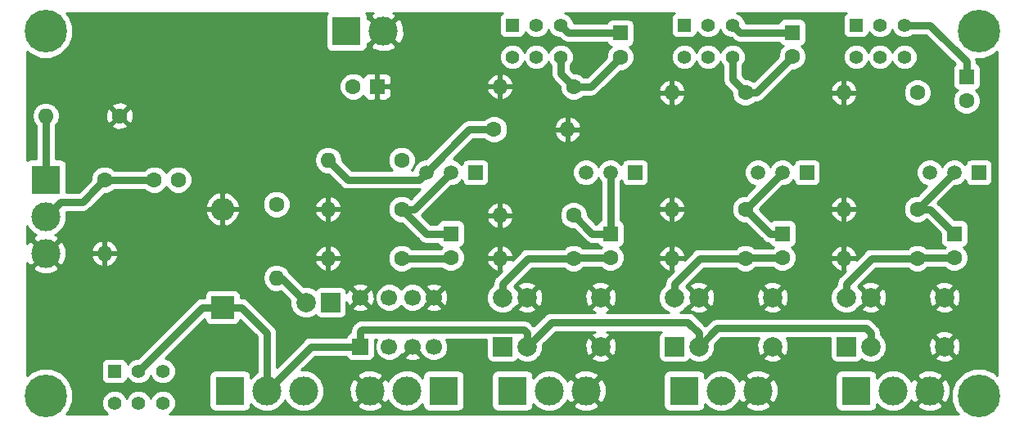
<source format=gbr>
G04 #@! TF.GenerationSoftware,KiCad,Pcbnew,(5.0.1-3-g963ef8bb5)*
G04 #@! TF.CreationDate,2019-03-03T19:22:14-08:00*
G04 #@! TF.ProjectId,Multi-out-Buffer,4D756C74692D6F75742D427566666572,rev?*
G04 #@! TF.SameCoordinates,Original*
G04 #@! TF.FileFunction,Copper,L1,Top,Signal*
G04 #@! TF.FilePolarity,Positive*
%FSLAX46Y46*%
G04 Gerber Fmt 4.6, Leading zero omitted, Abs format (unit mm)*
G04 Created by KiCad (PCBNEW (5.0.1-3-g963ef8bb5)) date Sunday, March 03, 2019 at 07:22:14 PM*
%MOMM*%
%LPD*%
G01*
G04 APERTURE LIST*
G04 #@! TA.AperFunction,ComponentPad*
%ADD10C,2.999740*%
G04 #@! TD*
G04 #@! TA.AperFunction,ComponentPad*
%ADD11R,2.999740X2.999740*%
G04 #@! TD*
G04 #@! TA.AperFunction,ComponentPad*
%ADD12C,4.400000*%
G04 #@! TD*
G04 #@! TA.AperFunction,ComponentPad*
%ADD13R,1.520000X1.520000*%
G04 #@! TD*
G04 #@! TA.AperFunction,ComponentPad*
%ADD14C,1.520000*%
G04 #@! TD*
G04 #@! TA.AperFunction,ComponentPad*
%ADD15R,1.400000X1.400000*%
G04 #@! TD*
G04 #@! TA.AperFunction,ComponentPad*
%ADD16C,1.400000*%
G04 #@! TD*
G04 #@! TA.AperFunction,ComponentPad*
%ADD17O,2.400000X2.400000*%
G04 #@! TD*
G04 #@! TA.AperFunction,ComponentPad*
%ADD18R,2.400000X2.400000*%
G04 #@! TD*
G04 #@! TA.AperFunction,ComponentPad*
%ADD19C,1.600000*%
G04 #@! TD*
G04 #@! TA.AperFunction,ComponentPad*
%ADD20R,1.600000X1.600000*%
G04 #@! TD*
G04 #@! TA.AperFunction,ComponentPad*
%ADD21O,1.600000X1.600000*%
G04 #@! TD*
G04 #@! TA.AperFunction,ComponentPad*
%ADD22C,1.700000*%
G04 #@! TD*
G04 #@! TA.AperFunction,ComponentPad*
%ADD23R,1.700000X1.700000*%
G04 #@! TD*
G04 #@! TA.AperFunction,ComponentPad*
%ADD24C,2.000000*%
G04 #@! TD*
G04 #@! TA.AperFunction,ComponentPad*
%ADD25R,2.000000X2.000000*%
G04 #@! TD*
G04 #@! TA.AperFunction,Conductor*
%ADD26C,0.750000*%
G04 #@! TD*
G04 #@! TA.AperFunction,Conductor*
%ADD27C,0.254000*%
G04 #@! TD*
G04 APERTURE END LIST*
D10*
G04 #@! TO.P,J5,3*
G04 #@! TO.N,GND*
X129540000Y-126492000D03*
G04 #@! TO.P,J5,2*
G04 #@! TO.N,Net-(C1-Pad2)*
X129540000Y-122682000D03*
D11*
G04 #@! TO.P,J5,1*
G04 #@! TO.N,Net-(J5-Pad1)*
X129540000Y-118872000D03*
G04 #@! TD*
D12*
G04 #@! TO.P,J9,1*
G04 #@! TO.N,N/C*
X226060000Y-141224000D03*
G04 #@! TD*
G04 #@! TO.P,J8,1*
G04 #@! TO.N,N/C*
X129540000Y-141224000D03*
G04 #@! TD*
D13*
G04 #@! TO.P,Q1,1*
G04 #@! TO.N,+9V*
X173990000Y-118110000D03*
D14*
G04 #@! TO.P,Q1,3*
G04 #@! TO.N,Net-(C1-Pad1)*
X168910000Y-118110000D03*
G04 #@! TO.P,Q1,2*
G04 #@! TO.N,Net-(C2-Pad1)*
X171450000Y-118110000D03*
G04 #@! TD*
D15*
G04 #@! TO.P,SW2,1*
G04 #@! TO.N,Net-(SW2-Pad1)*
X177800000Y-102870000D03*
D16*
G04 #@! TO.P,SW2,2*
G04 #@! TO.N,Net-(K2-Pad6)*
X180300000Y-102870000D03*
G04 #@! TO.P,SW2,3*
G04 #@! TO.N,Net-(C7-Pad1)*
X182800000Y-102870000D03*
G04 #@! TO.P,SW2,4*
G04 #@! TO.N,Net-(SW2-Pad1)*
X177800000Y-106170000D03*
G04 #@! TO.P,SW2,5*
G04 #@! TO.N,Net-(Q2-Pad3)*
X180300000Y-106170000D03*
G04 #@! TO.P,SW2,6*
G04 #@! TO.N,Net-(C7-Pad2)*
X182800000Y-106170000D03*
G04 #@! TD*
D13*
G04 #@! TO.P,Q3,1*
G04 #@! TO.N,+9V*
X208280000Y-118110000D03*
D14*
G04 #@! TO.P,Q3,3*
G04 #@! TO.N,Net-(Q3-Pad3)*
X203200000Y-118110000D03*
G04 #@! TO.P,Q3,2*
G04 #@! TO.N,Net-(C5-Pad1)*
X205740000Y-118110000D03*
G04 #@! TD*
G04 #@! TO.P,Q4,2*
G04 #@! TO.N,Net-(C4-Pad1)*
X223520000Y-118110000D03*
G04 #@! TO.P,Q4,3*
G04 #@! TO.N,Net-(Q4-Pad3)*
X220980000Y-118110000D03*
D13*
G04 #@! TO.P,Q4,1*
G04 #@! TO.N,+9V*
X226060000Y-118110000D03*
G04 #@! TD*
D14*
G04 #@! TO.P,Q2,2*
G04 #@! TO.N,Net-(C3-Pad1)*
X187960000Y-118110000D03*
G04 #@! TO.P,Q2,3*
G04 #@! TO.N,Net-(Q2-Pad3)*
X185420000Y-118110000D03*
D13*
G04 #@! TO.P,Q2,1*
G04 #@! TO.N,+9V*
X190500000Y-118110000D03*
G04 #@! TD*
D16*
G04 #@! TO.P,SW1,6*
G04 #@! TO.N,N/C*
X141652000Y-141984000D03*
G04 #@! TO.P,SW1,5*
X139152000Y-141984000D03*
G04 #@! TO.P,SW1,4*
X136652000Y-141984000D03*
G04 #@! TO.P,SW1,3*
G04 #@! TO.N,+9V*
X141652000Y-138684000D03*
G04 #@! TO.P,SW1,2*
G04 #@! TO.N,Net-(D2-Pad1)*
X139152000Y-138684000D03*
D15*
G04 #@! TO.P,SW1,1*
G04 #@! TO.N,Net-(SW1-Pad1)*
X136652000Y-138684000D03*
G04 #@! TD*
D17*
G04 #@! TO.P,D2,2*
G04 #@! TO.N,GND*
X147828000Y-121920000D03*
D18*
G04 #@! TO.P,D2,1*
G04 #@! TO.N,Net-(D2-Pad1)*
X147828000Y-132080000D03*
G04 #@! TD*
D19*
G04 #@! TO.P,C2,2*
G04 #@! TO.N,Net-(C2-Pad2)*
X171450000Y-126960000D03*
D20*
G04 #@! TO.P,C2,1*
G04 #@! TO.N,Net-(C2-Pad1)*
X171450000Y-124460000D03*
G04 #@! TD*
G04 #@! TO.P,C3,1*
G04 #@! TO.N,Net-(C3-Pad1)*
X187960000Y-124460000D03*
D19*
G04 #@! TO.P,C3,2*
G04 #@! TO.N,Net-(C3-Pad2)*
X187960000Y-126960000D03*
G04 #@! TD*
G04 #@! TO.P,C4,2*
G04 #@! TO.N,Net-(C4-Pad2)*
X223520000Y-126960000D03*
D20*
G04 #@! TO.P,C4,1*
G04 #@! TO.N,Net-(C4-Pad1)*
X223520000Y-124460000D03*
G04 #@! TD*
D19*
G04 #@! TO.P,C5,2*
G04 #@! TO.N,Net-(C5-Pad2)*
X205740000Y-126960000D03*
D20*
G04 #@! TO.P,C5,1*
G04 #@! TO.N,Net-(C5-Pad1)*
X205740000Y-124460000D03*
G04 #@! TD*
D11*
G04 #@! TO.P,J1,1*
G04 #@! TO.N,Net-(J1-Pad1)*
X170688000Y-140716000D03*
D10*
G04 #@! TO.P,J1,2*
G04 #@! TO.N,Net-(C2-Pad2)*
X166878000Y-140716000D03*
G04 #@! TO.P,J1,3*
G04 #@! TO.N,GND*
X163068000Y-140716000D03*
G04 #@! TD*
D11*
G04 #@! TO.P,J2,1*
G04 #@! TO.N,Net-(J2-Pad1)*
X177800000Y-140716000D03*
D10*
G04 #@! TO.P,J2,2*
G04 #@! TO.N,Net-(C3-Pad2)*
X181610000Y-140716000D03*
G04 #@! TO.P,J2,3*
G04 #@! TO.N,GND*
X185420000Y-140716000D03*
G04 #@! TD*
D11*
G04 #@! TO.P,J3,1*
G04 #@! TO.N,Net-(J3-Pad1)*
X195580000Y-140716000D03*
D10*
G04 #@! TO.P,J3,2*
G04 #@! TO.N,Net-(C5-Pad2)*
X199390000Y-140716000D03*
G04 #@! TO.P,J3,3*
G04 #@! TO.N,GND*
X203200000Y-140716000D03*
G04 #@! TD*
G04 #@! TO.P,J4,3*
G04 #@! TO.N,GND*
X220980000Y-140716000D03*
G04 #@! TO.P,J4,2*
G04 #@! TO.N,Net-(C4-Pad2)*
X217170000Y-140716000D03*
D11*
G04 #@! TO.P,J4,1*
G04 #@! TO.N,Net-(J4-Pad1)*
X213360000Y-140716000D03*
G04 #@! TD*
D10*
G04 #@! TO.P,J6,3*
G04 #@! TO.N,N/C*
X156210000Y-140716000D03*
G04 #@! TO.P,J6,2*
G04 #@! TO.N,Net-(D2-Pad1)*
X152400000Y-140716000D03*
D11*
G04 #@! TO.P,J6,1*
G04 #@! TO.N,+9V*
X148590000Y-140716000D03*
G04 #@! TD*
D21*
G04 #@! TO.P,R1,2*
G04 #@! TO.N,GND*
X135636000Y-126492000D03*
D19*
G04 #@! TO.P,R1,1*
G04 #@! TO.N,Net-(C1-Pad2)*
X135636000Y-118872000D03*
G04 #@! TD*
G04 #@! TO.P,R3,1*
G04 #@! TO.N,Net-(C1-Pad1)*
X175895000Y-113665000D03*
D21*
G04 #@! TO.P,R3,2*
G04 #@! TO.N,GND*
X183515000Y-113665000D03*
G04 #@! TD*
G04 #@! TO.P,R4,2*
G04 #@! TO.N,GND*
X158750000Y-121920000D03*
D19*
G04 #@! TO.P,R4,1*
G04 #@! TO.N,Net-(C2-Pad1)*
X166370000Y-121920000D03*
G04 #@! TD*
G04 #@! TO.P,R5,1*
G04 #@! TO.N,Net-(C2-Pad2)*
X166370000Y-127000000D03*
D21*
G04 #@! TO.P,R5,2*
G04 #@! TO.N,GND*
X158750000Y-127000000D03*
G04 #@! TD*
D19*
G04 #@! TO.P,R6,1*
G04 #@! TO.N,Net-(C3-Pad1)*
X184150000Y-122555000D03*
D21*
G04 #@! TO.P,R6,2*
G04 #@! TO.N,GND*
X176530000Y-122555000D03*
G04 #@! TD*
G04 #@! TO.P,R7,2*
G04 #@! TO.N,GND*
X176530000Y-127000000D03*
D19*
G04 #@! TO.P,R7,1*
G04 #@! TO.N,Net-(C3-Pad2)*
X184150000Y-127000000D03*
G04 #@! TD*
D21*
G04 #@! TO.P,R8,2*
G04 #@! TO.N,GND*
X212090000Y-121920000D03*
D19*
G04 #@! TO.P,R8,1*
G04 #@! TO.N,Net-(C4-Pad1)*
X219710000Y-121920000D03*
G04 #@! TD*
D21*
G04 #@! TO.P,R9,2*
G04 #@! TO.N,GND*
X194310000Y-121920000D03*
D19*
G04 #@! TO.P,R9,1*
G04 #@! TO.N,Net-(C5-Pad1)*
X201930000Y-121920000D03*
G04 #@! TD*
G04 #@! TO.P,R10,1*
G04 #@! TO.N,Net-(C4-Pad2)*
X219710000Y-127000000D03*
D21*
G04 #@! TO.P,R10,2*
G04 #@! TO.N,GND*
X212090000Y-127000000D03*
G04 #@! TD*
D19*
G04 #@! TO.P,R11,1*
G04 #@! TO.N,Net-(C5-Pad2)*
X201930000Y-127000000D03*
D21*
G04 #@! TO.P,R11,2*
G04 #@! TO.N,GND*
X194310000Y-127000000D03*
G04 #@! TD*
D19*
G04 #@! TO.P,R12,1*
G04 #@! TO.N,GND*
X137160000Y-112268000D03*
D21*
G04 #@! TO.P,R12,2*
G04 #@! TO.N,Net-(J5-Pad1)*
X129540000Y-112268000D03*
G04 #@! TD*
G04 #@! TO.P,R13,2*
G04 #@! TO.N,Net-(D1-Pad2)*
X153416000Y-129032000D03*
D19*
G04 #@! TO.P,R13,1*
G04 #@! TO.N,+9V*
X153416000Y-121412000D03*
G04 #@! TD*
G04 #@! TO.P,R2,1*
G04 #@! TO.N,+9V*
X166370000Y-116840000D03*
D21*
G04 #@! TO.P,R2,2*
G04 #@! TO.N,Net-(C1-Pad1)*
X158750000Y-116840000D03*
G04 #@! TD*
D11*
G04 #@! TO.P,J7,1*
G04 #@! TO.N,+9V*
X160655000Y-103505000D03*
D10*
G04 #@! TO.P,J7,2*
G04 #@! TO.N,GND*
X164465000Y-103505000D03*
G04 #@! TD*
D12*
G04 #@! TO.P,J8,1*
G04 #@! TO.N,N/C*
X129540000Y-103505000D03*
G04 #@! TD*
G04 #@! TO.P,J9,1*
G04 #@! TO.N,N/C*
X226060000Y-103505000D03*
G04 #@! TD*
D19*
G04 #@! TO.P,C6,2*
G04 #@! TO.N,+9V*
X161330000Y-109220000D03*
D20*
G04 #@! TO.P,C6,1*
G04 #@! TO.N,GND*
X163830000Y-109220000D03*
G04 #@! TD*
D19*
G04 #@! TO.P,R14,1*
G04 #@! TO.N,Net-(C7-Pad2)*
X184150000Y-109220000D03*
D21*
G04 #@! TO.P,R14,2*
G04 #@! TO.N,GND*
X176530000Y-109220000D03*
G04 #@! TD*
G04 #@! TO.P,R15,2*
G04 #@! TO.N,GND*
X212090000Y-109855000D03*
D19*
G04 #@! TO.P,R15,1*
G04 #@! TO.N,Net-(C8-Pad2)*
X219710000Y-109855000D03*
G04 #@! TD*
G04 #@! TO.P,R16,1*
G04 #@! TO.N,Net-(C9-Pad2)*
X201930000Y-109855000D03*
D21*
G04 #@! TO.P,R16,2*
G04 #@! TO.N,GND*
X194310000Y-109855000D03*
G04 #@! TD*
D15*
G04 #@! TO.P,SW3,1*
G04 #@! TO.N,Net-(SW3-Pad1)*
X195580000Y-102870000D03*
D16*
G04 #@! TO.P,SW3,2*
G04 #@! TO.N,Net-(K2-Pad6)*
X198080000Y-102870000D03*
G04 #@! TO.P,SW3,3*
G04 #@! TO.N,Net-(C9-Pad1)*
X200580000Y-102870000D03*
G04 #@! TO.P,SW3,4*
G04 #@! TO.N,Net-(SW3-Pad1)*
X195580000Y-106170000D03*
G04 #@! TO.P,SW3,5*
G04 #@! TO.N,Net-(Q3-Pad3)*
X198080000Y-106170000D03*
G04 #@! TO.P,SW3,6*
G04 #@! TO.N,Net-(C9-Pad2)*
X200580000Y-106170000D03*
G04 #@! TD*
G04 #@! TO.P,SW4,6*
G04 #@! TO.N,Net-(C8-Pad2)*
X218360000Y-106170000D03*
G04 #@! TO.P,SW4,5*
G04 #@! TO.N,Net-(Q4-Pad3)*
X215860000Y-106170000D03*
G04 #@! TO.P,SW4,4*
G04 #@! TO.N,Net-(SW4-Pad1)*
X213360000Y-106170000D03*
G04 #@! TO.P,SW4,3*
G04 #@! TO.N,Net-(C8-Pad1)*
X218360000Y-102870000D03*
G04 #@! TO.P,SW4,2*
G04 #@! TO.N,Net-(K2-Pad6)*
X215860000Y-102870000D03*
D15*
G04 #@! TO.P,SW4,1*
G04 #@! TO.N,Net-(SW4-Pad1)*
X213360000Y-102870000D03*
G04 #@! TD*
D19*
G04 #@! TO.P,C1,1*
G04 #@! TO.N,Net-(C1-Pad1)*
X143256000Y-118872000D03*
G04 #@! TO.P,C1,2*
G04 #@! TO.N,Net-(C1-Pad2)*
X140756000Y-118872000D03*
G04 #@! TD*
D22*
G04 #@! TO.P,K2,8*
G04 #@! TO.N,GND*
X162072000Y-131064000D03*
G04 #@! TO.P,K2,7*
G04 #@! TO.N,Net-(C1-Pad1)*
X165072000Y-131064000D03*
G04 #@! TO.P,K2,6*
G04 #@! TO.N,Net-(K2-Pad6)*
X167472000Y-131064000D03*
G04 #@! TO.P,K2,5*
G04 #@! TO.N,GND*
X169672000Y-131064000D03*
G04 #@! TO.P,K2,4*
G04 #@! TO.N,Net-(D1-Pad1)*
X169672000Y-136144000D03*
G04 #@! TO.P,K2,3*
G04 #@! TO.N,GND*
X167472000Y-136144000D03*
G04 #@! TO.P,K2,2*
G04 #@! TO.N,Net-(K2-Pad2)*
X165072000Y-136144000D03*
D23*
G04 #@! TO.P,K2,1*
G04 #@! TO.N,Net-(D2-Pad1)*
X162072000Y-136144000D03*
G04 #@! TD*
D20*
G04 #@! TO.P,C7,1*
G04 #@! TO.N,Net-(C7-Pad1)*
X188976000Y-103672000D03*
D19*
G04 #@! TO.P,C7,2*
G04 #@! TO.N,Net-(C7-Pad2)*
X188976000Y-106172000D03*
G04 #@! TD*
D20*
G04 #@! TO.P,C8,1*
G04 #@! TO.N,Net-(C8-Pad1)*
X224790000Y-108204000D03*
D19*
G04 #@! TO.P,C8,2*
G04 #@! TO.N,Net-(C8-Pad2)*
X224790000Y-110704000D03*
G04 #@! TD*
G04 #@! TO.P,C9,2*
G04 #@! TO.N,Net-(C9-Pad2)*
X206756000Y-106132000D03*
D20*
G04 #@! TO.P,C9,1*
G04 #@! TO.N,Net-(C9-Pad1)*
X206756000Y-103632000D03*
G04 #@! TD*
D24*
G04 #@! TO.P,K1,10*
G04 #@! TO.N,Net-(C3-Pad2)*
X176784000Y-131064000D03*
G04 #@! TO.P,K1,9*
G04 #@! TO.N,GND*
X179324000Y-131064000D03*
D25*
G04 #@! TO.P,K1,1*
G04 #@! TO.N,Net-(K1-Pad1)*
X176784000Y-136144000D03*
D24*
G04 #@! TO.P,K1,2*
G04 #@! TO.N,Net-(D2-Pad1)*
X179324000Y-136144000D03*
G04 #@! TO.P,K1,6*
G04 #@! TO.N,GND*
X186944000Y-131064000D03*
G04 #@! TO.P,K1,5*
X186944000Y-136144000D03*
G04 #@! TD*
G04 #@! TO.P,K3,10*
G04 #@! TO.N,Net-(C5-Pad2)*
X194564000Y-131064000D03*
G04 #@! TO.P,K3,9*
G04 #@! TO.N,GND*
X197104000Y-131064000D03*
D25*
G04 #@! TO.P,K3,1*
G04 #@! TO.N,Net-(K3-Pad1)*
X194564000Y-136144000D03*
D24*
G04 #@! TO.P,K3,2*
G04 #@! TO.N,Net-(D2-Pad1)*
X197104000Y-136144000D03*
G04 #@! TO.P,K3,6*
G04 #@! TO.N,GND*
X204724000Y-131064000D03*
G04 #@! TO.P,K3,5*
X204724000Y-136144000D03*
G04 #@! TD*
G04 #@! TO.P,K4,5*
G04 #@! TO.N,GND*
X222504000Y-136144000D03*
G04 #@! TO.P,K4,6*
X222504000Y-131064000D03*
G04 #@! TO.P,K4,2*
G04 #@! TO.N,Net-(D2-Pad1)*
X214884000Y-136144000D03*
D25*
G04 #@! TO.P,K4,1*
G04 #@! TO.N,Net-(K4-Pad1)*
X212344000Y-136144000D03*
D24*
G04 #@! TO.P,K4,9*
G04 #@! TO.N,GND*
X214884000Y-131064000D03*
G04 #@! TO.P,K4,10*
G04 #@! TO.N,Net-(C4-Pad2)*
X212344000Y-131064000D03*
G04 #@! TD*
G04 #@! TO.P,D1,2*
G04 #@! TO.N,Net-(D1-Pad2)*
X156464000Y-131572000D03*
D25*
G04 #@! TO.P,D1,1*
G04 #@! TO.N,Net-(D1-Pad1)*
X159004000Y-131572000D03*
G04 #@! TD*
D26*
G04 #@! TO.N,Net-(C1-Pad2)*
X140756000Y-118872000D02*
X135636000Y-118872000D01*
X133325869Y-121182131D02*
X134836001Y-119671999D01*
X131039869Y-121182131D02*
X133325869Y-121182131D01*
X134836001Y-119671999D02*
X135636000Y-118872000D01*
X129540000Y-122682000D02*
X131039869Y-121182131D01*
G04 #@! TO.N,Net-(C1-Pad1)*
X168150001Y-118869999D02*
X168910000Y-118110000D01*
X160779999Y-118869999D02*
X168150001Y-118869999D01*
X158750000Y-116840000D02*
X160779999Y-118869999D01*
X173355000Y-113665000D02*
X175895000Y-113665000D01*
X168910000Y-118110000D02*
X173355000Y-113665000D01*
G04 #@! TO.N,Net-(C2-Pad2)*
X171410000Y-127000000D02*
X171450000Y-126960000D01*
X166370000Y-127000000D02*
X171410000Y-127000000D01*
X166370000Y-140208000D02*
X166878000Y-140716000D01*
G04 #@! TO.N,Net-(C2-Pad1)*
X167640000Y-121920000D02*
X166370000Y-121920000D01*
X171450000Y-118110000D02*
X167640000Y-121920000D01*
X168910000Y-124460000D02*
X166370000Y-121920000D01*
X171450000Y-124460000D02*
X168910000Y-124460000D01*
G04 #@! TO.N,Net-(C3-Pad1)*
X187960000Y-118110000D02*
X187960000Y-124460000D01*
X186055000Y-124460000D02*
X184150000Y-122555000D01*
X187960000Y-124460000D02*
X186055000Y-124460000D01*
G04 #@! TO.N,Net-(C3-Pad2)*
X184190000Y-126960000D02*
X184150000Y-127000000D01*
X187960000Y-126960000D02*
X184190000Y-126960000D01*
X179433787Y-127000000D02*
X176784000Y-129649787D01*
X176784000Y-129649787D02*
X176784000Y-131064000D01*
X184150000Y-127000000D02*
X179433787Y-127000000D01*
G04 #@! TO.N,Net-(C4-Pad1)*
X223520000Y-118110000D02*
X219710000Y-121920000D01*
X220980000Y-121920000D02*
X223520000Y-124460000D01*
X219710000Y-121920000D02*
X220980000Y-121920000D01*
G04 #@! TO.N,Net-(C4-Pad2)*
X219750000Y-126960000D02*
X219710000Y-127000000D01*
X223520000Y-126960000D02*
X219750000Y-126960000D01*
X212344000Y-129649787D02*
X212344000Y-131064000D01*
X214993787Y-127000000D02*
X212344000Y-129649787D01*
X219710000Y-127000000D02*
X214993787Y-127000000D01*
G04 #@! TO.N,Net-(C5-Pad2)*
X201970000Y-126960000D02*
X201930000Y-127000000D01*
X205740000Y-126960000D02*
X201970000Y-126960000D01*
X194564000Y-129649787D02*
X194564000Y-131064000D01*
X197213787Y-127000000D02*
X194564000Y-129649787D01*
X201930000Y-127000000D02*
X197213787Y-127000000D01*
G04 #@! TO.N,Net-(C5-Pad1)*
X204470000Y-124460000D02*
X201930000Y-121920000D01*
X205740000Y-124460000D02*
X204470000Y-124460000D01*
X201930000Y-121920000D02*
X205740000Y-118110000D01*
G04 #@! TO.N,Net-(D1-Pad2)*
X153924000Y-129032000D02*
X156464000Y-131572000D01*
X153416000Y-129032000D02*
X153924000Y-129032000D01*
G04 #@! TO.N,Net-(D2-Pad1)*
X179324000Y-134729787D02*
X179324000Y-136144000D01*
X179013212Y-134418999D02*
X179324000Y-134729787D01*
X162197001Y-134418999D02*
X179013212Y-134418999D01*
X162072000Y-134544000D02*
X162197001Y-134418999D01*
X162072000Y-136144000D02*
X162072000Y-134544000D01*
X197104000Y-134729787D02*
X197104000Y-136144000D01*
X195978213Y-133604000D02*
X197104000Y-134729787D01*
X181864000Y-133604000D02*
X195978213Y-133604000D01*
X179324000Y-136144000D02*
X181864000Y-133604000D01*
X214884000Y-134729787D02*
X214884000Y-136144000D01*
X214423212Y-134268999D02*
X214884000Y-134729787D01*
X198979001Y-134268999D02*
X214423212Y-134268999D01*
X197104000Y-136144000D02*
X198979001Y-134268999D01*
X145756000Y-132080000D02*
X147828000Y-132080000D01*
X139152000Y-138684000D02*
X145756000Y-132080000D01*
X152400000Y-138594864D02*
X152400000Y-140716000D01*
X152400000Y-134702000D02*
X152400000Y-138594864D01*
X149778000Y-132080000D02*
X152400000Y-134702000D01*
X147828000Y-132080000D02*
X149778000Y-132080000D01*
X156972000Y-136144000D02*
X162072000Y-136144000D01*
X152400000Y-140716000D02*
X156972000Y-136144000D01*
G04 #@! TO.N,Net-(J5-Pad1)*
X129540000Y-118872000D02*
X129540000Y-112268000D01*
G04 #@! TO.N,Net-(C7-Pad2)*
X182800000Y-107870000D02*
X184150000Y-109220000D01*
X182800000Y-106170000D02*
X182800000Y-107870000D01*
X185928000Y-109220000D02*
X188976000Y-106172000D01*
X184150000Y-109220000D02*
X185928000Y-109220000D01*
G04 #@! TO.N,Net-(C7-Pad1)*
X183602000Y-103672000D02*
X184404000Y-103672000D01*
X182800000Y-102870000D02*
X183602000Y-103672000D01*
X184404000Y-103672000D02*
X188976000Y-103672000D01*
G04 #@! TO.N,Net-(C8-Pad1)*
X224576000Y-107990000D02*
X224790000Y-108204000D01*
X224790000Y-106654000D02*
X224790000Y-108204000D01*
X221006000Y-102870000D02*
X224790000Y-106654000D01*
X218360000Y-102870000D02*
X221006000Y-102870000D01*
G04 #@! TO.N,Net-(C9-Pad1)*
X200580000Y-102870000D02*
X201342000Y-103632000D01*
X201342000Y-103632000D02*
X206756000Y-103632000D01*
G04 #@! TO.N,Net-(C9-Pad2)*
X200580000Y-108505000D02*
X201930000Y-109855000D01*
X200580000Y-106170000D02*
X200580000Y-108505000D01*
X203033000Y-109855000D02*
X206756000Y-106132000D01*
X201930000Y-109855000D02*
X203033000Y-109855000D01*
G04 #@! TD*
D27*
G04 #@! TO.N,GND*
G36*
X158556973Y-101757365D02*
X158507690Y-102005130D01*
X158507690Y-105004870D01*
X158556973Y-105252635D01*
X158697321Y-105462679D01*
X158907365Y-105603027D01*
X159155130Y-105652310D01*
X162154870Y-105652310D01*
X162402635Y-105603027D01*
X162612679Y-105462679D01*
X162753027Y-105252635D01*
X162799523Y-105018877D01*
X163130728Y-105018877D01*
X163290495Y-105337632D01*
X164081217Y-105647595D01*
X164930366Y-105631367D01*
X165639505Y-105337632D01*
X165799272Y-105018877D01*
X164465000Y-103684605D01*
X163130728Y-105018877D01*
X162799523Y-105018877D01*
X162802310Y-105004870D01*
X162802310Y-104764684D01*
X162951123Y-104839272D01*
X164285395Y-103505000D01*
X164644605Y-103505000D01*
X165978877Y-104839272D01*
X166297632Y-104679505D01*
X166607595Y-103888783D01*
X166591367Y-103039634D01*
X166297632Y-102330495D01*
X165978877Y-102170728D01*
X164644605Y-103505000D01*
X164285395Y-103505000D01*
X162951123Y-102170728D01*
X162802310Y-102245316D01*
X162802310Y-102005130D01*
X162753027Y-101757365D01*
X162648212Y-101600500D01*
X163464000Y-101600500D01*
X163290495Y-101672368D01*
X163130728Y-101991123D01*
X164465000Y-103325395D01*
X165799272Y-101991123D01*
X165639505Y-101672368D01*
X165456168Y-101600500D01*
X176809347Y-101600500D01*
X176642191Y-101712191D01*
X176501843Y-101922235D01*
X176452560Y-102170000D01*
X176452560Y-103570000D01*
X176501843Y-103817765D01*
X176642191Y-104027809D01*
X176852235Y-104168157D01*
X177100000Y-104217440D01*
X178500000Y-104217440D01*
X178747765Y-104168157D01*
X178957809Y-104027809D01*
X179098157Y-103817765D01*
X179146634Y-103574051D01*
X179168242Y-103626217D01*
X179543783Y-104001758D01*
X180034452Y-104205000D01*
X180565548Y-104205000D01*
X181056217Y-104001758D01*
X181431758Y-103626217D01*
X181550000Y-103340756D01*
X181668242Y-103626217D01*
X182043783Y-104001758D01*
X182534452Y-104205000D01*
X182706645Y-104205000D01*
X182817482Y-104315837D01*
X182873831Y-104400169D01*
X183207918Y-104623399D01*
X183502524Y-104682000D01*
X183502528Y-104682000D01*
X183601999Y-104701786D01*
X183701470Y-104682000D01*
X187570331Y-104682000D01*
X187577843Y-104719765D01*
X187718191Y-104929809D01*
X187928235Y-105070157D01*
X188028503Y-105090101D01*
X187759466Y-105359138D01*
X187541000Y-105886561D01*
X187541000Y-106178644D01*
X185509645Y-108210000D01*
X185169396Y-108210000D01*
X184962862Y-108003466D01*
X184435439Y-107785000D01*
X184143355Y-107785000D01*
X183810000Y-107451645D01*
X183810000Y-107047975D01*
X183931758Y-106926217D01*
X184135000Y-106435548D01*
X184135000Y-105904452D01*
X183931758Y-105413783D01*
X183556217Y-105038242D01*
X183065548Y-104835000D01*
X182534452Y-104835000D01*
X182043783Y-105038242D01*
X181668242Y-105413783D01*
X181550000Y-105699244D01*
X181431758Y-105413783D01*
X181056217Y-105038242D01*
X180565548Y-104835000D01*
X180034452Y-104835000D01*
X179543783Y-105038242D01*
X179168242Y-105413783D01*
X179050000Y-105699244D01*
X178931758Y-105413783D01*
X178556217Y-105038242D01*
X178065548Y-104835000D01*
X177534452Y-104835000D01*
X177043783Y-105038242D01*
X176668242Y-105413783D01*
X176465000Y-105904452D01*
X176465000Y-106435548D01*
X176668242Y-106926217D01*
X177043783Y-107301758D01*
X177534452Y-107505000D01*
X178065548Y-107505000D01*
X178556217Y-107301758D01*
X178931758Y-106926217D01*
X179050000Y-106640756D01*
X179168242Y-106926217D01*
X179543783Y-107301758D01*
X180034452Y-107505000D01*
X180565548Y-107505000D01*
X181056217Y-107301758D01*
X181431758Y-106926217D01*
X181550000Y-106640756D01*
X181668242Y-106926217D01*
X181790001Y-107047976D01*
X181790001Y-107770525D01*
X181770214Y-107870000D01*
X181790001Y-107969476D01*
X181796762Y-108003466D01*
X181848602Y-108264082D01*
X182015482Y-108513837D01*
X182015485Y-108513840D01*
X182071832Y-108598169D01*
X182156161Y-108654516D01*
X182715000Y-109213355D01*
X182715000Y-109505439D01*
X182933466Y-110032862D01*
X183337138Y-110436534D01*
X183864561Y-110655000D01*
X184435439Y-110655000D01*
X184962862Y-110436534D01*
X185169396Y-110230000D01*
X185828529Y-110230000D01*
X185928000Y-110249786D01*
X186027471Y-110230000D01*
X186027476Y-110230000D01*
X186157990Y-110204039D01*
X192918096Y-110204039D01*
X193078959Y-110592423D01*
X193454866Y-111007389D01*
X193960959Y-111246914D01*
X194183000Y-111125629D01*
X194183000Y-109982000D01*
X194437000Y-109982000D01*
X194437000Y-111125629D01*
X194659041Y-111246914D01*
X195165134Y-111007389D01*
X195541041Y-110592423D01*
X195701904Y-110204039D01*
X195579915Y-109982000D01*
X194437000Y-109982000D01*
X194183000Y-109982000D01*
X193040085Y-109982000D01*
X192918096Y-110204039D01*
X186157990Y-110204039D01*
X186322082Y-110171399D01*
X186656169Y-109948169D01*
X186712518Y-109863837D01*
X187070394Y-109505961D01*
X192918096Y-109505961D01*
X193040085Y-109728000D01*
X194183000Y-109728000D01*
X194183000Y-108584371D01*
X194437000Y-108584371D01*
X194437000Y-109728000D01*
X195579915Y-109728000D01*
X195701904Y-109505961D01*
X195541041Y-109117577D01*
X195165134Y-108702611D01*
X194659041Y-108463086D01*
X194437000Y-108584371D01*
X194183000Y-108584371D01*
X193960959Y-108463086D01*
X193454866Y-108702611D01*
X193078959Y-109117577D01*
X192918096Y-109505961D01*
X187070394Y-109505961D01*
X188969356Y-107607000D01*
X189261439Y-107607000D01*
X189788862Y-107388534D01*
X190192534Y-106984862D01*
X190411000Y-106457439D01*
X190411000Y-105886561D01*
X190192534Y-105359138D01*
X189923497Y-105090101D01*
X190023765Y-105070157D01*
X190233809Y-104929809D01*
X190374157Y-104719765D01*
X190423440Y-104472000D01*
X190423440Y-102872000D01*
X190374157Y-102624235D01*
X190233809Y-102414191D01*
X190023765Y-102273843D01*
X189776000Y-102224560D01*
X188176000Y-102224560D01*
X187928235Y-102273843D01*
X187718191Y-102414191D01*
X187577843Y-102624235D01*
X187570331Y-102662000D01*
X184135000Y-102662000D01*
X184135000Y-102604452D01*
X183931758Y-102113783D01*
X183556217Y-101738242D01*
X183223679Y-101600500D01*
X194589347Y-101600500D01*
X194422191Y-101712191D01*
X194281843Y-101922235D01*
X194232560Y-102170000D01*
X194232560Y-103570000D01*
X194281843Y-103817765D01*
X194422191Y-104027809D01*
X194632235Y-104168157D01*
X194880000Y-104217440D01*
X196280000Y-104217440D01*
X196527765Y-104168157D01*
X196737809Y-104027809D01*
X196878157Y-103817765D01*
X196926634Y-103574051D01*
X196948242Y-103626217D01*
X197323783Y-104001758D01*
X197814452Y-104205000D01*
X198345548Y-104205000D01*
X198836217Y-104001758D01*
X199211758Y-103626217D01*
X199330000Y-103340756D01*
X199448242Y-103626217D01*
X199823783Y-104001758D01*
X200314452Y-104205000D01*
X200486644Y-104205000D01*
X200557484Y-104275840D01*
X200613831Y-104360169D01*
X200698160Y-104416516D01*
X200698162Y-104416518D01*
X200873105Y-104533411D01*
X200947918Y-104583399D01*
X201242524Y-104642000D01*
X201242529Y-104642000D01*
X201342000Y-104661786D01*
X201441471Y-104642000D01*
X205350331Y-104642000D01*
X205357843Y-104679765D01*
X205498191Y-104889809D01*
X205708235Y-105030157D01*
X205808503Y-105050101D01*
X205539466Y-105319138D01*
X205321000Y-105846561D01*
X205321000Y-106138645D01*
X202782021Y-108677625D01*
X202742862Y-108638466D01*
X202215439Y-108420000D01*
X201923355Y-108420000D01*
X201590000Y-108086645D01*
X201590000Y-107047975D01*
X201711758Y-106926217D01*
X201915000Y-106435548D01*
X201915000Y-105904452D01*
X201711758Y-105413783D01*
X201336217Y-105038242D01*
X200845548Y-104835000D01*
X200314452Y-104835000D01*
X199823783Y-105038242D01*
X199448242Y-105413783D01*
X199330000Y-105699244D01*
X199211758Y-105413783D01*
X198836217Y-105038242D01*
X198345548Y-104835000D01*
X197814452Y-104835000D01*
X197323783Y-105038242D01*
X196948242Y-105413783D01*
X196830000Y-105699244D01*
X196711758Y-105413783D01*
X196336217Y-105038242D01*
X195845548Y-104835000D01*
X195314452Y-104835000D01*
X194823783Y-105038242D01*
X194448242Y-105413783D01*
X194245000Y-105904452D01*
X194245000Y-106435548D01*
X194448242Y-106926217D01*
X194823783Y-107301758D01*
X195314452Y-107505000D01*
X195845548Y-107505000D01*
X196336217Y-107301758D01*
X196711758Y-106926217D01*
X196830000Y-106640756D01*
X196948242Y-106926217D01*
X197323783Y-107301758D01*
X197814452Y-107505000D01*
X198345548Y-107505000D01*
X198836217Y-107301758D01*
X199211758Y-106926217D01*
X199330000Y-106640756D01*
X199448242Y-106926217D01*
X199570000Y-107047975D01*
X199570001Y-108405525D01*
X199550214Y-108505000D01*
X199628602Y-108899082D01*
X199795482Y-109148837D01*
X199795485Y-109148840D01*
X199851832Y-109233169D01*
X199936161Y-109289516D01*
X200495000Y-109848355D01*
X200495000Y-110140439D01*
X200713466Y-110667862D01*
X201117138Y-111071534D01*
X201644561Y-111290000D01*
X202215439Y-111290000D01*
X202742862Y-111071534D01*
X202946764Y-110867632D01*
X203033000Y-110884786D01*
X203132471Y-110865000D01*
X203132476Y-110865000D01*
X203427082Y-110806399D01*
X203761169Y-110583169D01*
X203817518Y-110498837D01*
X204112316Y-110204039D01*
X210698096Y-110204039D01*
X210858959Y-110592423D01*
X211234866Y-111007389D01*
X211740959Y-111246914D01*
X211963000Y-111125629D01*
X211963000Y-109982000D01*
X212217000Y-109982000D01*
X212217000Y-111125629D01*
X212439041Y-111246914D01*
X212945134Y-111007389D01*
X213321041Y-110592423D01*
X213481904Y-110204039D01*
X213359915Y-109982000D01*
X212217000Y-109982000D01*
X211963000Y-109982000D01*
X210820085Y-109982000D01*
X210698096Y-110204039D01*
X204112316Y-110204039D01*
X204810394Y-109505961D01*
X210698096Y-109505961D01*
X210820085Y-109728000D01*
X211963000Y-109728000D01*
X211963000Y-108584371D01*
X212217000Y-108584371D01*
X212217000Y-109728000D01*
X213359915Y-109728000D01*
X213446961Y-109569561D01*
X218275000Y-109569561D01*
X218275000Y-110140439D01*
X218493466Y-110667862D01*
X218897138Y-111071534D01*
X219424561Y-111290000D01*
X219995439Y-111290000D01*
X220522862Y-111071534D01*
X220926534Y-110667862D01*
X221145000Y-110140439D01*
X221145000Y-109569561D01*
X220926534Y-109042138D01*
X220522862Y-108638466D01*
X219995439Y-108420000D01*
X219424561Y-108420000D01*
X218897138Y-108638466D01*
X218493466Y-109042138D01*
X218275000Y-109569561D01*
X213446961Y-109569561D01*
X213481904Y-109505961D01*
X213321041Y-109117577D01*
X212945134Y-108702611D01*
X212439041Y-108463086D01*
X212217000Y-108584371D01*
X211963000Y-108584371D01*
X211740959Y-108463086D01*
X211234866Y-108702611D01*
X210858959Y-109117577D01*
X210698096Y-109505961D01*
X204810394Y-109505961D01*
X206749355Y-107567000D01*
X207041439Y-107567000D01*
X207568862Y-107348534D01*
X207972534Y-106944862D01*
X208191000Y-106417439D01*
X208191000Y-105904452D01*
X212025000Y-105904452D01*
X212025000Y-106435548D01*
X212228242Y-106926217D01*
X212603783Y-107301758D01*
X213094452Y-107505000D01*
X213625548Y-107505000D01*
X214116217Y-107301758D01*
X214491758Y-106926217D01*
X214610000Y-106640756D01*
X214728242Y-106926217D01*
X215103783Y-107301758D01*
X215594452Y-107505000D01*
X216125548Y-107505000D01*
X216616217Y-107301758D01*
X216991758Y-106926217D01*
X217110000Y-106640756D01*
X217228242Y-106926217D01*
X217603783Y-107301758D01*
X218094452Y-107505000D01*
X218625548Y-107505000D01*
X219116217Y-107301758D01*
X219491758Y-106926217D01*
X219695000Y-106435548D01*
X219695000Y-105904452D01*
X219491758Y-105413783D01*
X219116217Y-105038242D01*
X218625548Y-104835000D01*
X218094452Y-104835000D01*
X217603783Y-105038242D01*
X217228242Y-105413783D01*
X217110000Y-105699244D01*
X216991758Y-105413783D01*
X216616217Y-105038242D01*
X216125548Y-104835000D01*
X215594452Y-104835000D01*
X215103783Y-105038242D01*
X214728242Y-105413783D01*
X214610000Y-105699244D01*
X214491758Y-105413783D01*
X214116217Y-105038242D01*
X213625548Y-104835000D01*
X213094452Y-104835000D01*
X212603783Y-105038242D01*
X212228242Y-105413783D01*
X212025000Y-105904452D01*
X208191000Y-105904452D01*
X208191000Y-105846561D01*
X207972534Y-105319138D01*
X207703497Y-105050101D01*
X207803765Y-105030157D01*
X208013809Y-104889809D01*
X208154157Y-104679765D01*
X208203440Y-104432000D01*
X208203440Y-102832000D01*
X208154157Y-102584235D01*
X208013809Y-102374191D01*
X207803765Y-102233843D01*
X207556000Y-102184560D01*
X205956000Y-102184560D01*
X205708235Y-102233843D01*
X205498191Y-102374191D01*
X205357843Y-102584235D01*
X205350331Y-102622000D01*
X201915000Y-102622000D01*
X201915000Y-102604452D01*
X201711758Y-102113783D01*
X201336217Y-101738242D01*
X201003679Y-101600500D01*
X212369347Y-101600500D01*
X212202191Y-101712191D01*
X212061843Y-101922235D01*
X212012560Y-102170000D01*
X212012560Y-103570000D01*
X212061843Y-103817765D01*
X212202191Y-104027809D01*
X212412235Y-104168157D01*
X212660000Y-104217440D01*
X214060000Y-104217440D01*
X214307765Y-104168157D01*
X214517809Y-104027809D01*
X214658157Y-103817765D01*
X214706634Y-103574051D01*
X214728242Y-103626217D01*
X215103783Y-104001758D01*
X215594452Y-104205000D01*
X216125548Y-104205000D01*
X216616217Y-104001758D01*
X216991758Y-103626217D01*
X217110000Y-103340756D01*
X217228242Y-103626217D01*
X217603783Y-104001758D01*
X218094452Y-104205000D01*
X218625548Y-104205000D01*
X219116217Y-104001758D01*
X219237975Y-103880000D01*
X220587645Y-103880000D01*
X223605112Y-106897467D01*
X223532191Y-106946191D01*
X223391843Y-107156235D01*
X223342560Y-107404000D01*
X223342560Y-109004000D01*
X223391843Y-109251765D01*
X223532191Y-109461809D01*
X223742235Y-109602157D01*
X223842503Y-109622101D01*
X223573466Y-109891138D01*
X223355000Y-110418561D01*
X223355000Y-110989439D01*
X223573466Y-111516862D01*
X223977138Y-111920534D01*
X224504561Y-112139000D01*
X225075439Y-112139000D01*
X225602862Y-111920534D01*
X226006534Y-111516862D01*
X226225000Y-110989439D01*
X226225000Y-110418561D01*
X226006534Y-109891138D01*
X225737497Y-109622101D01*
X225837765Y-109602157D01*
X226047809Y-109461809D01*
X226188157Y-109251765D01*
X226237440Y-109004000D01*
X226237440Y-107404000D01*
X226188157Y-107156235D01*
X226047809Y-106946191D01*
X225837765Y-106805843D01*
X225800000Y-106798331D01*
X225800000Y-106753470D01*
X225819786Y-106653999D01*
X225800000Y-106554528D01*
X225800000Y-106554524D01*
X225757328Y-106340000D01*
X226623917Y-106340000D01*
X227665899Y-105908397D01*
X227964501Y-105609795D01*
X227964501Y-109157409D01*
X227964500Y-139119204D01*
X227665899Y-138820603D01*
X226623917Y-138389000D01*
X225496083Y-138389000D01*
X224454101Y-138820603D01*
X223656603Y-139618101D01*
X223225000Y-140660083D01*
X223225000Y-141787917D01*
X223656603Y-142829899D01*
X223955204Y-143128500D01*
X142377455Y-143128500D01*
X142408217Y-143115758D01*
X142783758Y-142740217D01*
X142987000Y-142249548D01*
X142987000Y-141718452D01*
X142783758Y-141227783D01*
X142408217Y-140852242D01*
X141917548Y-140649000D01*
X141386452Y-140649000D01*
X140895783Y-140852242D01*
X140520242Y-141227783D01*
X140402000Y-141513244D01*
X140283758Y-141227783D01*
X139908217Y-140852242D01*
X139417548Y-140649000D01*
X138886452Y-140649000D01*
X138395783Y-140852242D01*
X138020242Y-141227783D01*
X137902000Y-141513244D01*
X137783758Y-141227783D01*
X137408217Y-140852242D01*
X136917548Y-140649000D01*
X136386452Y-140649000D01*
X135895783Y-140852242D01*
X135520242Y-141227783D01*
X135317000Y-141718452D01*
X135317000Y-142249548D01*
X135520242Y-142740217D01*
X135895783Y-143115758D01*
X135926545Y-143128500D01*
X131644796Y-143128500D01*
X131943397Y-142829899D01*
X132375000Y-141787917D01*
X132375000Y-140660083D01*
X131943397Y-139618101D01*
X131145899Y-138820603D01*
X130103917Y-138389000D01*
X128976083Y-138389000D01*
X127934101Y-138820603D01*
X127635500Y-139119204D01*
X127635500Y-137984000D01*
X135304560Y-137984000D01*
X135304560Y-139384000D01*
X135353843Y-139631765D01*
X135494191Y-139841809D01*
X135704235Y-139982157D01*
X135952000Y-140031440D01*
X137352000Y-140031440D01*
X137599765Y-139982157D01*
X137809809Y-139841809D01*
X137950157Y-139631765D01*
X137998634Y-139388051D01*
X138020242Y-139440217D01*
X138395783Y-139815758D01*
X138886452Y-140019000D01*
X139417548Y-140019000D01*
X139908217Y-139815758D01*
X140283758Y-139440217D01*
X140402000Y-139154756D01*
X140520242Y-139440217D01*
X140895783Y-139815758D01*
X141386452Y-140019000D01*
X141917548Y-140019000D01*
X142408217Y-139815758D01*
X142783758Y-139440217D01*
X142987000Y-138949548D01*
X142987000Y-138418452D01*
X142783758Y-137927783D01*
X142408217Y-137552242D01*
X141917548Y-137349000D01*
X141915355Y-137349000D01*
X145981190Y-133283165D01*
X146029843Y-133527765D01*
X146170191Y-133737809D01*
X146380235Y-133878157D01*
X146628000Y-133927440D01*
X149028000Y-133927440D01*
X149275765Y-133878157D01*
X149485809Y-133737809D01*
X149626157Y-133527765D01*
X149654569Y-133384925D01*
X151390000Y-135120356D01*
X151390001Y-138495384D01*
X151390000Y-138495389D01*
X151390000Y-138823588D01*
X151190693Y-138906144D01*
X150737310Y-139359527D01*
X150737310Y-139216130D01*
X150688027Y-138968365D01*
X150547679Y-138758321D01*
X150337635Y-138617973D01*
X150089870Y-138568690D01*
X147090130Y-138568690D01*
X146842365Y-138617973D01*
X146632321Y-138758321D01*
X146491973Y-138968365D01*
X146442690Y-139216130D01*
X146442690Y-142215870D01*
X146491973Y-142463635D01*
X146632321Y-142673679D01*
X146842365Y-142814027D01*
X147090130Y-142863310D01*
X150089870Y-142863310D01*
X150337635Y-142814027D01*
X150547679Y-142673679D01*
X150688027Y-142463635D01*
X150737310Y-142215870D01*
X150737310Y-142072473D01*
X151190693Y-142525856D01*
X151975348Y-142850870D01*
X152824652Y-142850870D01*
X153609307Y-142525856D01*
X154209856Y-141925307D01*
X154305000Y-141695609D01*
X154400144Y-141925307D01*
X155000693Y-142525856D01*
X155785348Y-142850870D01*
X156634652Y-142850870D01*
X157419307Y-142525856D01*
X157715286Y-142229877D01*
X161733728Y-142229877D01*
X161893495Y-142548632D01*
X162684217Y-142858595D01*
X163533366Y-142842367D01*
X164242505Y-142548632D01*
X164402272Y-142229877D01*
X163068000Y-140895605D01*
X161733728Y-142229877D01*
X157715286Y-142229877D01*
X158019856Y-141925307D01*
X158344870Y-141140652D01*
X158344870Y-140332217D01*
X160925405Y-140332217D01*
X160941633Y-141181366D01*
X161235368Y-141890505D01*
X161554123Y-142050272D01*
X162888395Y-140716000D01*
X163247605Y-140716000D01*
X164581877Y-142050272D01*
X164900632Y-141890505D01*
X164975071Y-141700609D01*
X165068144Y-141925307D01*
X165668693Y-142525856D01*
X166453348Y-142850870D01*
X167302652Y-142850870D01*
X168087307Y-142525856D01*
X168540690Y-142072473D01*
X168540690Y-142215870D01*
X168589973Y-142463635D01*
X168730321Y-142673679D01*
X168940365Y-142814027D01*
X169188130Y-142863310D01*
X172187870Y-142863310D01*
X172435635Y-142814027D01*
X172645679Y-142673679D01*
X172786027Y-142463635D01*
X172835310Y-142215870D01*
X172835310Y-139216130D01*
X175652690Y-139216130D01*
X175652690Y-142215870D01*
X175701973Y-142463635D01*
X175842321Y-142673679D01*
X176052365Y-142814027D01*
X176300130Y-142863310D01*
X179299870Y-142863310D01*
X179547635Y-142814027D01*
X179757679Y-142673679D01*
X179898027Y-142463635D01*
X179947310Y-142215870D01*
X179947310Y-142072473D01*
X180400693Y-142525856D01*
X181185348Y-142850870D01*
X182034652Y-142850870D01*
X182819307Y-142525856D01*
X183115286Y-142229877D01*
X184085728Y-142229877D01*
X184245495Y-142548632D01*
X185036217Y-142858595D01*
X185885366Y-142842367D01*
X186594505Y-142548632D01*
X186754272Y-142229877D01*
X185420000Y-140895605D01*
X184085728Y-142229877D01*
X183115286Y-142229877D01*
X183419856Y-141925307D01*
X183510820Y-141705701D01*
X183587368Y-141890505D01*
X183906123Y-142050272D01*
X185240395Y-140716000D01*
X185599605Y-140716000D01*
X186933877Y-142050272D01*
X187252632Y-141890505D01*
X187562595Y-141099783D01*
X187546367Y-140250634D01*
X187252632Y-139541495D01*
X186933877Y-139381728D01*
X185599605Y-140716000D01*
X185240395Y-140716000D01*
X183906123Y-139381728D01*
X183587368Y-139541495D01*
X183512929Y-139731391D01*
X183419856Y-139506693D01*
X183115286Y-139202123D01*
X184085728Y-139202123D01*
X185420000Y-140536395D01*
X186740265Y-139216130D01*
X193432690Y-139216130D01*
X193432690Y-142215870D01*
X193481973Y-142463635D01*
X193622321Y-142673679D01*
X193832365Y-142814027D01*
X194080130Y-142863310D01*
X197079870Y-142863310D01*
X197327635Y-142814027D01*
X197537679Y-142673679D01*
X197678027Y-142463635D01*
X197727310Y-142215870D01*
X197727310Y-142072473D01*
X198180693Y-142525856D01*
X198965348Y-142850870D01*
X199814652Y-142850870D01*
X200599307Y-142525856D01*
X200895286Y-142229877D01*
X201865728Y-142229877D01*
X202025495Y-142548632D01*
X202816217Y-142858595D01*
X203665366Y-142842367D01*
X204374505Y-142548632D01*
X204534272Y-142229877D01*
X203200000Y-140895605D01*
X201865728Y-142229877D01*
X200895286Y-142229877D01*
X201199856Y-141925307D01*
X201290820Y-141705701D01*
X201367368Y-141890505D01*
X201686123Y-142050272D01*
X203020395Y-140716000D01*
X203379605Y-140716000D01*
X204713877Y-142050272D01*
X205032632Y-141890505D01*
X205342595Y-141099783D01*
X205326367Y-140250634D01*
X205032632Y-139541495D01*
X204713877Y-139381728D01*
X203379605Y-140716000D01*
X203020395Y-140716000D01*
X201686123Y-139381728D01*
X201367368Y-139541495D01*
X201292929Y-139731391D01*
X201199856Y-139506693D01*
X200895286Y-139202123D01*
X201865728Y-139202123D01*
X203200000Y-140536395D01*
X204520265Y-139216130D01*
X211212690Y-139216130D01*
X211212690Y-142215870D01*
X211261973Y-142463635D01*
X211402321Y-142673679D01*
X211612365Y-142814027D01*
X211860130Y-142863310D01*
X214859870Y-142863310D01*
X215107635Y-142814027D01*
X215317679Y-142673679D01*
X215458027Y-142463635D01*
X215507310Y-142215870D01*
X215507310Y-142072473D01*
X215960693Y-142525856D01*
X216745348Y-142850870D01*
X217594652Y-142850870D01*
X218379307Y-142525856D01*
X218675286Y-142229877D01*
X219645728Y-142229877D01*
X219805495Y-142548632D01*
X220596217Y-142858595D01*
X221445366Y-142842367D01*
X222154505Y-142548632D01*
X222314272Y-142229877D01*
X220980000Y-140895605D01*
X219645728Y-142229877D01*
X218675286Y-142229877D01*
X218979856Y-141925307D01*
X219070820Y-141705701D01*
X219147368Y-141890505D01*
X219466123Y-142050272D01*
X220800395Y-140716000D01*
X221159605Y-140716000D01*
X222493877Y-142050272D01*
X222812632Y-141890505D01*
X223122595Y-141099783D01*
X223106367Y-140250634D01*
X222812632Y-139541495D01*
X222493877Y-139381728D01*
X221159605Y-140716000D01*
X220800395Y-140716000D01*
X219466123Y-139381728D01*
X219147368Y-139541495D01*
X219072929Y-139731391D01*
X218979856Y-139506693D01*
X218675286Y-139202123D01*
X219645728Y-139202123D01*
X220980000Y-140536395D01*
X222314272Y-139202123D01*
X222154505Y-138883368D01*
X221363783Y-138573405D01*
X220514634Y-138589633D01*
X219805495Y-138883368D01*
X219645728Y-139202123D01*
X218675286Y-139202123D01*
X218379307Y-138906144D01*
X217594652Y-138581130D01*
X216745348Y-138581130D01*
X215960693Y-138906144D01*
X215507310Y-139359527D01*
X215507310Y-139216130D01*
X215458027Y-138968365D01*
X215317679Y-138758321D01*
X215107635Y-138617973D01*
X214859870Y-138568690D01*
X211860130Y-138568690D01*
X211612365Y-138617973D01*
X211402321Y-138758321D01*
X211261973Y-138968365D01*
X211212690Y-139216130D01*
X204520265Y-139216130D01*
X204534272Y-139202123D01*
X204374505Y-138883368D01*
X203583783Y-138573405D01*
X202734634Y-138589633D01*
X202025495Y-138883368D01*
X201865728Y-139202123D01*
X200895286Y-139202123D01*
X200599307Y-138906144D01*
X199814652Y-138581130D01*
X198965348Y-138581130D01*
X198180693Y-138906144D01*
X197727310Y-139359527D01*
X197727310Y-139216130D01*
X197678027Y-138968365D01*
X197537679Y-138758321D01*
X197327635Y-138617973D01*
X197079870Y-138568690D01*
X194080130Y-138568690D01*
X193832365Y-138617973D01*
X193622321Y-138758321D01*
X193481973Y-138968365D01*
X193432690Y-139216130D01*
X186740265Y-139216130D01*
X186754272Y-139202123D01*
X186594505Y-138883368D01*
X185803783Y-138573405D01*
X184954634Y-138589633D01*
X184245495Y-138883368D01*
X184085728Y-139202123D01*
X183115286Y-139202123D01*
X182819307Y-138906144D01*
X182034652Y-138581130D01*
X181185348Y-138581130D01*
X180400693Y-138906144D01*
X179947310Y-139359527D01*
X179947310Y-139216130D01*
X179898027Y-138968365D01*
X179757679Y-138758321D01*
X179547635Y-138617973D01*
X179299870Y-138568690D01*
X176300130Y-138568690D01*
X176052365Y-138617973D01*
X175842321Y-138758321D01*
X175701973Y-138968365D01*
X175652690Y-139216130D01*
X172835310Y-139216130D01*
X172786027Y-138968365D01*
X172645679Y-138758321D01*
X172435635Y-138617973D01*
X172187870Y-138568690D01*
X169188130Y-138568690D01*
X168940365Y-138617973D01*
X168730321Y-138758321D01*
X168589973Y-138968365D01*
X168540690Y-139216130D01*
X168540690Y-139359527D01*
X168087307Y-138906144D01*
X167302652Y-138581130D01*
X166453348Y-138581130D01*
X165668693Y-138906144D01*
X165068144Y-139506693D01*
X164977180Y-139726299D01*
X164900632Y-139541495D01*
X164581877Y-139381728D01*
X163247605Y-140716000D01*
X162888395Y-140716000D01*
X161554123Y-139381728D01*
X161235368Y-139541495D01*
X160925405Y-140332217D01*
X158344870Y-140332217D01*
X158344870Y-140291348D01*
X158019856Y-139506693D01*
X157715286Y-139202123D01*
X161733728Y-139202123D01*
X163068000Y-140536395D01*
X164402272Y-139202123D01*
X164242505Y-138883368D01*
X163451783Y-138573405D01*
X162602634Y-138589633D01*
X161893495Y-138883368D01*
X161733728Y-139202123D01*
X157715286Y-139202123D01*
X157419307Y-138906144D01*
X156634652Y-138581130D01*
X155963225Y-138581130D01*
X157390355Y-137154000D01*
X160606386Y-137154000D01*
X160623843Y-137241765D01*
X160764191Y-137451809D01*
X160974235Y-137592157D01*
X161222000Y-137641440D01*
X162922000Y-137641440D01*
X163169765Y-137592157D01*
X163379809Y-137451809D01*
X163520157Y-137241765D01*
X163569440Y-136994000D01*
X163569440Y-135428999D01*
X163760811Y-135428999D01*
X163587000Y-135848615D01*
X163587000Y-136439385D01*
X163813078Y-136985185D01*
X164230815Y-137402922D01*
X164776615Y-137629000D01*
X165367385Y-137629000D01*
X165913185Y-137402922D01*
X166128149Y-137187958D01*
X166607647Y-137187958D01*
X166687920Y-137439259D01*
X167243279Y-137640718D01*
X167833458Y-137614315D01*
X168256080Y-137439259D01*
X168336353Y-137187958D01*
X167472000Y-136323605D01*
X166607647Y-137187958D01*
X166128149Y-137187958D01*
X166330922Y-136985185D01*
X166333795Y-136978248D01*
X166428042Y-137008353D01*
X167292395Y-136144000D01*
X167278253Y-136129858D01*
X167457858Y-135950253D01*
X167472000Y-135964395D01*
X167486143Y-135950253D01*
X167665748Y-136129858D01*
X167651605Y-136144000D01*
X168356713Y-136849108D01*
X168413078Y-136985185D01*
X168830815Y-137402922D01*
X169376615Y-137629000D01*
X169967385Y-137629000D01*
X170513185Y-137402922D01*
X170930922Y-136985185D01*
X171157000Y-136439385D01*
X171157000Y-135848615D01*
X170983189Y-135428999D01*
X175136560Y-135428999D01*
X175136560Y-137144000D01*
X175185843Y-137391765D01*
X175326191Y-137601809D01*
X175536235Y-137742157D01*
X175784000Y-137791440D01*
X177784000Y-137791440D01*
X178031765Y-137742157D01*
X178241809Y-137601809D01*
X178333038Y-137465277D01*
X178397847Y-137530086D01*
X178998778Y-137779000D01*
X179649222Y-137779000D01*
X180250153Y-137530086D01*
X180483707Y-137296532D01*
X185971073Y-137296532D01*
X186069736Y-137563387D01*
X186679461Y-137789908D01*
X187329460Y-137765856D01*
X187818264Y-137563387D01*
X187916927Y-137296532D01*
X186944000Y-136323605D01*
X185971073Y-137296532D01*
X180483707Y-137296532D01*
X180710086Y-137070153D01*
X180959000Y-136469222D01*
X180959000Y-135937355D01*
X181016894Y-135879461D01*
X185298092Y-135879461D01*
X185322144Y-136529460D01*
X185524613Y-137018264D01*
X185791468Y-137116927D01*
X186764395Y-136144000D01*
X187123605Y-136144000D01*
X188096532Y-137116927D01*
X188363387Y-137018264D01*
X188589908Y-136408539D01*
X188565856Y-135758540D01*
X188363387Y-135269736D01*
X188096532Y-135171073D01*
X187123605Y-136144000D01*
X186764395Y-136144000D01*
X185791468Y-135171073D01*
X185524613Y-135269736D01*
X185298092Y-135879461D01*
X181016894Y-135879461D01*
X182282356Y-134614000D01*
X186336780Y-134614000D01*
X186069736Y-134724613D01*
X185971073Y-134991468D01*
X186944000Y-135964395D01*
X187916927Y-134991468D01*
X187818264Y-134724613D01*
X187520528Y-134614000D01*
X193214232Y-134614000D01*
X193106191Y-134686191D01*
X192965843Y-134896235D01*
X192916560Y-135144000D01*
X192916560Y-137144000D01*
X192965843Y-137391765D01*
X193106191Y-137601809D01*
X193316235Y-137742157D01*
X193564000Y-137791440D01*
X195564000Y-137791440D01*
X195811765Y-137742157D01*
X196021809Y-137601809D01*
X196113038Y-137465277D01*
X196177847Y-137530086D01*
X196778778Y-137779000D01*
X197429222Y-137779000D01*
X198030153Y-137530086D01*
X198263707Y-137296532D01*
X203751073Y-137296532D01*
X203849736Y-137563387D01*
X204459461Y-137789908D01*
X205109460Y-137765856D01*
X205598264Y-137563387D01*
X205696927Y-137296532D01*
X204724000Y-136323605D01*
X203751073Y-137296532D01*
X198263707Y-137296532D01*
X198490086Y-137070153D01*
X198739000Y-136469222D01*
X198739000Y-135937355D01*
X199397357Y-135278999D01*
X203301172Y-135278999D01*
X203078092Y-135879461D01*
X203102144Y-136529460D01*
X203304613Y-137018264D01*
X203571468Y-137116927D01*
X204544395Y-136144000D01*
X204530253Y-136129858D01*
X204709858Y-135950253D01*
X204724000Y-135964395D01*
X204738143Y-135950253D01*
X204917748Y-136129858D01*
X204903605Y-136144000D01*
X205876532Y-137116927D01*
X206143387Y-137018264D01*
X206369908Y-136408539D01*
X206345856Y-135758540D01*
X206147224Y-135278999D01*
X210696560Y-135278999D01*
X210696560Y-137144000D01*
X210745843Y-137391765D01*
X210886191Y-137601809D01*
X211096235Y-137742157D01*
X211344000Y-137791440D01*
X213344000Y-137791440D01*
X213591765Y-137742157D01*
X213801809Y-137601809D01*
X213893038Y-137465277D01*
X213957847Y-137530086D01*
X214558778Y-137779000D01*
X215209222Y-137779000D01*
X215810153Y-137530086D01*
X216043707Y-137296532D01*
X221531073Y-137296532D01*
X221629736Y-137563387D01*
X222239461Y-137789908D01*
X222889460Y-137765856D01*
X223378264Y-137563387D01*
X223476927Y-137296532D01*
X222504000Y-136323605D01*
X221531073Y-137296532D01*
X216043707Y-137296532D01*
X216270086Y-137070153D01*
X216519000Y-136469222D01*
X216519000Y-135879461D01*
X220858092Y-135879461D01*
X220882144Y-136529460D01*
X221084613Y-137018264D01*
X221351468Y-137116927D01*
X222324395Y-136144000D01*
X222683605Y-136144000D01*
X223656532Y-137116927D01*
X223923387Y-137018264D01*
X224149908Y-136408539D01*
X224125856Y-135758540D01*
X223923387Y-135269736D01*
X223656532Y-135171073D01*
X222683605Y-136144000D01*
X222324395Y-136144000D01*
X221351468Y-135171073D01*
X221084613Y-135269736D01*
X220858092Y-135879461D01*
X216519000Y-135879461D01*
X216519000Y-135818778D01*
X216270086Y-135217847D01*
X216043707Y-134991468D01*
X221531073Y-134991468D01*
X222504000Y-135964395D01*
X223476927Y-134991468D01*
X223378264Y-134724613D01*
X222768539Y-134498092D01*
X222118540Y-134522144D01*
X221629736Y-134724613D01*
X221531073Y-134991468D01*
X216043707Y-134991468D01*
X215894000Y-134841761D01*
X215894000Y-134829258D01*
X215913786Y-134729787D01*
X215894000Y-134630316D01*
X215894000Y-134630311D01*
X215835399Y-134335705D01*
X215612169Y-134001618D01*
X215527838Y-133945270D01*
X215207730Y-133625162D01*
X215151381Y-133540830D01*
X214817294Y-133317600D01*
X214522688Y-133258999D01*
X214522683Y-133258999D01*
X214423212Y-133239213D01*
X214323741Y-133258999D01*
X199078472Y-133258999D01*
X198979001Y-133239213D01*
X198879530Y-133258999D01*
X198879525Y-133258999D01*
X198584919Y-133317600D01*
X198584917Y-133317601D01*
X198584918Y-133317601D01*
X198335163Y-133484481D01*
X198335161Y-133484483D01*
X198250832Y-133540830D01*
X198194485Y-133625159D01*
X197823691Y-133995953D01*
X197747838Y-133945270D01*
X196762731Y-132960163D01*
X196706382Y-132875831D01*
X196372295Y-132652601D01*
X196077689Y-132594000D01*
X196077684Y-132594000D01*
X195978213Y-132574214D01*
X195878742Y-132594000D01*
X195142714Y-132594000D01*
X195490153Y-132450086D01*
X195723707Y-132216532D01*
X196131073Y-132216532D01*
X196229736Y-132483387D01*
X196839461Y-132709908D01*
X197489460Y-132685856D01*
X197978264Y-132483387D01*
X198076927Y-132216532D01*
X203751073Y-132216532D01*
X203849736Y-132483387D01*
X204459461Y-132709908D01*
X205109460Y-132685856D01*
X205598264Y-132483387D01*
X205696927Y-132216532D01*
X204724000Y-131243605D01*
X203751073Y-132216532D01*
X198076927Y-132216532D01*
X197104000Y-131243605D01*
X196131073Y-132216532D01*
X195723707Y-132216532D01*
X195916311Y-132023928D01*
X195951468Y-132036927D01*
X196924395Y-131064000D01*
X197283605Y-131064000D01*
X198256532Y-132036927D01*
X198523387Y-131938264D01*
X198749908Y-131328539D01*
X198730331Y-130799461D01*
X203078092Y-130799461D01*
X203102144Y-131449460D01*
X203304613Y-131938264D01*
X203571468Y-132036927D01*
X204544395Y-131064000D01*
X204903605Y-131064000D01*
X205876532Y-132036927D01*
X206143387Y-131938264D01*
X206369908Y-131328539D01*
X206348085Y-130738778D01*
X210709000Y-130738778D01*
X210709000Y-131389222D01*
X210957914Y-131990153D01*
X211417847Y-132450086D01*
X212018778Y-132699000D01*
X212669222Y-132699000D01*
X213270153Y-132450086D01*
X213503707Y-132216532D01*
X213911073Y-132216532D01*
X214009736Y-132483387D01*
X214619461Y-132709908D01*
X215269460Y-132685856D01*
X215758264Y-132483387D01*
X215856927Y-132216532D01*
X221531073Y-132216532D01*
X221629736Y-132483387D01*
X222239461Y-132709908D01*
X222889460Y-132685856D01*
X223378264Y-132483387D01*
X223476927Y-132216532D01*
X222504000Y-131243605D01*
X221531073Y-132216532D01*
X215856927Y-132216532D01*
X214884000Y-131243605D01*
X213911073Y-132216532D01*
X213503707Y-132216532D01*
X213696311Y-132023928D01*
X213731468Y-132036927D01*
X214704395Y-131064000D01*
X215063605Y-131064000D01*
X216036532Y-132036927D01*
X216303387Y-131938264D01*
X216529908Y-131328539D01*
X216510331Y-130799461D01*
X220858092Y-130799461D01*
X220882144Y-131449460D01*
X221084613Y-131938264D01*
X221351468Y-132036927D01*
X222324395Y-131064000D01*
X222683605Y-131064000D01*
X223656532Y-132036927D01*
X223923387Y-131938264D01*
X224149908Y-131328539D01*
X224125856Y-130678540D01*
X223923387Y-130189736D01*
X223656532Y-130091073D01*
X222683605Y-131064000D01*
X222324395Y-131064000D01*
X221351468Y-130091073D01*
X221084613Y-130189736D01*
X220858092Y-130799461D01*
X216510331Y-130799461D01*
X216505856Y-130678540D01*
X216303387Y-130189736D01*
X216036532Y-130091073D01*
X215063605Y-131064000D01*
X214704395Y-131064000D01*
X213731468Y-130091073D01*
X213696311Y-130104072D01*
X213507191Y-129914952D01*
X213510675Y-129911468D01*
X213911073Y-129911468D01*
X214884000Y-130884395D01*
X215856927Y-129911468D01*
X221531073Y-129911468D01*
X222504000Y-130884395D01*
X223476927Y-129911468D01*
X223378264Y-129644613D01*
X222768539Y-129418092D01*
X222118540Y-129442144D01*
X221629736Y-129644613D01*
X221531073Y-129911468D01*
X215856927Y-129911468D01*
X215758264Y-129644613D01*
X215148539Y-129418092D01*
X214498540Y-129442144D01*
X214009736Y-129644613D01*
X213911073Y-129911468D01*
X213510675Y-129911468D01*
X215412143Y-128010000D01*
X218690604Y-128010000D01*
X218897138Y-128216534D01*
X219424561Y-128435000D01*
X219995439Y-128435000D01*
X220522862Y-128216534D01*
X220769396Y-127970000D01*
X222500604Y-127970000D01*
X222707138Y-128176534D01*
X223234561Y-128395000D01*
X223805439Y-128395000D01*
X224332862Y-128176534D01*
X224736534Y-127772862D01*
X224955000Y-127245439D01*
X224955000Y-126674561D01*
X224736534Y-126147138D01*
X224467497Y-125878101D01*
X224567765Y-125858157D01*
X224777809Y-125717809D01*
X224918157Y-125507765D01*
X224967440Y-125260000D01*
X224967440Y-123660000D01*
X224918157Y-123412235D01*
X224777809Y-123202191D01*
X224567765Y-123061843D01*
X224320000Y-123012560D01*
X223500916Y-123012560D01*
X221773355Y-121285000D01*
X223553356Y-119505000D01*
X223797483Y-119505000D01*
X224310204Y-119292624D01*
X224665877Y-118936951D01*
X224701843Y-119117765D01*
X224842191Y-119327809D01*
X225052235Y-119468157D01*
X225300000Y-119517440D01*
X226820000Y-119517440D01*
X227067765Y-119468157D01*
X227277809Y-119327809D01*
X227418157Y-119117765D01*
X227467440Y-118870000D01*
X227467440Y-117350000D01*
X227418157Y-117102235D01*
X227277809Y-116892191D01*
X227067765Y-116751843D01*
X226820000Y-116702560D01*
X225300000Y-116702560D01*
X225052235Y-116751843D01*
X224842191Y-116892191D01*
X224701843Y-117102235D01*
X224665877Y-117283049D01*
X224310204Y-116927376D01*
X223797483Y-116715000D01*
X223242517Y-116715000D01*
X222729796Y-116927376D01*
X222337376Y-117319796D01*
X222250000Y-117530740D01*
X222162624Y-117319796D01*
X221770204Y-116927376D01*
X221257483Y-116715000D01*
X220702517Y-116715000D01*
X220189796Y-116927376D01*
X219797376Y-117319796D01*
X219585000Y-117832517D01*
X219585000Y-118387483D01*
X219797376Y-118900204D01*
X220189796Y-119292624D01*
X220698365Y-119503280D01*
X219716645Y-120485000D01*
X219424561Y-120485000D01*
X218897138Y-120703466D01*
X218493466Y-121107138D01*
X218275000Y-121634561D01*
X218275000Y-122205439D01*
X218493466Y-122732862D01*
X218897138Y-123136534D01*
X219424561Y-123355000D01*
X219995439Y-123355000D01*
X220522862Y-123136534D01*
X220645520Y-123013876D01*
X222072560Y-124440916D01*
X222072560Y-125260000D01*
X222121843Y-125507765D01*
X222262191Y-125717809D01*
X222472235Y-125858157D01*
X222572503Y-125878101D01*
X222500604Y-125950000D01*
X220689396Y-125950000D01*
X220522862Y-125783466D01*
X219995439Y-125565000D01*
X219424561Y-125565000D01*
X218897138Y-125783466D01*
X218690604Y-125990000D01*
X215093258Y-125990000D01*
X214993787Y-125970214D01*
X214894316Y-125990000D01*
X214894311Y-125990000D01*
X214599705Y-126048601D01*
X214599703Y-126048602D01*
X214599704Y-126048602D01*
X214349949Y-126215482D01*
X214349947Y-126215484D01*
X214265618Y-126271831D01*
X214209271Y-126356160D01*
X213387756Y-127177675D01*
X213359915Y-127127000D01*
X212217000Y-127127000D01*
X212217000Y-128270629D01*
X212267318Y-128298114D01*
X211700163Y-128865269D01*
X211615831Y-128921618D01*
X211392601Y-129255706D01*
X211334000Y-129550312D01*
X211334000Y-129550316D01*
X211314214Y-129649787D01*
X211334000Y-129749258D01*
X211334000Y-129761761D01*
X210957914Y-130137847D01*
X210709000Y-130738778D01*
X206348085Y-130738778D01*
X206345856Y-130678540D01*
X206143387Y-130189736D01*
X205876532Y-130091073D01*
X204903605Y-131064000D01*
X204544395Y-131064000D01*
X203571468Y-130091073D01*
X203304613Y-130189736D01*
X203078092Y-130799461D01*
X198730331Y-130799461D01*
X198725856Y-130678540D01*
X198523387Y-130189736D01*
X198256532Y-130091073D01*
X197283605Y-131064000D01*
X196924395Y-131064000D01*
X195951468Y-130091073D01*
X195916311Y-130104072D01*
X195727191Y-129914952D01*
X195730675Y-129911468D01*
X196131073Y-129911468D01*
X197104000Y-130884395D01*
X198076927Y-129911468D01*
X203751073Y-129911468D01*
X204724000Y-130884395D01*
X205696927Y-129911468D01*
X205598264Y-129644613D01*
X204988539Y-129418092D01*
X204338540Y-129442144D01*
X203849736Y-129644613D01*
X203751073Y-129911468D01*
X198076927Y-129911468D01*
X197978264Y-129644613D01*
X197368539Y-129418092D01*
X196718540Y-129442144D01*
X196229736Y-129644613D01*
X196131073Y-129911468D01*
X195730675Y-129911468D01*
X197632143Y-128010000D01*
X200910604Y-128010000D01*
X201117138Y-128216534D01*
X201644561Y-128435000D01*
X202215439Y-128435000D01*
X202742862Y-128216534D01*
X202989396Y-127970000D01*
X204720604Y-127970000D01*
X204927138Y-128176534D01*
X205454561Y-128395000D01*
X206025439Y-128395000D01*
X206552862Y-128176534D01*
X206956534Y-127772862D01*
X207132087Y-127349039D01*
X210698096Y-127349039D01*
X210858959Y-127737423D01*
X211234866Y-128152389D01*
X211740959Y-128391914D01*
X211963000Y-128270629D01*
X211963000Y-127127000D01*
X210820085Y-127127000D01*
X210698096Y-127349039D01*
X207132087Y-127349039D01*
X207175000Y-127245439D01*
X207175000Y-126674561D01*
X207165225Y-126650961D01*
X210698096Y-126650961D01*
X210820085Y-126873000D01*
X211963000Y-126873000D01*
X211963000Y-125729371D01*
X212217000Y-125729371D01*
X212217000Y-126873000D01*
X213359915Y-126873000D01*
X213481904Y-126650961D01*
X213321041Y-126262577D01*
X212945134Y-125847611D01*
X212439041Y-125608086D01*
X212217000Y-125729371D01*
X211963000Y-125729371D01*
X211740959Y-125608086D01*
X211234866Y-125847611D01*
X210858959Y-126262577D01*
X210698096Y-126650961D01*
X207165225Y-126650961D01*
X206956534Y-126147138D01*
X206687497Y-125878101D01*
X206787765Y-125858157D01*
X206997809Y-125717809D01*
X207138157Y-125507765D01*
X207187440Y-125260000D01*
X207187440Y-123660000D01*
X207138157Y-123412235D01*
X206997809Y-123202191D01*
X206787765Y-123061843D01*
X206540000Y-123012560D01*
X204940000Y-123012560D01*
X204692235Y-123061843D01*
X204577118Y-123138762D01*
X203707395Y-122269039D01*
X210698096Y-122269039D01*
X210858959Y-122657423D01*
X211234866Y-123072389D01*
X211740959Y-123311914D01*
X211963000Y-123190629D01*
X211963000Y-122047000D01*
X212217000Y-122047000D01*
X212217000Y-123190629D01*
X212439041Y-123311914D01*
X212945134Y-123072389D01*
X213321041Y-122657423D01*
X213481904Y-122269039D01*
X213359915Y-122047000D01*
X212217000Y-122047000D01*
X211963000Y-122047000D01*
X210820085Y-122047000D01*
X210698096Y-122269039D01*
X203707395Y-122269039D01*
X203365000Y-121926645D01*
X203365000Y-121913355D01*
X203707394Y-121570961D01*
X210698096Y-121570961D01*
X210820085Y-121793000D01*
X211963000Y-121793000D01*
X211963000Y-120649371D01*
X212217000Y-120649371D01*
X212217000Y-121793000D01*
X213359915Y-121793000D01*
X213481904Y-121570961D01*
X213321041Y-121182577D01*
X212945134Y-120767611D01*
X212439041Y-120528086D01*
X212217000Y-120649371D01*
X211963000Y-120649371D01*
X211740959Y-120528086D01*
X211234866Y-120767611D01*
X210858959Y-121182577D01*
X210698096Y-121570961D01*
X203707394Y-121570961D01*
X205773356Y-119505000D01*
X206017483Y-119505000D01*
X206530204Y-119292624D01*
X206885877Y-118936951D01*
X206921843Y-119117765D01*
X207062191Y-119327809D01*
X207272235Y-119468157D01*
X207520000Y-119517440D01*
X209040000Y-119517440D01*
X209287765Y-119468157D01*
X209497809Y-119327809D01*
X209638157Y-119117765D01*
X209687440Y-118870000D01*
X209687440Y-117350000D01*
X209638157Y-117102235D01*
X209497809Y-116892191D01*
X209287765Y-116751843D01*
X209040000Y-116702560D01*
X207520000Y-116702560D01*
X207272235Y-116751843D01*
X207062191Y-116892191D01*
X206921843Y-117102235D01*
X206885877Y-117283049D01*
X206530204Y-116927376D01*
X206017483Y-116715000D01*
X205462517Y-116715000D01*
X204949796Y-116927376D01*
X204557376Y-117319796D01*
X204470000Y-117530740D01*
X204382624Y-117319796D01*
X203990204Y-116927376D01*
X203477483Y-116715000D01*
X202922517Y-116715000D01*
X202409796Y-116927376D01*
X202017376Y-117319796D01*
X201805000Y-117832517D01*
X201805000Y-118387483D01*
X202017376Y-118900204D01*
X202409796Y-119292624D01*
X202918365Y-119503280D01*
X201936645Y-120485000D01*
X201644561Y-120485000D01*
X201117138Y-120703466D01*
X200713466Y-121107138D01*
X200495000Y-121634561D01*
X200495000Y-122205439D01*
X200713466Y-122732862D01*
X201117138Y-123136534D01*
X201644561Y-123355000D01*
X201936645Y-123355000D01*
X203685484Y-125103840D01*
X203741831Y-125188169D01*
X203826160Y-125244516D01*
X203826161Y-125244517D01*
X203935381Y-125317495D01*
X204075918Y-125411399D01*
X204332840Y-125462504D01*
X204341843Y-125507765D01*
X204482191Y-125717809D01*
X204692235Y-125858157D01*
X204792503Y-125878101D01*
X204720604Y-125950000D01*
X202909396Y-125950000D01*
X202742862Y-125783466D01*
X202215439Y-125565000D01*
X201644561Y-125565000D01*
X201117138Y-125783466D01*
X200910604Y-125990000D01*
X197313258Y-125990000D01*
X197213787Y-125970214D01*
X197114316Y-125990000D01*
X197114311Y-125990000D01*
X196819705Y-126048601D01*
X196819703Y-126048602D01*
X196819704Y-126048602D01*
X196569949Y-126215482D01*
X196569947Y-126215484D01*
X196485618Y-126271831D01*
X196429271Y-126356160D01*
X195607756Y-127177675D01*
X195579915Y-127127000D01*
X194437000Y-127127000D01*
X194437000Y-128270629D01*
X194487318Y-128298114D01*
X193920163Y-128865269D01*
X193835831Y-128921618D01*
X193612601Y-129255706D01*
X193554000Y-129550312D01*
X193554000Y-129550316D01*
X193534214Y-129649787D01*
X193554000Y-129749258D01*
X193554000Y-129761761D01*
X193177914Y-130137847D01*
X192929000Y-130738778D01*
X192929000Y-131389222D01*
X193177914Y-131990153D01*
X193637847Y-132450086D01*
X193985286Y-132594000D01*
X187551220Y-132594000D01*
X187818264Y-132483387D01*
X187916927Y-132216532D01*
X186944000Y-131243605D01*
X185971073Y-132216532D01*
X186069736Y-132483387D01*
X186367472Y-132594000D01*
X181963470Y-132594000D01*
X181863999Y-132574214D01*
X181764528Y-132594000D01*
X181764524Y-132594000D01*
X181469918Y-132652601D01*
X181400477Y-132699000D01*
X181220161Y-132819483D01*
X181220160Y-132819484D01*
X181135831Y-132875831D01*
X181079484Y-132960160D01*
X180043691Y-133995953D01*
X179967838Y-133945270D01*
X179797730Y-133775162D01*
X179741381Y-133690830D01*
X179407294Y-133467600D01*
X179112688Y-133408999D01*
X179112683Y-133408999D01*
X179013212Y-133389213D01*
X178913741Y-133408999D01*
X162296471Y-133408999D01*
X162197000Y-133389213D01*
X162097530Y-133408999D01*
X162097525Y-133408999D01*
X161802919Y-133467600D01*
X161468832Y-133690830D01*
X161418763Y-133765764D01*
X161343832Y-133815831D01*
X161287485Y-133900160D01*
X161287482Y-133900163D01*
X161120602Y-134149918D01*
X161042214Y-134544000D01*
X161062001Y-134643475D01*
X161062001Y-134678385D01*
X160974235Y-134695843D01*
X160764191Y-134836191D01*
X160623843Y-135046235D01*
X160606386Y-135134000D01*
X157071470Y-135134000D01*
X156971999Y-135114214D01*
X156872528Y-135134000D01*
X156872524Y-135134000D01*
X156577918Y-135192601D01*
X156243831Y-135415831D01*
X156187482Y-135500163D01*
X153410000Y-138277645D01*
X153410000Y-134801471D01*
X153429786Y-134702000D01*
X153410000Y-134602529D01*
X153410000Y-134602524D01*
X153351399Y-134307918D01*
X153203085Y-134085950D01*
X153184518Y-134058162D01*
X153184516Y-134058160D01*
X153128169Y-133973831D01*
X153043841Y-133917485D01*
X150562518Y-131436163D01*
X150506169Y-131351831D01*
X150172082Y-131128601D01*
X149877476Y-131070000D01*
X149877471Y-131070000D01*
X149778000Y-131050214D01*
X149678529Y-131070000D01*
X149675440Y-131070000D01*
X149675440Y-130880000D01*
X149626157Y-130632235D01*
X149485809Y-130422191D01*
X149275765Y-130281843D01*
X149028000Y-130232560D01*
X146628000Y-130232560D01*
X146380235Y-130281843D01*
X146170191Y-130422191D01*
X146029843Y-130632235D01*
X145980560Y-130880000D01*
X145980560Y-131070000D01*
X145855470Y-131070000D01*
X145755999Y-131050214D01*
X145656528Y-131070000D01*
X145656524Y-131070000D01*
X145361918Y-131128601D01*
X145027831Y-131351831D01*
X144971482Y-131436163D01*
X139058645Y-137349000D01*
X138886452Y-137349000D01*
X138395783Y-137552242D01*
X138020242Y-137927783D01*
X137998634Y-137979949D01*
X137950157Y-137736235D01*
X137809809Y-137526191D01*
X137599765Y-137385843D01*
X137352000Y-137336560D01*
X135952000Y-137336560D01*
X135704235Y-137385843D01*
X135494191Y-137526191D01*
X135353843Y-137736235D01*
X135304560Y-137984000D01*
X127635500Y-137984000D01*
X127635500Y-129032000D01*
X151952887Y-129032000D01*
X152064260Y-129591909D01*
X152381423Y-130066577D01*
X152856091Y-130383740D01*
X153274667Y-130467000D01*
X153557333Y-130467000D01*
X153868708Y-130405064D01*
X154829000Y-131365356D01*
X154829000Y-131897222D01*
X155077914Y-132498153D01*
X155537847Y-132958086D01*
X156138778Y-133207000D01*
X156789222Y-133207000D01*
X157390153Y-132958086D01*
X157454962Y-132893277D01*
X157546191Y-133029809D01*
X157756235Y-133170157D01*
X158004000Y-133219440D01*
X160004000Y-133219440D01*
X160251765Y-133170157D01*
X160461809Y-133029809D01*
X160602157Y-132819765D01*
X160651440Y-132572000D01*
X160651440Y-132107958D01*
X161207647Y-132107958D01*
X161287920Y-132359259D01*
X161843279Y-132560718D01*
X162433458Y-132534315D01*
X162856080Y-132359259D01*
X162936353Y-132107958D01*
X162072000Y-131243605D01*
X161207647Y-132107958D01*
X160651440Y-132107958D01*
X160651440Y-131545577D01*
X160776741Y-131848080D01*
X161028042Y-131928353D01*
X161892395Y-131064000D01*
X162251605Y-131064000D01*
X163115958Y-131928353D01*
X163367259Y-131848080D01*
X163568718Y-131292721D01*
X163545271Y-130768615D01*
X163587000Y-130768615D01*
X163587000Y-131359385D01*
X163813078Y-131905185D01*
X164230815Y-132322922D01*
X164776615Y-132549000D01*
X165367385Y-132549000D01*
X165913185Y-132322922D01*
X166272000Y-131964107D01*
X166630815Y-132322922D01*
X167176615Y-132549000D01*
X167767385Y-132549000D01*
X168313185Y-132322922D01*
X168528149Y-132107958D01*
X168807647Y-132107958D01*
X168887920Y-132359259D01*
X169443279Y-132560718D01*
X170033458Y-132534315D01*
X170456080Y-132359259D01*
X170536353Y-132107958D01*
X169672000Y-131243605D01*
X168807647Y-132107958D01*
X168528149Y-132107958D01*
X168730922Y-131905185D01*
X168787287Y-131769108D01*
X169492395Y-131064000D01*
X169851605Y-131064000D01*
X170715958Y-131928353D01*
X170967259Y-131848080D01*
X171168718Y-131292721D01*
X171143937Y-130738778D01*
X175149000Y-130738778D01*
X175149000Y-131389222D01*
X175397914Y-131990153D01*
X175857847Y-132450086D01*
X176458778Y-132699000D01*
X177109222Y-132699000D01*
X177710153Y-132450086D01*
X177943707Y-132216532D01*
X178351073Y-132216532D01*
X178449736Y-132483387D01*
X179059461Y-132709908D01*
X179709460Y-132685856D01*
X180198264Y-132483387D01*
X180296927Y-132216532D01*
X179324000Y-131243605D01*
X178351073Y-132216532D01*
X177943707Y-132216532D01*
X178136311Y-132023928D01*
X178171468Y-132036927D01*
X179144395Y-131064000D01*
X179503605Y-131064000D01*
X180476532Y-132036927D01*
X180743387Y-131938264D01*
X180969908Y-131328539D01*
X180950331Y-130799461D01*
X185298092Y-130799461D01*
X185322144Y-131449460D01*
X185524613Y-131938264D01*
X185791468Y-132036927D01*
X186764395Y-131064000D01*
X187123605Y-131064000D01*
X188096532Y-132036927D01*
X188363387Y-131938264D01*
X188589908Y-131328539D01*
X188565856Y-130678540D01*
X188363387Y-130189736D01*
X188096532Y-130091073D01*
X187123605Y-131064000D01*
X186764395Y-131064000D01*
X185791468Y-130091073D01*
X185524613Y-130189736D01*
X185298092Y-130799461D01*
X180950331Y-130799461D01*
X180945856Y-130678540D01*
X180743387Y-130189736D01*
X180476532Y-130091073D01*
X179503605Y-131064000D01*
X179144395Y-131064000D01*
X178171468Y-130091073D01*
X178136311Y-130104072D01*
X177947191Y-129914952D01*
X177950675Y-129911468D01*
X178351073Y-129911468D01*
X179324000Y-130884395D01*
X180296927Y-129911468D01*
X185971073Y-129911468D01*
X186944000Y-130884395D01*
X187916927Y-129911468D01*
X187818264Y-129644613D01*
X187208539Y-129418092D01*
X186558540Y-129442144D01*
X186069736Y-129644613D01*
X185971073Y-129911468D01*
X180296927Y-129911468D01*
X180198264Y-129644613D01*
X179588539Y-129418092D01*
X178938540Y-129442144D01*
X178449736Y-129644613D01*
X178351073Y-129911468D01*
X177950675Y-129911468D01*
X179852143Y-128010000D01*
X183130604Y-128010000D01*
X183337138Y-128216534D01*
X183864561Y-128435000D01*
X184435439Y-128435000D01*
X184962862Y-128216534D01*
X185209396Y-127970000D01*
X186940604Y-127970000D01*
X187147138Y-128176534D01*
X187674561Y-128395000D01*
X188245439Y-128395000D01*
X188772862Y-128176534D01*
X189176534Y-127772862D01*
X189352087Y-127349039D01*
X192918096Y-127349039D01*
X193078959Y-127737423D01*
X193454866Y-128152389D01*
X193960959Y-128391914D01*
X194183000Y-128270629D01*
X194183000Y-127127000D01*
X193040085Y-127127000D01*
X192918096Y-127349039D01*
X189352087Y-127349039D01*
X189395000Y-127245439D01*
X189395000Y-126674561D01*
X189385225Y-126650961D01*
X192918096Y-126650961D01*
X193040085Y-126873000D01*
X194183000Y-126873000D01*
X194183000Y-125729371D01*
X194437000Y-125729371D01*
X194437000Y-126873000D01*
X195579915Y-126873000D01*
X195701904Y-126650961D01*
X195541041Y-126262577D01*
X195165134Y-125847611D01*
X194659041Y-125608086D01*
X194437000Y-125729371D01*
X194183000Y-125729371D01*
X193960959Y-125608086D01*
X193454866Y-125847611D01*
X193078959Y-126262577D01*
X192918096Y-126650961D01*
X189385225Y-126650961D01*
X189176534Y-126147138D01*
X188907497Y-125878101D01*
X189007765Y-125858157D01*
X189217809Y-125717809D01*
X189358157Y-125507765D01*
X189407440Y-125260000D01*
X189407440Y-123660000D01*
X189358157Y-123412235D01*
X189217809Y-123202191D01*
X189007765Y-123061843D01*
X188970000Y-123054331D01*
X188970000Y-122269039D01*
X192918096Y-122269039D01*
X193078959Y-122657423D01*
X193454866Y-123072389D01*
X193960959Y-123311914D01*
X194183000Y-123190629D01*
X194183000Y-122047000D01*
X194437000Y-122047000D01*
X194437000Y-123190629D01*
X194659041Y-123311914D01*
X195165134Y-123072389D01*
X195541041Y-122657423D01*
X195701904Y-122269039D01*
X195579915Y-122047000D01*
X194437000Y-122047000D01*
X194183000Y-122047000D01*
X193040085Y-122047000D01*
X192918096Y-122269039D01*
X188970000Y-122269039D01*
X188970000Y-121570961D01*
X192918096Y-121570961D01*
X193040085Y-121793000D01*
X194183000Y-121793000D01*
X194183000Y-120649371D01*
X194437000Y-120649371D01*
X194437000Y-121793000D01*
X195579915Y-121793000D01*
X195701904Y-121570961D01*
X195541041Y-121182577D01*
X195165134Y-120767611D01*
X194659041Y-120528086D01*
X194437000Y-120649371D01*
X194183000Y-120649371D01*
X193960959Y-120528086D01*
X193454866Y-120767611D01*
X193078959Y-121182577D01*
X192918096Y-121570961D01*
X188970000Y-121570961D01*
X188970000Y-119072828D01*
X189105877Y-118936951D01*
X189141843Y-119117765D01*
X189282191Y-119327809D01*
X189492235Y-119468157D01*
X189740000Y-119517440D01*
X191260000Y-119517440D01*
X191507765Y-119468157D01*
X191717809Y-119327809D01*
X191858157Y-119117765D01*
X191907440Y-118870000D01*
X191907440Y-117350000D01*
X191858157Y-117102235D01*
X191717809Y-116892191D01*
X191507765Y-116751843D01*
X191260000Y-116702560D01*
X189740000Y-116702560D01*
X189492235Y-116751843D01*
X189282191Y-116892191D01*
X189141843Y-117102235D01*
X189105877Y-117283049D01*
X188750204Y-116927376D01*
X188237483Y-116715000D01*
X187682517Y-116715000D01*
X187169796Y-116927376D01*
X186777376Y-117319796D01*
X186690000Y-117530740D01*
X186602624Y-117319796D01*
X186210204Y-116927376D01*
X185697483Y-116715000D01*
X185142517Y-116715000D01*
X184629796Y-116927376D01*
X184237376Y-117319796D01*
X184025000Y-117832517D01*
X184025000Y-118387483D01*
X184237376Y-118900204D01*
X184629796Y-119292624D01*
X185142517Y-119505000D01*
X185697483Y-119505000D01*
X186210204Y-119292624D01*
X186602624Y-118900204D01*
X186690000Y-118689260D01*
X186777376Y-118900204D01*
X186950000Y-119072828D01*
X186950001Y-123054331D01*
X186912235Y-123061843D01*
X186702191Y-123202191D01*
X186561843Y-123412235D01*
X186554331Y-123450000D01*
X186473356Y-123450000D01*
X185585000Y-122561645D01*
X185585000Y-122269561D01*
X185366534Y-121742138D01*
X184962862Y-121338466D01*
X184435439Y-121120000D01*
X183864561Y-121120000D01*
X183337138Y-121338466D01*
X182933466Y-121742138D01*
X182715000Y-122269561D01*
X182715000Y-122840439D01*
X182933466Y-123367862D01*
X183337138Y-123771534D01*
X183864561Y-123990000D01*
X184156645Y-123990000D01*
X185270484Y-125103840D01*
X185326831Y-125188169D01*
X185411160Y-125244516D01*
X185411162Y-125244518D01*
X185586105Y-125361411D01*
X185660918Y-125411399D01*
X185955524Y-125470000D01*
X185955529Y-125470000D01*
X186055000Y-125489786D01*
X186154471Y-125470000D01*
X186554331Y-125470000D01*
X186561843Y-125507765D01*
X186702191Y-125717809D01*
X186912235Y-125858157D01*
X187012503Y-125878101D01*
X186940604Y-125950000D01*
X185129396Y-125950000D01*
X184962862Y-125783466D01*
X184435439Y-125565000D01*
X183864561Y-125565000D01*
X183337138Y-125783466D01*
X183130604Y-125990000D01*
X179533258Y-125990000D01*
X179433787Y-125970214D01*
X179334316Y-125990000D01*
X179334311Y-125990000D01*
X179039705Y-126048601D01*
X179039703Y-126048602D01*
X179039704Y-126048602D01*
X178789949Y-126215482D01*
X178789947Y-126215484D01*
X178705618Y-126271831D01*
X178649271Y-126356160D01*
X177827756Y-127177675D01*
X177799915Y-127127000D01*
X176657000Y-127127000D01*
X176657000Y-128270629D01*
X176707318Y-128298114D01*
X176140163Y-128865269D01*
X176055831Y-128921618D01*
X175832601Y-129255706D01*
X175774000Y-129550312D01*
X175774000Y-129550316D01*
X175754214Y-129649787D01*
X175774000Y-129749258D01*
X175774000Y-129761761D01*
X175397914Y-130137847D01*
X175149000Y-130738778D01*
X171143937Y-130738778D01*
X171142315Y-130702542D01*
X170967259Y-130279920D01*
X170715958Y-130199647D01*
X169851605Y-131064000D01*
X169492395Y-131064000D01*
X168787287Y-130358892D01*
X168730922Y-130222815D01*
X168528149Y-130020042D01*
X168807647Y-130020042D01*
X169672000Y-130884395D01*
X170536353Y-130020042D01*
X170456080Y-129768741D01*
X169900721Y-129567282D01*
X169310542Y-129593685D01*
X168887920Y-129768741D01*
X168807647Y-130020042D01*
X168528149Y-130020042D01*
X168313185Y-129805078D01*
X167767385Y-129579000D01*
X167176615Y-129579000D01*
X166630815Y-129805078D01*
X166272000Y-130163893D01*
X165913185Y-129805078D01*
X165367385Y-129579000D01*
X164776615Y-129579000D01*
X164230815Y-129805078D01*
X163813078Y-130222815D01*
X163587000Y-130768615D01*
X163545271Y-130768615D01*
X163542315Y-130702542D01*
X163367259Y-130279920D01*
X163115958Y-130199647D01*
X162251605Y-131064000D01*
X161892395Y-131064000D01*
X161028042Y-130199647D01*
X160776741Y-130279920D01*
X160651440Y-130625335D01*
X160651440Y-130572000D01*
X160602157Y-130324235D01*
X160461809Y-130114191D01*
X160320907Y-130020042D01*
X161207647Y-130020042D01*
X162072000Y-130884395D01*
X162936353Y-130020042D01*
X162856080Y-129768741D01*
X162300721Y-129567282D01*
X161710542Y-129593685D01*
X161287920Y-129768741D01*
X161207647Y-130020042D01*
X160320907Y-130020042D01*
X160251765Y-129973843D01*
X160004000Y-129924560D01*
X158004000Y-129924560D01*
X157756235Y-129973843D01*
X157546191Y-130114191D01*
X157454962Y-130250723D01*
X157390153Y-130185914D01*
X156789222Y-129937000D01*
X156257356Y-129937000D01*
X154717990Y-128397635D01*
X154450577Y-127997423D01*
X153975909Y-127680260D01*
X153557333Y-127597000D01*
X153274667Y-127597000D01*
X152856091Y-127680260D01*
X152381423Y-127997423D01*
X152064260Y-128472091D01*
X151952887Y-129032000D01*
X127635500Y-129032000D01*
X127635500Y-128005877D01*
X128205728Y-128005877D01*
X128365495Y-128324632D01*
X129156217Y-128634595D01*
X130005366Y-128618367D01*
X130714505Y-128324632D01*
X130874272Y-128005877D01*
X129540000Y-126671605D01*
X128205728Y-128005877D01*
X127635500Y-128005877D01*
X127635500Y-127493000D01*
X127707368Y-127666505D01*
X128026123Y-127826272D01*
X129360395Y-126492000D01*
X129719605Y-126492000D01*
X131053877Y-127826272D01*
X131372632Y-127666505D01*
X131682595Y-126875783D01*
X131681932Y-126841041D01*
X134244086Y-126841041D01*
X134483611Y-127347134D01*
X134898577Y-127723041D01*
X135286961Y-127883904D01*
X135509000Y-127761915D01*
X135509000Y-126619000D01*
X135763000Y-126619000D01*
X135763000Y-127761915D01*
X135985039Y-127883904D01*
X136373423Y-127723041D01*
X136786286Y-127349039D01*
X157358096Y-127349039D01*
X157518959Y-127737423D01*
X157894866Y-128152389D01*
X158400959Y-128391914D01*
X158623000Y-128270629D01*
X158623000Y-127127000D01*
X158877000Y-127127000D01*
X158877000Y-128270629D01*
X159099041Y-128391914D01*
X159605134Y-128152389D01*
X159981041Y-127737423D01*
X160141904Y-127349039D01*
X160019915Y-127127000D01*
X158877000Y-127127000D01*
X158623000Y-127127000D01*
X157480085Y-127127000D01*
X157358096Y-127349039D01*
X136786286Y-127349039D01*
X136788389Y-127347134D01*
X137027914Y-126841041D01*
X136924087Y-126650961D01*
X157358096Y-126650961D01*
X157480085Y-126873000D01*
X158623000Y-126873000D01*
X158623000Y-125729371D01*
X158877000Y-125729371D01*
X158877000Y-126873000D01*
X160019915Y-126873000D01*
X160141904Y-126650961D01*
X159981041Y-126262577D01*
X159605134Y-125847611D01*
X159099041Y-125608086D01*
X158877000Y-125729371D01*
X158623000Y-125729371D01*
X158400959Y-125608086D01*
X157894866Y-125847611D01*
X157518959Y-126262577D01*
X157358096Y-126650961D01*
X136924087Y-126650961D01*
X136906629Y-126619000D01*
X135763000Y-126619000D01*
X135509000Y-126619000D01*
X134365371Y-126619000D01*
X134244086Y-126841041D01*
X131681932Y-126841041D01*
X131668591Y-126142959D01*
X134244086Y-126142959D01*
X134365371Y-126365000D01*
X135509000Y-126365000D01*
X135509000Y-125222085D01*
X135763000Y-125222085D01*
X135763000Y-126365000D01*
X136906629Y-126365000D01*
X137027914Y-126142959D01*
X136788389Y-125636866D01*
X136373423Y-125260959D01*
X135985039Y-125100096D01*
X135763000Y-125222085D01*
X135509000Y-125222085D01*
X135286961Y-125100096D01*
X134898577Y-125260959D01*
X134483611Y-125636866D01*
X134244086Y-126142959D01*
X131668591Y-126142959D01*
X131666367Y-126026634D01*
X131372632Y-125317495D01*
X131053877Y-125157728D01*
X129719605Y-126492000D01*
X129360395Y-126492000D01*
X128026123Y-125157728D01*
X127707368Y-125317495D01*
X127635500Y-125500832D01*
X127635500Y-123662816D01*
X127730144Y-123891307D01*
X128330693Y-124491856D01*
X128550299Y-124582820D01*
X128365495Y-124659368D01*
X128205728Y-124978123D01*
X129540000Y-126312395D01*
X130874272Y-124978123D01*
X130714505Y-124659368D01*
X130524609Y-124584929D01*
X130749307Y-124491856D01*
X131349856Y-123891307D01*
X131674870Y-123106652D01*
X131674870Y-122331807D01*
X146039797Y-122331807D01*
X146333508Y-122984776D01*
X146854742Y-123475642D01*
X147416195Y-123708195D01*
X147701000Y-123591432D01*
X147701000Y-122047000D01*
X147955000Y-122047000D01*
X147955000Y-123591432D01*
X148239805Y-123708195D01*
X148801258Y-123475642D01*
X149322492Y-122984776D01*
X149616203Y-122331807D01*
X149499858Y-122047000D01*
X147955000Y-122047000D01*
X147701000Y-122047000D01*
X146156142Y-122047000D01*
X146039797Y-122331807D01*
X131674870Y-122331807D01*
X131674870Y-122257348D01*
X131647856Y-122192131D01*
X133226398Y-122192131D01*
X133325869Y-122211917D01*
X133425340Y-122192131D01*
X133425345Y-122192131D01*
X133719951Y-122133530D01*
X134054038Y-121910300D01*
X134110387Y-121825968D01*
X134428162Y-121508193D01*
X146039797Y-121508193D01*
X146156142Y-121793000D01*
X147701000Y-121793000D01*
X147701000Y-120248568D01*
X147955000Y-120248568D01*
X147955000Y-121793000D01*
X149499858Y-121793000D01*
X149616203Y-121508193D01*
X149444542Y-121126561D01*
X151981000Y-121126561D01*
X151981000Y-121697439D01*
X152199466Y-122224862D01*
X152603138Y-122628534D01*
X153130561Y-122847000D01*
X153701439Y-122847000D01*
X154228862Y-122628534D01*
X154588357Y-122269039D01*
X157358096Y-122269039D01*
X157518959Y-122657423D01*
X157894866Y-123072389D01*
X158400959Y-123311914D01*
X158623000Y-123190629D01*
X158623000Y-122047000D01*
X158877000Y-122047000D01*
X158877000Y-123190629D01*
X159099041Y-123311914D01*
X159605134Y-123072389D01*
X159981041Y-122657423D01*
X160141904Y-122269039D01*
X160019915Y-122047000D01*
X158877000Y-122047000D01*
X158623000Y-122047000D01*
X157480085Y-122047000D01*
X157358096Y-122269039D01*
X154588357Y-122269039D01*
X154632534Y-122224862D01*
X154851000Y-121697439D01*
X154851000Y-121570961D01*
X157358096Y-121570961D01*
X157480085Y-121793000D01*
X158623000Y-121793000D01*
X158623000Y-120649371D01*
X158877000Y-120649371D01*
X158877000Y-121793000D01*
X160019915Y-121793000D01*
X160141904Y-121570961D01*
X159981041Y-121182577D01*
X159605134Y-120767611D01*
X159099041Y-120528086D01*
X158877000Y-120649371D01*
X158623000Y-120649371D01*
X158400959Y-120528086D01*
X157894866Y-120767611D01*
X157518959Y-121182577D01*
X157358096Y-121570961D01*
X154851000Y-121570961D01*
X154851000Y-121126561D01*
X154632534Y-120599138D01*
X154228862Y-120195466D01*
X153701439Y-119977000D01*
X153130561Y-119977000D01*
X152603138Y-120195466D01*
X152199466Y-120599138D01*
X151981000Y-121126561D01*
X149444542Y-121126561D01*
X149322492Y-120855224D01*
X148801258Y-120364358D01*
X148239805Y-120131805D01*
X147955000Y-120248568D01*
X147701000Y-120248568D01*
X147416195Y-120131805D01*
X146854742Y-120364358D01*
X146333508Y-120855224D01*
X146039797Y-121508193D01*
X134428162Y-121508193D01*
X135629355Y-120307000D01*
X135921439Y-120307000D01*
X136448862Y-120088534D01*
X136655396Y-119882000D01*
X139736604Y-119882000D01*
X139943138Y-120088534D01*
X140470561Y-120307000D01*
X141041439Y-120307000D01*
X141568862Y-120088534D01*
X141972534Y-119684862D01*
X142006000Y-119604068D01*
X142039466Y-119684862D01*
X142443138Y-120088534D01*
X142970561Y-120307000D01*
X143541439Y-120307000D01*
X144068862Y-120088534D01*
X144472534Y-119684862D01*
X144691000Y-119157439D01*
X144691000Y-118586561D01*
X144472534Y-118059138D01*
X144068862Y-117655466D01*
X143541439Y-117437000D01*
X142970561Y-117437000D01*
X142443138Y-117655466D01*
X142039466Y-118059138D01*
X142006000Y-118139932D01*
X141972534Y-118059138D01*
X141568862Y-117655466D01*
X141041439Y-117437000D01*
X140470561Y-117437000D01*
X139943138Y-117655466D01*
X139736604Y-117862000D01*
X136655396Y-117862000D01*
X136448862Y-117655466D01*
X135921439Y-117437000D01*
X135350561Y-117437000D01*
X134823138Y-117655466D01*
X134419466Y-118059138D01*
X134201000Y-118586561D01*
X134201000Y-118878645D01*
X132907514Y-120172131D01*
X131687310Y-120172131D01*
X131687310Y-117372130D01*
X131638027Y-117124365D01*
X131497679Y-116914321D01*
X131386451Y-116840000D01*
X157286887Y-116840000D01*
X157398260Y-117399909D01*
X157715423Y-117874577D01*
X158190091Y-118191740D01*
X158608667Y-118275000D01*
X158756645Y-118275000D01*
X159995481Y-119513836D01*
X160051830Y-119598168D01*
X160385917Y-119821398D01*
X160680523Y-119879999D01*
X160680527Y-119879999D01*
X160779998Y-119899785D01*
X160879469Y-119879999D01*
X168050530Y-119879999D01*
X168150001Y-119899785D01*
X168249472Y-119879999D01*
X168249477Y-119879999D01*
X168252184Y-119879461D01*
X167305520Y-120826124D01*
X167182862Y-120703466D01*
X166655439Y-120485000D01*
X166084561Y-120485000D01*
X165557138Y-120703466D01*
X165153466Y-121107138D01*
X164935000Y-121634561D01*
X164935000Y-122205439D01*
X165153466Y-122732862D01*
X165557138Y-123136534D01*
X166084561Y-123355000D01*
X166376645Y-123355000D01*
X168125484Y-125103840D01*
X168181831Y-125188169D01*
X168266160Y-125244516D01*
X168266161Y-125244517D01*
X168375381Y-125317495D01*
X168515918Y-125411399D01*
X168810524Y-125470000D01*
X168810528Y-125470000D01*
X168909999Y-125489786D01*
X169009470Y-125470000D01*
X170044331Y-125470000D01*
X170051843Y-125507765D01*
X170192191Y-125717809D01*
X170402235Y-125858157D01*
X170502503Y-125878101D01*
X170390604Y-125990000D01*
X167389396Y-125990000D01*
X167182862Y-125783466D01*
X166655439Y-125565000D01*
X166084561Y-125565000D01*
X165557138Y-125783466D01*
X165153466Y-126187138D01*
X164935000Y-126714561D01*
X164935000Y-127285439D01*
X165153466Y-127812862D01*
X165557138Y-128216534D01*
X166084561Y-128435000D01*
X166655439Y-128435000D01*
X167182862Y-128216534D01*
X167389396Y-128010000D01*
X170470604Y-128010000D01*
X170637138Y-128176534D01*
X171164561Y-128395000D01*
X171735439Y-128395000D01*
X172262862Y-128176534D01*
X172666534Y-127772862D01*
X172842087Y-127349039D01*
X175138096Y-127349039D01*
X175298959Y-127737423D01*
X175674866Y-128152389D01*
X176180959Y-128391914D01*
X176403000Y-128270629D01*
X176403000Y-127127000D01*
X175260085Y-127127000D01*
X175138096Y-127349039D01*
X172842087Y-127349039D01*
X172885000Y-127245439D01*
X172885000Y-126674561D01*
X172875225Y-126650961D01*
X175138096Y-126650961D01*
X175260085Y-126873000D01*
X176403000Y-126873000D01*
X176403000Y-125729371D01*
X176657000Y-125729371D01*
X176657000Y-126873000D01*
X177799915Y-126873000D01*
X177921904Y-126650961D01*
X177761041Y-126262577D01*
X177385134Y-125847611D01*
X176879041Y-125608086D01*
X176657000Y-125729371D01*
X176403000Y-125729371D01*
X176180959Y-125608086D01*
X175674866Y-125847611D01*
X175298959Y-126262577D01*
X175138096Y-126650961D01*
X172875225Y-126650961D01*
X172666534Y-126147138D01*
X172397497Y-125878101D01*
X172497765Y-125858157D01*
X172707809Y-125717809D01*
X172848157Y-125507765D01*
X172897440Y-125260000D01*
X172897440Y-123660000D01*
X172848157Y-123412235D01*
X172707809Y-123202191D01*
X172497765Y-123061843D01*
X172250000Y-123012560D01*
X170650000Y-123012560D01*
X170402235Y-123061843D01*
X170192191Y-123202191D01*
X170051843Y-123412235D01*
X170044331Y-123450000D01*
X169328356Y-123450000D01*
X168782395Y-122904039D01*
X175138096Y-122904039D01*
X175298959Y-123292423D01*
X175674866Y-123707389D01*
X176180959Y-123946914D01*
X176403000Y-123825629D01*
X176403000Y-122682000D01*
X176657000Y-122682000D01*
X176657000Y-123825629D01*
X176879041Y-123946914D01*
X177385134Y-123707389D01*
X177761041Y-123292423D01*
X177921904Y-122904039D01*
X177799915Y-122682000D01*
X176657000Y-122682000D01*
X176403000Y-122682000D01*
X175260085Y-122682000D01*
X175138096Y-122904039D01*
X168782395Y-122904039D01*
X168433355Y-122555000D01*
X168782394Y-122205961D01*
X175138096Y-122205961D01*
X175260085Y-122428000D01*
X176403000Y-122428000D01*
X176403000Y-121284371D01*
X176657000Y-121284371D01*
X176657000Y-122428000D01*
X177799915Y-122428000D01*
X177921904Y-122205961D01*
X177761041Y-121817577D01*
X177385134Y-121402611D01*
X176879041Y-121163086D01*
X176657000Y-121284371D01*
X176403000Y-121284371D01*
X176180959Y-121163086D01*
X175674866Y-121402611D01*
X175298959Y-121817577D01*
X175138096Y-122205961D01*
X168782394Y-122205961D01*
X171483356Y-119505000D01*
X171727483Y-119505000D01*
X172240204Y-119292624D01*
X172595877Y-118936951D01*
X172631843Y-119117765D01*
X172772191Y-119327809D01*
X172982235Y-119468157D01*
X173230000Y-119517440D01*
X174750000Y-119517440D01*
X174997765Y-119468157D01*
X175207809Y-119327809D01*
X175348157Y-119117765D01*
X175397440Y-118870000D01*
X175397440Y-117350000D01*
X175348157Y-117102235D01*
X175207809Y-116892191D01*
X174997765Y-116751843D01*
X174750000Y-116702560D01*
X173230000Y-116702560D01*
X172982235Y-116751843D01*
X172772191Y-116892191D01*
X172631843Y-117102235D01*
X172595877Y-117283049D01*
X172240204Y-116927376D01*
X171731635Y-116716720D01*
X173773355Y-114675000D01*
X174875604Y-114675000D01*
X175082138Y-114881534D01*
X175609561Y-115100000D01*
X176180439Y-115100000D01*
X176707862Y-114881534D01*
X177111534Y-114477862D01*
X177303655Y-114014039D01*
X182123096Y-114014039D01*
X182283959Y-114402423D01*
X182659866Y-114817389D01*
X183165959Y-115056914D01*
X183388000Y-114935629D01*
X183388000Y-113792000D01*
X183642000Y-113792000D01*
X183642000Y-114935629D01*
X183864041Y-115056914D01*
X184370134Y-114817389D01*
X184746041Y-114402423D01*
X184906904Y-114014039D01*
X184784915Y-113792000D01*
X183642000Y-113792000D01*
X183388000Y-113792000D01*
X182245085Y-113792000D01*
X182123096Y-114014039D01*
X177303655Y-114014039D01*
X177330000Y-113950439D01*
X177330000Y-113379561D01*
X177303656Y-113315961D01*
X182123096Y-113315961D01*
X182245085Y-113538000D01*
X183388000Y-113538000D01*
X183388000Y-112394371D01*
X183642000Y-112394371D01*
X183642000Y-113538000D01*
X184784915Y-113538000D01*
X184906904Y-113315961D01*
X184746041Y-112927577D01*
X184370134Y-112512611D01*
X183864041Y-112273086D01*
X183642000Y-112394371D01*
X183388000Y-112394371D01*
X183165959Y-112273086D01*
X182659866Y-112512611D01*
X182283959Y-112927577D01*
X182123096Y-113315961D01*
X177303656Y-113315961D01*
X177111534Y-112852138D01*
X176707862Y-112448466D01*
X176180439Y-112230000D01*
X175609561Y-112230000D01*
X175082138Y-112448466D01*
X174875604Y-112655000D01*
X173454470Y-112655000D01*
X173354999Y-112635214D01*
X173255528Y-112655000D01*
X173255524Y-112655000D01*
X172960918Y-112713601D01*
X172626831Y-112936831D01*
X172570482Y-113021163D01*
X168876645Y-116715000D01*
X168632517Y-116715000D01*
X168119796Y-116927376D01*
X167727376Y-117319796D01*
X167515000Y-117832517D01*
X167515000Y-117859999D01*
X167379397Y-117859999D01*
X167586534Y-117652862D01*
X167805000Y-117125439D01*
X167805000Y-116554561D01*
X167586534Y-116027138D01*
X167182862Y-115623466D01*
X166655439Y-115405000D01*
X166084561Y-115405000D01*
X165557138Y-115623466D01*
X165153466Y-116027138D01*
X164935000Y-116554561D01*
X164935000Y-117125439D01*
X165153466Y-117652862D01*
X165360603Y-117859999D01*
X161198354Y-117859999D01*
X160207346Y-116868991D01*
X160213113Y-116840000D01*
X160101740Y-116280091D01*
X159784577Y-115805423D01*
X159309909Y-115488260D01*
X158891333Y-115405000D01*
X158608667Y-115405000D01*
X158190091Y-115488260D01*
X157715423Y-115805423D01*
X157398260Y-116280091D01*
X157286887Y-116840000D01*
X131386451Y-116840000D01*
X131287635Y-116773973D01*
X131039870Y-116724690D01*
X130550000Y-116724690D01*
X130550000Y-113318999D01*
X130574577Y-113302577D01*
X130592505Y-113275745D01*
X136331861Y-113275745D01*
X136405995Y-113521864D01*
X136943223Y-113714965D01*
X137513454Y-113687778D01*
X137914005Y-113521864D01*
X137988139Y-113275745D01*
X137160000Y-112447605D01*
X136331861Y-113275745D01*
X130592505Y-113275745D01*
X130891740Y-112827909D01*
X131003113Y-112268000D01*
X130959994Y-112051223D01*
X135713035Y-112051223D01*
X135740222Y-112621454D01*
X135906136Y-113022005D01*
X136152255Y-113096139D01*
X136980395Y-112268000D01*
X137339605Y-112268000D01*
X138167745Y-113096139D01*
X138413864Y-113022005D01*
X138606965Y-112484777D01*
X138579778Y-111914546D01*
X138413864Y-111513995D01*
X138167745Y-111439861D01*
X137339605Y-112268000D01*
X136980395Y-112268000D01*
X136152255Y-111439861D01*
X135906136Y-111513995D01*
X135713035Y-112051223D01*
X130959994Y-112051223D01*
X130891740Y-111708091D01*
X130592506Y-111260255D01*
X136331861Y-111260255D01*
X137160000Y-112088395D01*
X137988139Y-111260255D01*
X137914005Y-111014136D01*
X137376777Y-110821035D01*
X136806546Y-110848222D01*
X136405995Y-111014136D01*
X136331861Y-111260255D01*
X130592506Y-111260255D01*
X130574577Y-111233423D01*
X130099909Y-110916260D01*
X129681333Y-110833000D01*
X129398667Y-110833000D01*
X128980091Y-110916260D01*
X128505423Y-111233423D01*
X128188260Y-111708091D01*
X128076887Y-112268000D01*
X128188260Y-112827909D01*
X128505423Y-113302577D01*
X128530001Y-113318999D01*
X128530000Y-116724690D01*
X128040130Y-116724690D01*
X127792365Y-116773973D01*
X127635500Y-116878788D01*
X127635500Y-108934561D01*
X159895000Y-108934561D01*
X159895000Y-109505439D01*
X160113466Y-110032862D01*
X160517138Y-110436534D01*
X161044561Y-110655000D01*
X161615439Y-110655000D01*
X162142862Y-110436534D01*
X162406155Y-110173241D01*
X162491673Y-110379699D01*
X162670302Y-110558327D01*
X162903691Y-110655000D01*
X163544250Y-110655000D01*
X163703000Y-110496250D01*
X163703000Y-109347000D01*
X163957000Y-109347000D01*
X163957000Y-110496250D01*
X164115750Y-110655000D01*
X164756309Y-110655000D01*
X164989698Y-110558327D01*
X165168327Y-110379699D01*
X165265000Y-110146310D01*
X165265000Y-109569039D01*
X175138096Y-109569039D01*
X175298959Y-109957423D01*
X175674866Y-110372389D01*
X176180959Y-110611914D01*
X176403000Y-110490629D01*
X176403000Y-109347000D01*
X176657000Y-109347000D01*
X176657000Y-110490629D01*
X176879041Y-110611914D01*
X177385134Y-110372389D01*
X177761041Y-109957423D01*
X177921904Y-109569039D01*
X177799915Y-109347000D01*
X176657000Y-109347000D01*
X176403000Y-109347000D01*
X175260085Y-109347000D01*
X175138096Y-109569039D01*
X165265000Y-109569039D01*
X165265000Y-109505750D01*
X165106250Y-109347000D01*
X163957000Y-109347000D01*
X163703000Y-109347000D01*
X163683000Y-109347000D01*
X163683000Y-109093000D01*
X163703000Y-109093000D01*
X163703000Y-107943750D01*
X163957000Y-107943750D01*
X163957000Y-109093000D01*
X165106250Y-109093000D01*
X165265000Y-108934250D01*
X165265000Y-108870961D01*
X175138096Y-108870961D01*
X175260085Y-109093000D01*
X176403000Y-109093000D01*
X176403000Y-107949371D01*
X176657000Y-107949371D01*
X176657000Y-109093000D01*
X177799915Y-109093000D01*
X177921904Y-108870961D01*
X177761041Y-108482577D01*
X177385134Y-108067611D01*
X176879041Y-107828086D01*
X176657000Y-107949371D01*
X176403000Y-107949371D01*
X176180959Y-107828086D01*
X175674866Y-108067611D01*
X175298959Y-108482577D01*
X175138096Y-108870961D01*
X165265000Y-108870961D01*
X165265000Y-108293690D01*
X165168327Y-108060301D01*
X164989698Y-107881673D01*
X164756309Y-107785000D01*
X164115750Y-107785000D01*
X163957000Y-107943750D01*
X163703000Y-107943750D01*
X163544250Y-107785000D01*
X162903691Y-107785000D01*
X162670302Y-107881673D01*
X162491673Y-108060301D01*
X162406155Y-108266759D01*
X162142862Y-108003466D01*
X161615439Y-107785000D01*
X161044561Y-107785000D01*
X160517138Y-108003466D01*
X160113466Y-108407138D01*
X159895000Y-108934561D01*
X127635500Y-108934561D01*
X127635500Y-105609796D01*
X127934101Y-105908397D01*
X128976083Y-106340000D01*
X130103917Y-106340000D01*
X131145899Y-105908397D01*
X131943397Y-105110899D01*
X132375000Y-104068917D01*
X132375000Y-102941083D01*
X131943397Y-101899101D01*
X131644796Y-101600500D01*
X158661788Y-101600500D01*
X158556973Y-101757365D01*
X158556973Y-101757365D01*
G37*
X158556973Y-101757365D02*
X158507690Y-102005130D01*
X158507690Y-105004870D01*
X158556973Y-105252635D01*
X158697321Y-105462679D01*
X158907365Y-105603027D01*
X159155130Y-105652310D01*
X162154870Y-105652310D01*
X162402635Y-105603027D01*
X162612679Y-105462679D01*
X162753027Y-105252635D01*
X162799523Y-105018877D01*
X163130728Y-105018877D01*
X163290495Y-105337632D01*
X164081217Y-105647595D01*
X164930366Y-105631367D01*
X165639505Y-105337632D01*
X165799272Y-105018877D01*
X164465000Y-103684605D01*
X163130728Y-105018877D01*
X162799523Y-105018877D01*
X162802310Y-105004870D01*
X162802310Y-104764684D01*
X162951123Y-104839272D01*
X164285395Y-103505000D01*
X164644605Y-103505000D01*
X165978877Y-104839272D01*
X166297632Y-104679505D01*
X166607595Y-103888783D01*
X166591367Y-103039634D01*
X166297632Y-102330495D01*
X165978877Y-102170728D01*
X164644605Y-103505000D01*
X164285395Y-103505000D01*
X162951123Y-102170728D01*
X162802310Y-102245316D01*
X162802310Y-102005130D01*
X162753027Y-101757365D01*
X162648212Y-101600500D01*
X163464000Y-101600500D01*
X163290495Y-101672368D01*
X163130728Y-101991123D01*
X164465000Y-103325395D01*
X165799272Y-101991123D01*
X165639505Y-101672368D01*
X165456168Y-101600500D01*
X176809347Y-101600500D01*
X176642191Y-101712191D01*
X176501843Y-101922235D01*
X176452560Y-102170000D01*
X176452560Y-103570000D01*
X176501843Y-103817765D01*
X176642191Y-104027809D01*
X176852235Y-104168157D01*
X177100000Y-104217440D01*
X178500000Y-104217440D01*
X178747765Y-104168157D01*
X178957809Y-104027809D01*
X179098157Y-103817765D01*
X179146634Y-103574051D01*
X179168242Y-103626217D01*
X179543783Y-104001758D01*
X180034452Y-104205000D01*
X180565548Y-104205000D01*
X181056217Y-104001758D01*
X181431758Y-103626217D01*
X181550000Y-103340756D01*
X181668242Y-103626217D01*
X182043783Y-104001758D01*
X182534452Y-104205000D01*
X182706645Y-104205000D01*
X182817482Y-104315837D01*
X182873831Y-104400169D01*
X183207918Y-104623399D01*
X183502524Y-104682000D01*
X183502528Y-104682000D01*
X183601999Y-104701786D01*
X183701470Y-104682000D01*
X187570331Y-104682000D01*
X187577843Y-104719765D01*
X187718191Y-104929809D01*
X187928235Y-105070157D01*
X188028503Y-105090101D01*
X187759466Y-105359138D01*
X187541000Y-105886561D01*
X187541000Y-106178644D01*
X185509645Y-108210000D01*
X185169396Y-108210000D01*
X184962862Y-108003466D01*
X184435439Y-107785000D01*
X184143355Y-107785000D01*
X183810000Y-107451645D01*
X183810000Y-107047975D01*
X183931758Y-106926217D01*
X184135000Y-106435548D01*
X184135000Y-105904452D01*
X183931758Y-105413783D01*
X183556217Y-105038242D01*
X183065548Y-104835000D01*
X182534452Y-104835000D01*
X182043783Y-105038242D01*
X181668242Y-105413783D01*
X181550000Y-105699244D01*
X181431758Y-105413783D01*
X181056217Y-105038242D01*
X180565548Y-104835000D01*
X180034452Y-104835000D01*
X179543783Y-105038242D01*
X179168242Y-105413783D01*
X179050000Y-105699244D01*
X178931758Y-105413783D01*
X178556217Y-105038242D01*
X178065548Y-104835000D01*
X177534452Y-104835000D01*
X177043783Y-105038242D01*
X176668242Y-105413783D01*
X176465000Y-105904452D01*
X176465000Y-106435548D01*
X176668242Y-106926217D01*
X177043783Y-107301758D01*
X177534452Y-107505000D01*
X178065548Y-107505000D01*
X178556217Y-107301758D01*
X178931758Y-106926217D01*
X179050000Y-106640756D01*
X179168242Y-106926217D01*
X179543783Y-107301758D01*
X180034452Y-107505000D01*
X180565548Y-107505000D01*
X181056217Y-107301758D01*
X181431758Y-106926217D01*
X181550000Y-106640756D01*
X181668242Y-106926217D01*
X181790001Y-107047976D01*
X181790001Y-107770525D01*
X181770214Y-107870000D01*
X181790001Y-107969476D01*
X181796762Y-108003466D01*
X181848602Y-108264082D01*
X182015482Y-108513837D01*
X182015485Y-108513840D01*
X182071832Y-108598169D01*
X182156161Y-108654516D01*
X182715000Y-109213355D01*
X182715000Y-109505439D01*
X182933466Y-110032862D01*
X183337138Y-110436534D01*
X183864561Y-110655000D01*
X184435439Y-110655000D01*
X184962862Y-110436534D01*
X185169396Y-110230000D01*
X185828529Y-110230000D01*
X185928000Y-110249786D01*
X186027471Y-110230000D01*
X186027476Y-110230000D01*
X186157990Y-110204039D01*
X192918096Y-110204039D01*
X193078959Y-110592423D01*
X193454866Y-111007389D01*
X193960959Y-111246914D01*
X194183000Y-111125629D01*
X194183000Y-109982000D01*
X194437000Y-109982000D01*
X194437000Y-111125629D01*
X194659041Y-111246914D01*
X195165134Y-111007389D01*
X195541041Y-110592423D01*
X195701904Y-110204039D01*
X195579915Y-109982000D01*
X194437000Y-109982000D01*
X194183000Y-109982000D01*
X193040085Y-109982000D01*
X192918096Y-110204039D01*
X186157990Y-110204039D01*
X186322082Y-110171399D01*
X186656169Y-109948169D01*
X186712518Y-109863837D01*
X187070394Y-109505961D01*
X192918096Y-109505961D01*
X193040085Y-109728000D01*
X194183000Y-109728000D01*
X194183000Y-108584371D01*
X194437000Y-108584371D01*
X194437000Y-109728000D01*
X195579915Y-109728000D01*
X195701904Y-109505961D01*
X195541041Y-109117577D01*
X195165134Y-108702611D01*
X194659041Y-108463086D01*
X194437000Y-108584371D01*
X194183000Y-108584371D01*
X193960959Y-108463086D01*
X193454866Y-108702611D01*
X193078959Y-109117577D01*
X192918096Y-109505961D01*
X187070394Y-109505961D01*
X188969356Y-107607000D01*
X189261439Y-107607000D01*
X189788862Y-107388534D01*
X190192534Y-106984862D01*
X190411000Y-106457439D01*
X190411000Y-105886561D01*
X190192534Y-105359138D01*
X189923497Y-105090101D01*
X190023765Y-105070157D01*
X190233809Y-104929809D01*
X190374157Y-104719765D01*
X190423440Y-104472000D01*
X190423440Y-102872000D01*
X190374157Y-102624235D01*
X190233809Y-102414191D01*
X190023765Y-102273843D01*
X189776000Y-102224560D01*
X188176000Y-102224560D01*
X187928235Y-102273843D01*
X187718191Y-102414191D01*
X187577843Y-102624235D01*
X187570331Y-102662000D01*
X184135000Y-102662000D01*
X184135000Y-102604452D01*
X183931758Y-102113783D01*
X183556217Y-101738242D01*
X183223679Y-101600500D01*
X194589347Y-101600500D01*
X194422191Y-101712191D01*
X194281843Y-101922235D01*
X194232560Y-102170000D01*
X194232560Y-103570000D01*
X194281843Y-103817765D01*
X194422191Y-104027809D01*
X194632235Y-104168157D01*
X194880000Y-104217440D01*
X196280000Y-104217440D01*
X196527765Y-104168157D01*
X196737809Y-104027809D01*
X196878157Y-103817765D01*
X196926634Y-103574051D01*
X196948242Y-103626217D01*
X197323783Y-104001758D01*
X197814452Y-104205000D01*
X198345548Y-104205000D01*
X198836217Y-104001758D01*
X199211758Y-103626217D01*
X199330000Y-103340756D01*
X199448242Y-103626217D01*
X199823783Y-104001758D01*
X200314452Y-104205000D01*
X200486644Y-104205000D01*
X200557484Y-104275840D01*
X200613831Y-104360169D01*
X200698160Y-104416516D01*
X200698162Y-104416518D01*
X200873105Y-104533411D01*
X200947918Y-104583399D01*
X201242524Y-104642000D01*
X201242529Y-104642000D01*
X201342000Y-104661786D01*
X201441471Y-104642000D01*
X205350331Y-104642000D01*
X205357843Y-104679765D01*
X205498191Y-104889809D01*
X205708235Y-105030157D01*
X205808503Y-105050101D01*
X205539466Y-105319138D01*
X205321000Y-105846561D01*
X205321000Y-106138645D01*
X202782021Y-108677625D01*
X202742862Y-108638466D01*
X202215439Y-108420000D01*
X201923355Y-108420000D01*
X201590000Y-108086645D01*
X201590000Y-107047975D01*
X201711758Y-106926217D01*
X201915000Y-106435548D01*
X201915000Y-105904452D01*
X201711758Y-105413783D01*
X201336217Y-105038242D01*
X200845548Y-104835000D01*
X200314452Y-104835000D01*
X199823783Y-105038242D01*
X199448242Y-105413783D01*
X199330000Y-105699244D01*
X199211758Y-105413783D01*
X198836217Y-105038242D01*
X198345548Y-104835000D01*
X197814452Y-104835000D01*
X197323783Y-105038242D01*
X196948242Y-105413783D01*
X196830000Y-105699244D01*
X196711758Y-105413783D01*
X196336217Y-105038242D01*
X195845548Y-104835000D01*
X195314452Y-104835000D01*
X194823783Y-105038242D01*
X194448242Y-105413783D01*
X194245000Y-105904452D01*
X194245000Y-106435548D01*
X194448242Y-106926217D01*
X194823783Y-107301758D01*
X195314452Y-107505000D01*
X195845548Y-107505000D01*
X196336217Y-107301758D01*
X196711758Y-106926217D01*
X196830000Y-106640756D01*
X196948242Y-106926217D01*
X197323783Y-107301758D01*
X197814452Y-107505000D01*
X198345548Y-107505000D01*
X198836217Y-107301758D01*
X199211758Y-106926217D01*
X199330000Y-106640756D01*
X199448242Y-106926217D01*
X199570000Y-107047975D01*
X199570001Y-108405525D01*
X199550214Y-108505000D01*
X199628602Y-108899082D01*
X199795482Y-109148837D01*
X199795485Y-109148840D01*
X199851832Y-109233169D01*
X199936161Y-109289516D01*
X200495000Y-109848355D01*
X200495000Y-110140439D01*
X200713466Y-110667862D01*
X201117138Y-111071534D01*
X201644561Y-111290000D01*
X202215439Y-111290000D01*
X202742862Y-111071534D01*
X202946764Y-110867632D01*
X203033000Y-110884786D01*
X203132471Y-110865000D01*
X203132476Y-110865000D01*
X203427082Y-110806399D01*
X203761169Y-110583169D01*
X203817518Y-110498837D01*
X204112316Y-110204039D01*
X210698096Y-110204039D01*
X210858959Y-110592423D01*
X211234866Y-111007389D01*
X211740959Y-111246914D01*
X211963000Y-111125629D01*
X211963000Y-109982000D01*
X212217000Y-109982000D01*
X212217000Y-111125629D01*
X212439041Y-111246914D01*
X212945134Y-111007389D01*
X213321041Y-110592423D01*
X213481904Y-110204039D01*
X213359915Y-109982000D01*
X212217000Y-109982000D01*
X211963000Y-109982000D01*
X210820085Y-109982000D01*
X210698096Y-110204039D01*
X204112316Y-110204039D01*
X204810394Y-109505961D01*
X210698096Y-109505961D01*
X210820085Y-109728000D01*
X211963000Y-109728000D01*
X211963000Y-108584371D01*
X212217000Y-108584371D01*
X212217000Y-109728000D01*
X213359915Y-109728000D01*
X213446961Y-109569561D01*
X218275000Y-109569561D01*
X218275000Y-110140439D01*
X218493466Y-110667862D01*
X218897138Y-111071534D01*
X219424561Y-111290000D01*
X219995439Y-111290000D01*
X220522862Y-111071534D01*
X220926534Y-110667862D01*
X221145000Y-110140439D01*
X221145000Y-109569561D01*
X220926534Y-109042138D01*
X220522862Y-108638466D01*
X219995439Y-108420000D01*
X219424561Y-108420000D01*
X218897138Y-108638466D01*
X218493466Y-109042138D01*
X218275000Y-109569561D01*
X213446961Y-109569561D01*
X213481904Y-109505961D01*
X213321041Y-109117577D01*
X212945134Y-108702611D01*
X212439041Y-108463086D01*
X212217000Y-108584371D01*
X211963000Y-108584371D01*
X211740959Y-108463086D01*
X211234866Y-108702611D01*
X210858959Y-109117577D01*
X210698096Y-109505961D01*
X204810394Y-109505961D01*
X206749355Y-107567000D01*
X207041439Y-107567000D01*
X207568862Y-107348534D01*
X207972534Y-106944862D01*
X208191000Y-106417439D01*
X208191000Y-105904452D01*
X212025000Y-105904452D01*
X212025000Y-106435548D01*
X212228242Y-106926217D01*
X212603783Y-107301758D01*
X213094452Y-107505000D01*
X213625548Y-107505000D01*
X214116217Y-107301758D01*
X214491758Y-106926217D01*
X214610000Y-106640756D01*
X214728242Y-106926217D01*
X215103783Y-107301758D01*
X215594452Y-107505000D01*
X216125548Y-107505000D01*
X216616217Y-107301758D01*
X216991758Y-106926217D01*
X217110000Y-106640756D01*
X217228242Y-106926217D01*
X217603783Y-107301758D01*
X218094452Y-107505000D01*
X218625548Y-107505000D01*
X219116217Y-107301758D01*
X219491758Y-106926217D01*
X219695000Y-106435548D01*
X219695000Y-105904452D01*
X219491758Y-105413783D01*
X219116217Y-105038242D01*
X218625548Y-104835000D01*
X218094452Y-104835000D01*
X217603783Y-105038242D01*
X217228242Y-105413783D01*
X217110000Y-105699244D01*
X216991758Y-105413783D01*
X216616217Y-105038242D01*
X216125548Y-104835000D01*
X215594452Y-104835000D01*
X215103783Y-105038242D01*
X214728242Y-105413783D01*
X214610000Y-105699244D01*
X214491758Y-105413783D01*
X214116217Y-105038242D01*
X213625548Y-104835000D01*
X213094452Y-104835000D01*
X212603783Y-105038242D01*
X212228242Y-105413783D01*
X212025000Y-105904452D01*
X208191000Y-105904452D01*
X208191000Y-105846561D01*
X207972534Y-105319138D01*
X207703497Y-105050101D01*
X207803765Y-105030157D01*
X208013809Y-104889809D01*
X208154157Y-104679765D01*
X208203440Y-104432000D01*
X208203440Y-102832000D01*
X208154157Y-102584235D01*
X208013809Y-102374191D01*
X207803765Y-102233843D01*
X207556000Y-102184560D01*
X205956000Y-102184560D01*
X205708235Y-102233843D01*
X205498191Y-102374191D01*
X205357843Y-102584235D01*
X205350331Y-102622000D01*
X201915000Y-102622000D01*
X201915000Y-102604452D01*
X201711758Y-102113783D01*
X201336217Y-101738242D01*
X201003679Y-101600500D01*
X212369347Y-101600500D01*
X212202191Y-101712191D01*
X212061843Y-101922235D01*
X212012560Y-102170000D01*
X212012560Y-103570000D01*
X212061843Y-103817765D01*
X212202191Y-104027809D01*
X212412235Y-104168157D01*
X212660000Y-104217440D01*
X214060000Y-104217440D01*
X214307765Y-104168157D01*
X214517809Y-104027809D01*
X214658157Y-103817765D01*
X214706634Y-103574051D01*
X214728242Y-103626217D01*
X215103783Y-104001758D01*
X215594452Y-104205000D01*
X216125548Y-104205000D01*
X216616217Y-104001758D01*
X216991758Y-103626217D01*
X217110000Y-103340756D01*
X217228242Y-103626217D01*
X217603783Y-104001758D01*
X218094452Y-104205000D01*
X218625548Y-104205000D01*
X219116217Y-104001758D01*
X219237975Y-103880000D01*
X220587645Y-103880000D01*
X223605112Y-106897467D01*
X223532191Y-106946191D01*
X223391843Y-107156235D01*
X223342560Y-107404000D01*
X223342560Y-109004000D01*
X223391843Y-109251765D01*
X223532191Y-109461809D01*
X223742235Y-109602157D01*
X223842503Y-109622101D01*
X223573466Y-109891138D01*
X223355000Y-110418561D01*
X223355000Y-110989439D01*
X223573466Y-111516862D01*
X223977138Y-111920534D01*
X224504561Y-112139000D01*
X225075439Y-112139000D01*
X225602862Y-111920534D01*
X226006534Y-111516862D01*
X226225000Y-110989439D01*
X226225000Y-110418561D01*
X226006534Y-109891138D01*
X225737497Y-109622101D01*
X225837765Y-109602157D01*
X226047809Y-109461809D01*
X226188157Y-109251765D01*
X226237440Y-109004000D01*
X226237440Y-107404000D01*
X226188157Y-107156235D01*
X226047809Y-106946191D01*
X225837765Y-106805843D01*
X225800000Y-106798331D01*
X225800000Y-106753470D01*
X225819786Y-106653999D01*
X225800000Y-106554528D01*
X225800000Y-106554524D01*
X225757328Y-106340000D01*
X226623917Y-106340000D01*
X227665899Y-105908397D01*
X227964501Y-105609795D01*
X227964501Y-109157409D01*
X227964500Y-139119204D01*
X227665899Y-138820603D01*
X226623917Y-138389000D01*
X225496083Y-138389000D01*
X224454101Y-138820603D01*
X223656603Y-139618101D01*
X223225000Y-140660083D01*
X223225000Y-141787917D01*
X223656603Y-142829899D01*
X223955204Y-143128500D01*
X142377455Y-143128500D01*
X142408217Y-143115758D01*
X142783758Y-142740217D01*
X142987000Y-142249548D01*
X142987000Y-141718452D01*
X142783758Y-141227783D01*
X142408217Y-140852242D01*
X141917548Y-140649000D01*
X141386452Y-140649000D01*
X140895783Y-140852242D01*
X140520242Y-141227783D01*
X140402000Y-141513244D01*
X140283758Y-141227783D01*
X139908217Y-140852242D01*
X139417548Y-140649000D01*
X138886452Y-140649000D01*
X138395783Y-140852242D01*
X138020242Y-141227783D01*
X137902000Y-141513244D01*
X137783758Y-141227783D01*
X137408217Y-140852242D01*
X136917548Y-140649000D01*
X136386452Y-140649000D01*
X135895783Y-140852242D01*
X135520242Y-141227783D01*
X135317000Y-141718452D01*
X135317000Y-142249548D01*
X135520242Y-142740217D01*
X135895783Y-143115758D01*
X135926545Y-143128500D01*
X131644796Y-143128500D01*
X131943397Y-142829899D01*
X132375000Y-141787917D01*
X132375000Y-140660083D01*
X131943397Y-139618101D01*
X131145899Y-138820603D01*
X130103917Y-138389000D01*
X128976083Y-138389000D01*
X127934101Y-138820603D01*
X127635500Y-139119204D01*
X127635500Y-137984000D01*
X135304560Y-137984000D01*
X135304560Y-139384000D01*
X135353843Y-139631765D01*
X135494191Y-139841809D01*
X135704235Y-139982157D01*
X135952000Y-140031440D01*
X137352000Y-140031440D01*
X137599765Y-139982157D01*
X137809809Y-139841809D01*
X137950157Y-139631765D01*
X137998634Y-139388051D01*
X138020242Y-139440217D01*
X138395783Y-139815758D01*
X138886452Y-140019000D01*
X139417548Y-140019000D01*
X139908217Y-139815758D01*
X140283758Y-139440217D01*
X140402000Y-139154756D01*
X140520242Y-139440217D01*
X140895783Y-139815758D01*
X141386452Y-140019000D01*
X141917548Y-140019000D01*
X142408217Y-139815758D01*
X142783758Y-139440217D01*
X142987000Y-138949548D01*
X142987000Y-138418452D01*
X142783758Y-137927783D01*
X142408217Y-137552242D01*
X141917548Y-137349000D01*
X141915355Y-137349000D01*
X145981190Y-133283165D01*
X146029843Y-133527765D01*
X146170191Y-133737809D01*
X146380235Y-133878157D01*
X146628000Y-133927440D01*
X149028000Y-133927440D01*
X149275765Y-133878157D01*
X149485809Y-133737809D01*
X149626157Y-133527765D01*
X149654569Y-133384925D01*
X151390000Y-135120356D01*
X151390001Y-138495384D01*
X151390000Y-138495389D01*
X151390000Y-138823588D01*
X151190693Y-138906144D01*
X150737310Y-139359527D01*
X150737310Y-139216130D01*
X150688027Y-138968365D01*
X150547679Y-138758321D01*
X150337635Y-138617973D01*
X150089870Y-138568690D01*
X147090130Y-138568690D01*
X146842365Y-138617973D01*
X146632321Y-138758321D01*
X146491973Y-138968365D01*
X146442690Y-139216130D01*
X146442690Y-142215870D01*
X146491973Y-142463635D01*
X146632321Y-142673679D01*
X146842365Y-142814027D01*
X147090130Y-142863310D01*
X150089870Y-142863310D01*
X150337635Y-142814027D01*
X150547679Y-142673679D01*
X150688027Y-142463635D01*
X150737310Y-142215870D01*
X150737310Y-142072473D01*
X151190693Y-142525856D01*
X151975348Y-142850870D01*
X152824652Y-142850870D01*
X153609307Y-142525856D01*
X154209856Y-141925307D01*
X154305000Y-141695609D01*
X154400144Y-141925307D01*
X155000693Y-142525856D01*
X155785348Y-142850870D01*
X156634652Y-142850870D01*
X157419307Y-142525856D01*
X157715286Y-142229877D01*
X161733728Y-142229877D01*
X161893495Y-142548632D01*
X162684217Y-142858595D01*
X163533366Y-142842367D01*
X164242505Y-142548632D01*
X164402272Y-142229877D01*
X163068000Y-140895605D01*
X161733728Y-142229877D01*
X157715286Y-142229877D01*
X158019856Y-141925307D01*
X158344870Y-141140652D01*
X158344870Y-140332217D01*
X160925405Y-140332217D01*
X160941633Y-141181366D01*
X161235368Y-141890505D01*
X161554123Y-142050272D01*
X162888395Y-140716000D01*
X163247605Y-140716000D01*
X164581877Y-142050272D01*
X164900632Y-141890505D01*
X164975071Y-141700609D01*
X165068144Y-141925307D01*
X165668693Y-142525856D01*
X166453348Y-142850870D01*
X167302652Y-142850870D01*
X168087307Y-142525856D01*
X168540690Y-142072473D01*
X168540690Y-142215870D01*
X168589973Y-142463635D01*
X168730321Y-142673679D01*
X168940365Y-142814027D01*
X169188130Y-142863310D01*
X172187870Y-142863310D01*
X172435635Y-142814027D01*
X172645679Y-142673679D01*
X172786027Y-142463635D01*
X172835310Y-142215870D01*
X172835310Y-139216130D01*
X175652690Y-139216130D01*
X175652690Y-142215870D01*
X175701973Y-142463635D01*
X175842321Y-142673679D01*
X176052365Y-142814027D01*
X176300130Y-142863310D01*
X179299870Y-142863310D01*
X179547635Y-142814027D01*
X179757679Y-142673679D01*
X179898027Y-142463635D01*
X179947310Y-142215870D01*
X179947310Y-142072473D01*
X180400693Y-142525856D01*
X181185348Y-142850870D01*
X182034652Y-142850870D01*
X182819307Y-142525856D01*
X183115286Y-142229877D01*
X184085728Y-142229877D01*
X184245495Y-142548632D01*
X185036217Y-142858595D01*
X185885366Y-142842367D01*
X186594505Y-142548632D01*
X186754272Y-142229877D01*
X185420000Y-140895605D01*
X184085728Y-142229877D01*
X183115286Y-142229877D01*
X183419856Y-141925307D01*
X183510820Y-141705701D01*
X183587368Y-141890505D01*
X183906123Y-142050272D01*
X185240395Y-140716000D01*
X185599605Y-140716000D01*
X186933877Y-142050272D01*
X187252632Y-141890505D01*
X187562595Y-141099783D01*
X187546367Y-140250634D01*
X187252632Y-139541495D01*
X186933877Y-139381728D01*
X185599605Y-140716000D01*
X185240395Y-140716000D01*
X183906123Y-139381728D01*
X183587368Y-139541495D01*
X183512929Y-139731391D01*
X183419856Y-139506693D01*
X183115286Y-139202123D01*
X184085728Y-139202123D01*
X185420000Y-140536395D01*
X186740265Y-139216130D01*
X193432690Y-139216130D01*
X193432690Y-142215870D01*
X193481973Y-142463635D01*
X193622321Y-142673679D01*
X193832365Y-142814027D01*
X194080130Y-142863310D01*
X197079870Y-142863310D01*
X197327635Y-142814027D01*
X197537679Y-142673679D01*
X197678027Y-142463635D01*
X197727310Y-142215870D01*
X197727310Y-142072473D01*
X198180693Y-142525856D01*
X198965348Y-142850870D01*
X199814652Y-142850870D01*
X200599307Y-142525856D01*
X200895286Y-142229877D01*
X201865728Y-142229877D01*
X202025495Y-142548632D01*
X202816217Y-142858595D01*
X203665366Y-142842367D01*
X204374505Y-142548632D01*
X204534272Y-142229877D01*
X203200000Y-140895605D01*
X201865728Y-142229877D01*
X200895286Y-142229877D01*
X201199856Y-141925307D01*
X201290820Y-141705701D01*
X201367368Y-141890505D01*
X201686123Y-142050272D01*
X203020395Y-140716000D01*
X203379605Y-140716000D01*
X204713877Y-142050272D01*
X205032632Y-141890505D01*
X205342595Y-141099783D01*
X205326367Y-140250634D01*
X205032632Y-139541495D01*
X204713877Y-139381728D01*
X203379605Y-140716000D01*
X203020395Y-140716000D01*
X201686123Y-139381728D01*
X201367368Y-139541495D01*
X201292929Y-139731391D01*
X201199856Y-139506693D01*
X200895286Y-139202123D01*
X201865728Y-139202123D01*
X203200000Y-140536395D01*
X204520265Y-139216130D01*
X211212690Y-139216130D01*
X211212690Y-142215870D01*
X211261973Y-142463635D01*
X211402321Y-142673679D01*
X211612365Y-142814027D01*
X211860130Y-142863310D01*
X214859870Y-142863310D01*
X215107635Y-142814027D01*
X215317679Y-142673679D01*
X215458027Y-142463635D01*
X215507310Y-142215870D01*
X215507310Y-142072473D01*
X215960693Y-142525856D01*
X216745348Y-142850870D01*
X217594652Y-142850870D01*
X218379307Y-142525856D01*
X218675286Y-142229877D01*
X219645728Y-142229877D01*
X219805495Y-142548632D01*
X220596217Y-142858595D01*
X221445366Y-142842367D01*
X222154505Y-142548632D01*
X222314272Y-142229877D01*
X220980000Y-140895605D01*
X219645728Y-142229877D01*
X218675286Y-142229877D01*
X218979856Y-141925307D01*
X219070820Y-141705701D01*
X219147368Y-141890505D01*
X219466123Y-142050272D01*
X220800395Y-140716000D01*
X221159605Y-140716000D01*
X222493877Y-142050272D01*
X222812632Y-141890505D01*
X223122595Y-141099783D01*
X223106367Y-140250634D01*
X222812632Y-139541495D01*
X222493877Y-139381728D01*
X221159605Y-140716000D01*
X220800395Y-140716000D01*
X219466123Y-139381728D01*
X219147368Y-139541495D01*
X219072929Y-139731391D01*
X218979856Y-139506693D01*
X218675286Y-139202123D01*
X219645728Y-139202123D01*
X220980000Y-140536395D01*
X222314272Y-139202123D01*
X222154505Y-138883368D01*
X221363783Y-138573405D01*
X220514634Y-138589633D01*
X219805495Y-138883368D01*
X219645728Y-139202123D01*
X218675286Y-139202123D01*
X218379307Y-138906144D01*
X217594652Y-138581130D01*
X216745348Y-138581130D01*
X215960693Y-138906144D01*
X215507310Y-139359527D01*
X215507310Y-139216130D01*
X215458027Y-138968365D01*
X215317679Y-138758321D01*
X215107635Y-138617973D01*
X214859870Y-138568690D01*
X211860130Y-138568690D01*
X211612365Y-138617973D01*
X211402321Y-138758321D01*
X211261973Y-138968365D01*
X211212690Y-139216130D01*
X204520265Y-139216130D01*
X204534272Y-139202123D01*
X204374505Y-138883368D01*
X203583783Y-138573405D01*
X202734634Y-138589633D01*
X202025495Y-138883368D01*
X201865728Y-139202123D01*
X200895286Y-139202123D01*
X200599307Y-138906144D01*
X199814652Y-138581130D01*
X198965348Y-138581130D01*
X198180693Y-138906144D01*
X197727310Y-139359527D01*
X197727310Y-139216130D01*
X197678027Y-138968365D01*
X197537679Y-138758321D01*
X197327635Y-138617973D01*
X197079870Y-138568690D01*
X194080130Y-138568690D01*
X193832365Y-138617973D01*
X193622321Y-138758321D01*
X193481973Y-138968365D01*
X193432690Y-139216130D01*
X186740265Y-139216130D01*
X186754272Y-139202123D01*
X186594505Y-138883368D01*
X185803783Y-138573405D01*
X184954634Y-138589633D01*
X184245495Y-138883368D01*
X184085728Y-139202123D01*
X183115286Y-139202123D01*
X182819307Y-138906144D01*
X182034652Y-138581130D01*
X181185348Y-138581130D01*
X180400693Y-138906144D01*
X179947310Y-139359527D01*
X179947310Y-139216130D01*
X179898027Y-138968365D01*
X179757679Y-138758321D01*
X179547635Y-138617973D01*
X179299870Y-138568690D01*
X176300130Y-138568690D01*
X176052365Y-138617973D01*
X175842321Y-138758321D01*
X175701973Y-138968365D01*
X175652690Y-139216130D01*
X172835310Y-139216130D01*
X172786027Y-138968365D01*
X172645679Y-138758321D01*
X172435635Y-138617973D01*
X172187870Y-138568690D01*
X169188130Y-138568690D01*
X168940365Y-138617973D01*
X168730321Y-138758321D01*
X168589973Y-138968365D01*
X168540690Y-139216130D01*
X168540690Y-139359527D01*
X168087307Y-138906144D01*
X167302652Y-138581130D01*
X166453348Y-138581130D01*
X165668693Y-138906144D01*
X165068144Y-139506693D01*
X164977180Y-139726299D01*
X164900632Y-139541495D01*
X164581877Y-139381728D01*
X163247605Y-140716000D01*
X162888395Y-140716000D01*
X161554123Y-139381728D01*
X161235368Y-139541495D01*
X160925405Y-140332217D01*
X158344870Y-140332217D01*
X158344870Y-140291348D01*
X158019856Y-139506693D01*
X157715286Y-139202123D01*
X161733728Y-139202123D01*
X163068000Y-140536395D01*
X164402272Y-139202123D01*
X164242505Y-138883368D01*
X163451783Y-138573405D01*
X162602634Y-138589633D01*
X161893495Y-138883368D01*
X161733728Y-139202123D01*
X157715286Y-139202123D01*
X157419307Y-138906144D01*
X156634652Y-138581130D01*
X155963225Y-138581130D01*
X157390355Y-137154000D01*
X160606386Y-137154000D01*
X160623843Y-137241765D01*
X160764191Y-137451809D01*
X160974235Y-137592157D01*
X161222000Y-137641440D01*
X162922000Y-137641440D01*
X163169765Y-137592157D01*
X163379809Y-137451809D01*
X163520157Y-137241765D01*
X163569440Y-136994000D01*
X163569440Y-135428999D01*
X163760811Y-135428999D01*
X163587000Y-135848615D01*
X163587000Y-136439385D01*
X163813078Y-136985185D01*
X164230815Y-137402922D01*
X164776615Y-137629000D01*
X165367385Y-137629000D01*
X165913185Y-137402922D01*
X166128149Y-137187958D01*
X166607647Y-137187958D01*
X166687920Y-137439259D01*
X167243279Y-137640718D01*
X167833458Y-137614315D01*
X168256080Y-137439259D01*
X168336353Y-137187958D01*
X167472000Y-136323605D01*
X166607647Y-137187958D01*
X166128149Y-137187958D01*
X166330922Y-136985185D01*
X166333795Y-136978248D01*
X166428042Y-137008353D01*
X167292395Y-136144000D01*
X167278253Y-136129858D01*
X167457858Y-135950253D01*
X167472000Y-135964395D01*
X167486143Y-135950253D01*
X167665748Y-136129858D01*
X167651605Y-136144000D01*
X168356713Y-136849108D01*
X168413078Y-136985185D01*
X168830815Y-137402922D01*
X169376615Y-137629000D01*
X169967385Y-137629000D01*
X170513185Y-137402922D01*
X170930922Y-136985185D01*
X171157000Y-136439385D01*
X171157000Y-135848615D01*
X170983189Y-135428999D01*
X175136560Y-135428999D01*
X175136560Y-137144000D01*
X175185843Y-137391765D01*
X175326191Y-137601809D01*
X175536235Y-137742157D01*
X175784000Y-137791440D01*
X177784000Y-137791440D01*
X178031765Y-137742157D01*
X178241809Y-137601809D01*
X178333038Y-137465277D01*
X178397847Y-137530086D01*
X178998778Y-137779000D01*
X179649222Y-137779000D01*
X180250153Y-137530086D01*
X180483707Y-137296532D01*
X185971073Y-137296532D01*
X186069736Y-137563387D01*
X186679461Y-137789908D01*
X187329460Y-137765856D01*
X187818264Y-137563387D01*
X187916927Y-137296532D01*
X186944000Y-136323605D01*
X185971073Y-137296532D01*
X180483707Y-137296532D01*
X180710086Y-137070153D01*
X180959000Y-136469222D01*
X180959000Y-135937355D01*
X181016894Y-135879461D01*
X185298092Y-135879461D01*
X185322144Y-136529460D01*
X185524613Y-137018264D01*
X185791468Y-137116927D01*
X186764395Y-136144000D01*
X187123605Y-136144000D01*
X188096532Y-137116927D01*
X188363387Y-137018264D01*
X188589908Y-136408539D01*
X188565856Y-135758540D01*
X188363387Y-135269736D01*
X188096532Y-135171073D01*
X187123605Y-136144000D01*
X186764395Y-136144000D01*
X185791468Y-135171073D01*
X185524613Y-135269736D01*
X185298092Y-135879461D01*
X181016894Y-135879461D01*
X182282356Y-134614000D01*
X186336780Y-134614000D01*
X186069736Y-134724613D01*
X185971073Y-134991468D01*
X186944000Y-135964395D01*
X187916927Y-134991468D01*
X187818264Y-134724613D01*
X187520528Y-134614000D01*
X193214232Y-134614000D01*
X193106191Y-134686191D01*
X192965843Y-134896235D01*
X192916560Y-135144000D01*
X192916560Y-137144000D01*
X192965843Y-137391765D01*
X193106191Y-137601809D01*
X193316235Y-137742157D01*
X193564000Y-137791440D01*
X195564000Y-137791440D01*
X195811765Y-137742157D01*
X196021809Y-137601809D01*
X196113038Y-137465277D01*
X196177847Y-137530086D01*
X196778778Y-137779000D01*
X197429222Y-137779000D01*
X198030153Y-137530086D01*
X198263707Y-137296532D01*
X203751073Y-137296532D01*
X203849736Y-137563387D01*
X204459461Y-137789908D01*
X205109460Y-137765856D01*
X205598264Y-137563387D01*
X205696927Y-137296532D01*
X204724000Y-136323605D01*
X203751073Y-137296532D01*
X198263707Y-137296532D01*
X198490086Y-137070153D01*
X198739000Y-136469222D01*
X198739000Y-135937355D01*
X199397357Y-135278999D01*
X203301172Y-135278999D01*
X203078092Y-135879461D01*
X203102144Y-136529460D01*
X203304613Y-137018264D01*
X203571468Y-137116927D01*
X204544395Y-136144000D01*
X204530253Y-136129858D01*
X204709858Y-135950253D01*
X204724000Y-135964395D01*
X204738143Y-135950253D01*
X204917748Y-136129858D01*
X204903605Y-136144000D01*
X205876532Y-137116927D01*
X206143387Y-137018264D01*
X206369908Y-136408539D01*
X206345856Y-135758540D01*
X206147224Y-135278999D01*
X210696560Y-135278999D01*
X210696560Y-137144000D01*
X210745843Y-137391765D01*
X210886191Y-137601809D01*
X211096235Y-137742157D01*
X211344000Y-137791440D01*
X213344000Y-137791440D01*
X213591765Y-137742157D01*
X213801809Y-137601809D01*
X213893038Y-137465277D01*
X213957847Y-137530086D01*
X214558778Y-137779000D01*
X215209222Y-137779000D01*
X215810153Y-137530086D01*
X216043707Y-137296532D01*
X221531073Y-137296532D01*
X221629736Y-137563387D01*
X222239461Y-137789908D01*
X222889460Y-137765856D01*
X223378264Y-137563387D01*
X223476927Y-137296532D01*
X222504000Y-136323605D01*
X221531073Y-137296532D01*
X216043707Y-137296532D01*
X216270086Y-137070153D01*
X216519000Y-136469222D01*
X216519000Y-135879461D01*
X220858092Y-135879461D01*
X220882144Y-136529460D01*
X221084613Y-137018264D01*
X221351468Y-137116927D01*
X222324395Y-136144000D01*
X222683605Y-136144000D01*
X223656532Y-137116927D01*
X223923387Y-137018264D01*
X224149908Y-136408539D01*
X224125856Y-135758540D01*
X223923387Y-135269736D01*
X223656532Y-135171073D01*
X222683605Y-136144000D01*
X222324395Y-136144000D01*
X221351468Y-135171073D01*
X221084613Y-135269736D01*
X220858092Y-135879461D01*
X216519000Y-135879461D01*
X216519000Y-135818778D01*
X216270086Y-135217847D01*
X216043707Y-134991468D01*
X221531073Y-134991468D01*
X222504000Y-135964395D01*
X223476927Y-134991468D01*
X223378264Y-134724613D01*
X222768539Y-134498092D01*
X222118540Y-134522144D01*
X221629736Y-134724613D01*
X221531073Y-134991468D01*
X216043707Y-134991468D01*
X215894000Y-134841761D01*
X215894000Y-134829258D01*
X215913786Y-134729787D01*
X215894000Y-134630316D01*
X215894000Y-134630311D01*
X215835399Y-134335705D01*
X215612169Y-134001618D01*
X215527838Y-133945270D01*
X215207730Y-133625162D01*
X215151381Y-133540830D01*
X214817294Y-133317600D01*
X214522688Y-133258999D01*
X214522683Y-133258999D01*
X214423212Y-133239213D01*
X214323741Y-133258999D01*
X199078472Y-133258999D01*
X198979001Y-133239213D01*
X198879530Y-133258999D01*
X198879525Y-133258999D01*
X198584919Y-133317600D01*
X198584917Y-133317601D01*
X198584918Y-133317601D01*
X198335163Y-133484481D01*
X198335161Y-133484483D01*
X198250832Y-133540830D01*
X198194485Y-133625159D01*
X197823691Y-133995953D01*
X197747838Y-133945270D01*
X196762731Y-132960163D01*
X196706382Y-132875831D01*
X196372295Y-132652601D01*
X196077689Y-132594000D01*
X196077684Y-132594000D01*
X195978213Y-132574214D01*
X195878742Y-132594000D01*
X195142714Y-132594000D01*
X195490153Y-132450086D01*
X195723707Y-132216532D01*
X196131073Y-132216532D01*
X196229736Y-132483387D01*
X196839461Y-132709908D01*
X197489460Y-132685856D01*
X197978264Y-132483387D01*
X198076927Y-132216532D01*
X203751073Y-132216532D01*
X203849736Y-132483387D01*
X204459461Y-132709908D01*
X205109460Y-132685856D01*
X205598264Y-132483387D01*
X205696927Y-132216532D01*
X204724000Y-131243605D01*
X203751073Y-132216532D01*
X198076927Y-132216532D01*
X197104000Y-131243605D01*
X196131073Y-132216532D01*
X195723707Y-132216532D01*
X195916311Y-132023928D01*
X195951468Y-132036927D01*
X196924395Y-131064000D01*
X197283605Y-131064000D01*
X198256532Y-132036927D01*
X198523387Y-131938264D01*
X198749908Y-131328539D01*
X198730331Y-130799461D01*
X203078092Y-130799461D01*
X203102144Y-131449460D01*
X203304613Y-131938264D01*
X203571468Y-132036927D01*
X204544395Y-131064000D01*
X204903605Y-131064000D01*
X205876532Y-132036927D01*
X206143387Y-131938264D01*
X206369908Y-131328539D01*
X206348085Y-130738778D01*
X210709000Y-130738778D01*
X210709000Y-131389222D01*
X210957914Y-131990153D01*
X211417847Y-132450086D01*
X212018778Y-132699000D01*
X212669222Y-132699000D01*
X213270153Y-132450086D01*
X213503707Y-132216532D01*
X213911073Y-132216532D01*
X214009736Y-132483387D01*
X214619461Y-132709908D01*
X215269460Y-132685856D01*
X215758264Y-132483387D01*
X215856927Y-132216532D01*
X221531073Y-132216532D01*
X221629736Y-132483387D01*
X222239461Y-132709908D01*
X222889460Y-132685856D01*
X223378264Y-132483387D01*
X223476927Y-132216532D01*
X222504000Y-131243605D01*
X221531073Y-132216532D01*
X215856927Y-132216532D01*
X214884000Y-131243605D01*
X213911073Y-132216532D01*
X213503707Y-132216532D01*
X213696311Y-132023928D01*
X213731468Y-132036927D01*
X214704395Y-131064000D01*
X215063605Y-131064000D01*
X216036532Y-132036927D01*
X216303387Y-131938264D01*
X216529908Y-131328539D01*
X216510331Y-130799461D01*
X220858092Y-130799461D01*
X220882144Y-131449460D01*
X221084613Y-131938264D01*
X221351468Y-132036927D01*
X222324395Y-131064000D01*
X222683605Y-131064000D01*
X223656532Y-132036927D01*
X223923387Y-131938264D01*
X224149908Y-131328539D01*
X224125856Y-130678540D01*
X223923387Y-130189736D01*
X223656532Y-130091073D01*
X222683605Y-131064000D01*
X222324395Y-131064000D01*
X221351468Y-130091073D01*
X221084613Y-130189736D01*
X220858092Y-130799461D01*
X216510331Y-130799461D01*
X216505856Y-130678540D01*
X216303387Y-130189736D01*
X216036532Y-130091073D01*
X215063605Y-131064000D01*
X214704395Y-131064000D01*
X213731468Y-130091073D01*
X213696311Y-130104072D01*
X213507191Y-129914952D01*
X213510675Y-129911468D01*
X213911073Y-129911468D01*
X214884000Y-130884395D01*
X215856927Y-129911468D01*
X221531073Y-129911468D01*
X222504000Y-130884395D01*
X223476927Y-129911468D01*
X223378264Y-129644613D01*
X222768539Y-129418092D01*
X222118540Y-129442144D01*
X221629736Y-129644613D01*
X221531073Y-129911468D01*
X215856927Y-129911468D01*
X215758264Y-129644613D01*
X215148539Y-129418092D01*
X214498540Y-129442144D01*
X214009736Y-129644613D01*
X213911073Y-129911468D01*
X213510675Y-129911468D01*
X215412143Y-128010000D01*
X218690604Y-128010000D01*
X218897138Y-128216534D01*
X219424561Y-128435000D01*
X219995439Y-128435000D01*
X220522862Y-128216534D01*
X220769396Y-127970000D01*
X222500604Y-127970000D01*
X222707138Y-128176534D01*
X223234561Y-128395000D01*
X223805439Y-128395000D01*
X224332862Y-128176534D01*
X224736534Y-127772862D01*
X224955000Y-127245439D01*
X224955000Y-126674561D01*
X224736534Y-126147138D01*
X224467497Y-125878101D01*
X224567765Y-125858157D01*
X224777809Y-125717809D01*
X224918157Y-125507765D01*
X224967440Y-125260000D01*
X224967440Y-123660000D01*
X224918157Y-123412235D01*
X224777809Y-123202191D01*
X224567765Y-123061843D01*
X224320000Y-123012560D01*
X223500916Y-123012560D01*
X221773355Y-121285000D01*
X223553356Y-119505000D01*
X223797483Y-119505000D01*
X224310204Y-119292624D01*
X224665877Y-118936951D01*
X224701843Y-119117765D01*
X224842191Y-119327809D01*
X225052235Y-119468157D01*
X225300000Y-119517440D01*
X226820000Y-119517440D01*
X227067765Y-119468157D01*
X227277809Y-119327809D01*
X227418157Y-119117765D01*
X227467440Y-118870000D01*
X227467440Y-117350000D01*
X227418157Y-117102235D01*
X227277809Y-116892191D01*
X227067765Y-116751843D01*
X226820000Y-116702560D01*
X225300000Y-116702560D01*
X225052235Y-116751843D01*
X224842191Y-116892191D01*
X224701843Y-117102235D01*
X224665877Y-117283049D01*
X224310204Y-116927376D01*
X223797483Y-116715000D01*
X223242517Y-116715000D01*
X222729796Y-116927376D01*
X222337376Y-117319796D01*
X222250000Y-117530740D01*
X222162624Y-117319796D01*
X221770204Y-116927376D01*
X221257483Y-116715000D01*
X220702517Y-116715000D01*
X220189796Y-116927376D01*
X219797376Y-117319796D01*
X219585000Y-117832517D01*
X219585000Y-118387483D01*
X219797376Y-118900204D01*
X220189796Y-119292624D01*
X220698365Y-119503280D01*
X219716645Y-120485000D01*
X219424561Y-120485000D01*
X218897138Y-120703466D01*
X218493466Y-121107138D01*
X218275000Y-121634561D01*
X218275000Y-122205439D01*
X218493466Y-122732862D01*
X218897138Y-123136534D01*
X219424561Y-123355000D01*
X219995439Y-123355000D01*
X220522862Y-123136534D01*
X220645520Y-123013876D01*
X222072560Y-124440916D01*
X222072560Y-125260000D01*
X222121843Y-125507765D01*
X222262191Y-125717809D01*
X222472235Y-125858157D01*
X222572503Y-125878101D01*
X222500604Y-125950000D01*
X220689396Y-125950000D01*
X220522862Y-125783466D01*
X219995439Y-125565000D01*
X219424561Y-125565000D01*
X218897138Y-125783466D01*
X218690604Y-125990000D01*
X215093258Y-125990000D01*
X214993787Y-125970214D01*
X214894316Y-125990000D01*
X214894311Y-125990000D01*
X214599705Y-126048601D01*
X214599703Y-126048602D01*
X214599704Y-126048602D01*
X214349949Y-126215482D01*
X214349947Y-126215484D01*
X214265618Y-126271831D01*
X214209271Y-126356160D01*
X213387756Y-127177675D01*
X213359915Y-127127000D01*
X212217000Y-127127000D01*
X212217000Y-128270629D01*
X212267318Y-128298114D01*
X211700163Y-128865269D01*
X211615831Y-128921618D01*
X211392601Y-129255706D01*
X211334000Y-129550312D01*
X211334000Y-129550316D01*
X211314214Y-129649787D01*
X211334000Y-129749258D01*
X211334000Y-129761761D01*
X210957914Y-130137847D01*
X210709000Y-130738778D01*
X206348085Y-130738778D01*
X206345856Y-130678540D01*
X206143387Y-130189736D01*
X205876532Y-130091073D01*
X204903605Y-131064000D01*
X204544395Y-131064000D01*
X203571468Y-130091073D01*
X203304613Y-130189736D01*
X203078092Y-130799461D01*
X198730331Y-130799461D01*
X198725856Y-130678540D01*
X198523387Y-130189736D01*
X198256532Y-130091073D01*
X197283605Y-131064000D01*
X196924395Y-131064000D01*
X195951468Y-130091073D01*
X195916311Y-130104072D01*
X195727191Y-129914952D01*
X195730675Y-129911468D01*
X196131073Y-129911468D01*
X197104000Y-130884395D01*
X198076927Y-129911468D01*
X203751073Y-129911468D01*
X204724000Y-130884395D01*
X205696927Y-129911468D01*
X205598264Y-129644613D01*
X204988539Y-129418092D01*
X204338540Y-129442144D01*
X203849736Y-129644613D01*
X203751073Y-129911468D01*
X198076927Y-129911468D01*
X197978264Y-129644613D01*
X197368539Y-129418092D01*
X196718540Y-129442144D01*
X196229736Y-129644613D01*
X196131073Y-129911468D01*
X195730675Y-129911468D01*
X197632143Y-128010000D01*
X200910604Y-128010000D01*
X201117138Y-128216534D01*
X201644561Y-128435000D01*
X202215439Y-128435000D01*
X202742862Y-128216534D01*
X202989396Y-127970000D01*
X204720604Y-127970000D01*
X204927138Y-128176534D01*
X205454561Y-128395000D01*
X206025439Y-128395000D01*
X206552862Y-128176534D01*
X206956534Y-127772862D01*
X207132087Y-127349039D01*
X210698096Y-127349039D01*
X210858959Y-127737423D01*
X211234866Y-128152389D01*
X211740959Y-128391914D01*
X211963000Y-128270629D01*
X211963000Y-127127000D01*
X210820085Y-127127000D01*
X210698096Y-127349039D01*
X207132087Y-127349039D01*
X207175000Y-127245439D01*
X207175000Y-126674561D01*
X207165225Y-126650961D01*
X210698096Y-126650961D01*
X210820085Y-126873000D01*
X211963000Y-126873000D01*
X211963000Y-125729371D01*
X212217000Y-125729371D01*
X212217000Y-126873000D01*
X213359915Y-126873000D01*
X213481904Y-126650961D01*
X213321041Y-126262577D01*
X212945134Y-125847611D01*
X212439041Y-125608086D01*
X212217000Y-125729371D01*
X211963000Y-125729371D01*
X211740959Y-125608086D01*
X211234866Y-125847611D01*
X210858959Y-126262577D01*
X210698096Y-126650961D01*
X207165225Y-126650961D01*
X206956534Y-126147138D01*
X206687497Y-125878101D01*
X206787765Y-125858157D01*
X206997809Y-125717809D01*
X207138157Y-125507765D01*
X207187440Y-125260000D01*
X207187440Y-123660000D01*
X207138157Y-123412235D01*
X206997809Y-123202191D01*
X206787765Y-123061843D01*
X206540000Y-123012560D01*
X204940000Y-123012560D01*
X204692235Y-123061843D01*
X204577118Y-123138762D01*
X203707395Y-122269039D01*
X210698096Y-122269039D01*
X210858959Y-122657423D01*
X211234866Y-123072389D01*
X211740959Y-123311914D01*
X211963000Y-123190629D01*
X211963000Y-122047000D01*
X212217000Y-122047000D01*
X212217000Y-123190629D01*
X212439041Y-123311914D01*
X212945134Y-123072389D01*
X213321041Y-122657423D01*
X213481904Y-122269039D01*
X213359915Y-122047000D01*
X212217000Y-122047000D01*
X211963000Y-122047000D01*
X210820085Y-122047000D01*
X210698096Y-122269039D01*
X203707395Y-122269039D01*
X203365000Y-121926645D01*
X203365000Y-121913355D01*
X203707394Y-121570961D01*
X210698096Y-121570961D01*
X210820085Y-121793000D01*
X211963000Y-121793000D01*
X211963000Y-120649371D01*
X212217000Y-120649371D01*
X212217000Y-121793000D01*
X213359915Y-121793000D01*
X213481904Y-121570961D01*
X213321041Y-121182577D01*
X212945134Y-120767611D01*
X212439041Y-120528086D01*
X212217000Y-120649371D01*
X211963000Y-120649371D01*
X211740959Y-120528086D01*
X211234866Y-120767611D01*
X210858959Y-121182577D01*
X210698096Y-121570961D01*
X203707394Y-121570961D01*
X205773356Y-119505000D01*
X206017483Y-119505000D01*
X206530204Y-119292624D01*
X206885877Y-118936951D01*
X206921843Y-119117765D01*
X207062191Y-119327809D01*
X207272235Y-119468157D01*
X207520000Y-119517440D01*
X209040000Y-119517440D01*
X209287765Y-119468157D01*
X209497809Y-119327809D01*
X209638157Y-119117765D01*
X209687440Y-118870000D01*
X209687440Y-117350000D01*
X209638157Y-117102235D01*
X209497809Y-116892191D01*
X209287765Y-116751843D01*
X209040000Y-116702560D01*
X207520000Y-116702560D01*
X207272235Y-116751843D01*
X207062191Y-116892191D01*
X206921843Y-117102235D01*
X206885877Y-117283049D01*
X206530204Y-116927376D01*
X206017483Y-116715000D01*
X205462517Y-116715000D01*
X204949796Y-116927376D01*
X204557376Y-117319796D01*
X204470000Y-117530740D01*
X204382624Y-117319796D01*
X203990204Y-116927376D01*
X203477483Y-116715000D01*
X202922517Y-116715000D01*
X202409796Y-116927376D01*
X202017376Y-117319796D01*
X201805000Y-117832517D01*
X201805000Y-118387483D01*
X202017376Y-118900204D01*
X202409796Y-119292624D01*
X202918365Y-119503280D01*
X201936645Y-120485000D01*
X201644561Y-120485000D01*
X201117138Y-120703466D01*
X200713466Y-121107138D01*
X200495000Y-121634561D01*
X200495000Y-122205439D01*
X200713466Y-122732862D01*
X201117138Y-123136534D01*
X201644561Y-123355000D01*
X201936645Y-123355000D01*
X203685484Y-125103840D01*
X203741831Y-125188169D01*
X203826160Y-125244516D01*
X203826161Y-125244517D01*
X203935381Y-125317495D01*
X204075918Y-125411399D01*
X204332840Y-125462504D01*
X204341843Y-125507765D01*
X204482191Y-125717809D01*
X204692235Y-125858157D01*
X204792503Y-125878101D01*
X204720604Y-125950000D01*
X202909396Y-125950000D01*
X202742862Y-125783466D01*
X202215439Y-125565000D01*
X201644561Y-125565000D01*
X201117138Y-125783466D01*
X200910604Y-125990000D01*
X197313258Y-125990000D01*
X197213787Y-125970214D01*
X197114316Y-125990000D01*
X197114311Y-125990000D01*
X196819705Y-126048601D01*
X196819703Y-126048602D01*
X196819704Y-126048602D01*
X196569949Y-126215482D01*
X196569947Y-126215484D01*
X196485618Y-126271831D01*
X196429271Y-126356160D01*
X195607756Y-127177675D01*
X195579915Y-127127000D01*
X194437000Y-127127000D01*
X194437000Y-128270629D01*
X194487318Y-128298114D01*
X193920163Y-128865269D01*
X193835831Y-128921618D01*
X193612601Y-129255706D01*
X193554000Y-129550312D01*
X193554000Y-129550316D01*
X193534214Y-129649787D01*
X193554000Y-129749258D01*
X193554000Y-129761761D01*
X193177914Y-130137847D01*
X192929000Y-130738778D01*
X192929000Y-131389222D01*
X193177914Y-131990153D01*
X193637847Y-132450086D01*
X193985286Y-132594000D01*
X187551220Y-132594000D01*
X187818264Y-132483387D01*
X187916927Y-132216532D01*
X186944000Y-131243605D01*
X185971073Y-132216532D01*
X186069736Y-132483387D01*
X186367472Y-132594000D01*
X181963470Y-132594000D01*
X181863999Y-132574214D01*
X181764528Y-132594000D01*
X181764524Y-132594000D01*
X181469918Y-132652601D01*
X181400477Y-132699000D01*
X181220161Y-132819483D01*
X181220160Y-132819484D01*
X181135831Y-132875831D01*
X181079484Y-132960160D01*
X180043691Y-133995953D01*
X179967838Y-133945270D01*
X179797730Y-133775162D01*
X179741381Y-133690830D01*
X179407294Y-133467600D01*
X179112688Y-133408999D01*
X179112683Y-133408999D01*
X179013212Y-133389213D01*
X178913741Y-133408999D01*
X162296471Y-133408999D01*
X162197000Y-133389213D01*
X162097530Y-133408999D01*
X162097525Y-133408999D01*
X161802919Y-133467600D01*
X161468832Y-133690830D01*
X161418763Y-133765764D01*
X161343832Y-133815831D01*
X161287485Y-133900160D01*
X161287482Y-133900163D01*
X161120602Y-134149918D01*
X161042214Y-134544000D01*
X161062001Y-134643475D01*
X161062001Y-134678385D01*
X160974235Y-134695843D01*
X160764191Y-134836191D01*
X160623843Y-135046235D01*
X160606386Y-135134000D01*
X157071470Y-135134000D01*
X156971999Y-135114214D01*
X156872528Y-135134000D01*
X156872524Y-135134000D01*
X156577918Y-135192601D01*
X156243831Y-135415831D01*
X156187482Y-135500163D01*
X153410000Y-138277645D01*
X153410000Y-134801471D01*
X153429786Y-134702000D01*
X153410000Y-134602529D01*
X153410000Y-134602524D01*
X153351399Y-134307918D01*
X153203085Y-134085950D01*
X153184518Y-134058162D01*
X153184516Y-134058160D01*
X153128169Y-133973831D01*
X153043841Y-133917485D01*
X150562518Y-131436163D01*
X150506169Y-131351831D01*
X150172082Y-131128601D01*
X149877476Y-131070000D01*
X149877471Y-131070000D01*
X149778000Y-131050214D01*
X149678529Y-131070000D01*
X149675440Y-131070000D01*
X149675440Y-130880000D01*
X149626157Y-130632235D01*
X149485809Y-130422191D01*
X149275765Y-130281843D01*
X149028000Y-130232560D01*
X146628000Y-130232560D01*
X146380235Y-130281843D01*
X146170191Y-130422191D01*
X146029843Y-130632235D01*
X145980560Y-130880000D01*
X145980560Y-131070000D01*
X145855470Y-131070000D01*
X145755999Y-131050214D01*
X145656528Y-131070000D01*
X145656524Y-131070000D01*
X145361918Y-131128601D01*
X145027831Y-131351831D01*
X144971482Y-131436163D01*
X139058645Y-137349000D01*
X138886452Y-137349000D01*
X138395783Y-137552242D01*
X138020242Y-137927783D01*
X137998634Y-137979949D01*
X137950157Y-137736235D01*
X137809809Y-137526191D01*
X137599765Y-137385843D01*
X137352000Y-137336560D01*
X135952000Y-137336560D01*
X135704235Y-137385843D01*
X135494191Y-137526191D01*
X135353843Y-137736235D01*
X135304560Y-137984000D01*
X127635500Y-137984000D01*
X127635500Y-129032000D01*
X151952887Y-129032000D01*
X152064260Y-129591909D01*
X152381423Y-130066577D01*
X152856091Y-130383740D01*
X153274667Y-130467000D01*
X153557333Y-130467000D01*
X153868708Y-130405064D01*
X154829000Y-131365356D01*
X154829000Y-131897222D01*
X155077914Y-132498153D01*
X155537847Y-132958086D01*
X156138778Y-133207000D01*
X156789222Y-133207000D01*
X157390153Y-132958086D01*
X157454962Y-132893277D01*
X157546191Y-133029809D01*
X157756235Y-133170157D01*
X158004000Y-133219440D01*
X160004000Y-133219440D01*
X160251765Y-133170157D01*
X160461809Y-133029809D01*
X160602157Y-132819765D01*
X160651440Y-132572000D01*
X160651440Y-132107958D01*
X161207647Y-132107958D01*
X161287920Y-132359259D01*
X161843279Y-132560718D01*
X162433458Y-132534315D01*
X162856080Y-132359259D01*
X162936353Y-132107958D01*
X162072000Y-131243605D01*
X161207647Y-132107958D01*
X160651440Y-132107958D01*
X160651440Y-131545577D01*
X160776741Y-131848080D01*
X161028042Y-131928353D01*
X161892395Y-131064000D01*
X162251605Y-131064000D01*
X163115958Y-131928353D01*
X163367259Y-131848080D01*
X163568718Y-131292721D01*
X163545271Y-130768615D01*
X163587000Y-130768615D01*
X163587000Y-131359385D01*
X163813078Y-131905185D01*
X164230815Y-132322922D01*
X164776615Y-132549000D01*
X165367385Y-132549000D01*
X165913185Y-132322922D01*
X166272000Y-131964107D01*
X166630815Y-132322922D01*
X167176615Y-132549000D01*
X167767385Y-132549000D01*
X168313185Y-132322922D01*
X168528149Y-132107958D01*
X168807647Y-132107958D01*
X168887920Y-132359259D01*
X169443279Y-132560718D01*
X170033458Y-132534315D01*
X170456080Y-132359259D01*
X170536353Y-132107958D01*
X169672000Y-131243605D01*
X168807647Y-132107958D01*
X168528149Y-132107958D01*
X168730922Y-131905185D01*
X168787287Y-131769108D01*
X169492395Y-131064000D01*
X169851605Y-131064000D01*
X170715958Y-131928353D01*
X170967259Y-131848080D01*
X171168718Y-131292721D01*
X171143937Y-130738778D01*
X175149000Y-130738778D01*
X175149000Y-131389222D01*
X175397914Y-131990153D01*
X175857847Y-132450086D01*
X176458778Y-132699000D01*
X177109222Y-132699000D01*
X177710153Y-132450086D01*
X177943707Y-132216532D01*
X178351073Y-132216532D01*
X178449736Y-132483387D01*
X179059461Y-132709908D01*
X179709460Y-132685856D01*
X180198264Y-132483387D01*
X180296927Y-132216532D01*
X179324000Y-131243605D01*
X178351073Y-132216532D01*
X177943707Y-132216532D01*
X178136311Y-132023928D01*
X178171468Y-132036927D01*
X179144395Y-131064000D01*
X179503605Y-131064000D01*
X180476532Y-132036927D01*
X180743387Y-131938264D01*
X180969908Y-131328539D01*
X180950331Y-130799461D01*
X185298092Y-130799461D01*
X185322144Y-131449460D01*
X185524613Y-131938264D01*
X185791468Y-132036927D01*
X186764395Y-131064000D01*
X187123605Y-131064000D01*
X188096532Y-132036927D01*
X188363387Y-131938264D01*
X188589908Y-131328539D01*
X188565856Y-130678540D01*
X188363387Y-130189736D01*
X188096532Y-130091073D01*
X187123605Y-131064000D01*
X186764395Y-131064000D01*
X185791468Y-130091073D01*
X185524613Y-130189736D01*
X185298092Y-130799461D01*
X180950331Y-130799461D01*
X180945856Y-130678540D01*
X180743387Y-130189736D01*
X180476532Y-130091073D01*
X179503605Y-131064000D01*
X179144395Y-131064000D01*
X178171468Y-130091073D01*
X178136311Y-130104072D01*
X177947191Y-129914952D01*
X177950675Y-129911468D01*
X178351073Y-129911468D01*
X179324000Y-130884395D01*
X180296927Y-129911468D01*
X185971073Y-129911468D01*
X186944000Y-130884395D01*
X187916927Y-129911468D01*
X187818264Y-129644613D01*
X187208539Y-129418092D01*
X186558540Y-129442144D01*
X186069736Y-129644613D01*
X185971073Y-129911468D01*
X180296927Y-129911468D01*
X180198264Y-129644613D01*
X179588539Y-129418092D01*
X178938540Y-129442144D01*
X178449736Y-129644613D01*
X178351073Y-129911468D01*
X177950675Y-129911468D01*
X179852143Y-128010000D01*
X183130604Y-128010000D01*
X183337138Y-128216534D01*
X183864561Y-128435000D01*
X184435439Y-128435000D01*
X184962862Y-128216534D01*
X185209396Y-127970000D01*
X186940604Y-127970000D01*
X187147138Y-128176534D01*
X187674561Y-128395000D01*
X188245439Y-128395000D01*
X188772862Y-128176534D01*
X189176534Y-127772862D01*
X189352087Y-127349039D01*
X192918096Y-127349039D01*
X193078959Y-127737423D01*
X193454866Y-128152389D01*
X193960959Y-128391914D01*
X194183000Y-128270629D01*
X194183000Y-127127000D01*
X193040085Y-127127000D01*
X192918096Y-127349039D01*
X189352087Y-127349039D01*
X189395000Y-127245439D01*
X189395000Y-126674561D01*
X189385225Y-126650961D01*
X192918096Y-126650961D01*
X193040085Y-126873000D01*
X194183000Y-126873000D01*
X194183000Y-125729371D01*
X194437000Y-125729371D01*
X194437000Y-126873000D01*
X195579915Y-126873000D01*
X195701904Y-126650961D01*
X195541041Y-126262577D01*
X195165134Y-125847611D01*
X194659041Y-125608086D01*
X194437000Y-125729371D01*
X194183000Y-125729371D01*
X193960959Y-125608086D01*
X193454866Y-125847611D01*
X193078959Y-126262577D01*
X192918096Y-126650961D01*
X189385225Y-126650961D01*
X189176534Y-126147138D01*
X188907497Y-125878101D01*
X189007765Y-125858157D01*
X189217809Y-125717809D01*
X189358157Y-125507765D01*
X189407440Y-125260000D01*
X189407440Y-123660000D01*
X189358157Y-123412235D01*
X189217809Y-123202191D01*
X189007765Y-123061843D01*
X188970000Y-123054331D01*
X188970000Y-122269039D01*
X192918096Y-122269039D01*
X193078959Y-122657423D01*
X193454866Y-123072389D01*
X193960959Y-123311914D01*
X194183000Y-123190629D01*
X194183000Y-122047000D01*
X194437000Y-122047000D01*
X194437000Y-123190629D01*
X194659041Y-123311914D01*
X195165134Y-123072389D01*
X195541041Y-122657423D01*
X195701904Y-122269039D01*
X195579915Y-122047000D01*
X194437000Y-122047000D01*
X194183000Y-122047000D01*
X193040085Y-122047000D01*
X192918096Y-122269039D01*
X188970000Y-122269039D01*
X188970000Y-121570961D01*
X192918096Y-121570961D01*
X193040085Y-121793000D01*
X194183000Y-121793000D01*
X194183000Y-120649371D01*
X194437000Y-120649371D01*
X194437000Y-121793000D01*
X195579915Y-121793000D01*
X195701904Y-121570961D01*
X195541041Y-121182577D01*
X195165134Y-120767611D01*
X194659041Y-120528086D01*
X194437000Y-120649371D01*
X194183000Y-120649371D01*
X193960959Y-120528086D01*
X193454866Y-120767611D01*
X193078959Y-121182577D01*
X192918096Y-121570961D01*
X188970000Y-121570961D01*
X188970000Y-119072828D01*
X189105877Y-118936951D01*
X189141843Y-119117765D01*
X189282191Y-119327809D01*
X189492235Y-119468157D01*
X189740000Y-119517440D01*
X191260000Y-119517440D01*
X191507765Y-119468157D01*
X191717809Y-119327809D01*
X191858157Y-119117765D01*
X191907440Y-118870000D01*
X191907440Y-117350000D01*
X191858157Y-117102235D01*
X191717809Y-116892191D01*
X191507765Y-116751843D01*
X191260000Y-116702560D01*
X189740000Y-116702560D01*
X189492235Y-116751843D01*
X189282191Y-116892191D01*
X189141843Y-117102235D01*
X189105877Y-117283049D01*
X188750204Y-116927376D01*
X188237483Y-116715000D01*
X187682517Y-116715000D01*
X187169796Y-116927376D01*
X186777376Y-117319796D01*
X186690000Y-117530740D01*
X186602624Y-117319796D01*
X186210204Y-116927376D01*
X185697483Y-116715000D01*
X185142517Y-116715000D01*
X184629796Y-116927376D01*
X184237376Y-117319796D01*
X184025000Y-117832517D01*
X184025000Y-118387483D01*
X184237376Y-118900204D01*
X184629796Y-119292624D01*
X185142517Y-119505000D01*
X185697483Y-119505000D01*
X186210204Y-119292624D01*
X186602624Y-118900204D01*
X186690000Y-118689260D01*
X186777376Y-118900204D01*
X186950000Y-119072828D01*
X186950001Y-123054331D01*
X186912235Y-123061843D01*
X186702191Y-123202191D01*
X186561843Y-123412235D01*
X186554331Y-123450000D01*
X186473356Y-123450000D01*
X185585000Y-122561645D01*
X185585000Y-122269561D01*
X185366534Y-121742138D01*
X184962862Y-121338466D01*
X184435439Y-121120000D01*
X183864561Y-121120000D01*
X183337138Y-121338466D01*
X182933466Y-121742138D01*
X182715000Y-122269561D01*
X182715000Y-122840439D01*
X182933466Y-123367862D01*
X183337138Y-123771534D01*
X183864561Y-123990000D01*
X184156645Y-123990000D01*
X185270484Y-125103840D01*
X185326831Y-125188169D01*
X185411160Y-125244516D01*
X185411162Y-125244518D01*
X185586105Y-125361411D01*
X185660918Y-125411399D01*
X185955524Y-125470000D01*
X185955529Y-125470000D01*
X186055000Y-125489786D01*
X186154471Y-125470000D01*
X186554331Y-125470000D01*
X186561843Y-125507765D01*
X186702191Y-125717809D01*
X186912235Y-125858157D01*
X187012503Y-125878101D01*
X186940604Y-125950000D01*
X185129396Y-125950000D01*
X184962862Y-125783466D01*
X184435439Y-125565000D01*
X183864561Y-125565000D01*
X183337138Y-125783466D01*
X183130604Y-125990000D01*
X179533258Y-125990000D01*
X179433787Y-125970214D01*
X179334316Y-125990000D01*
X179334311Y-125990000D01*
X179039705Y-126048601D01*
X179039703Y-126048602D01*
X179039704Y-126048602D01*
X178789949Y-126215482D01*
X178789947Y-126215484D01*
X178705618Y-126271831D01*
X178649271Y-126356160D01*
X177827756Y-127177675D01*
X177799915Y-127127000D01*
X176657000Y-127127000D01*
X176657000Y-128270629D01*
X176707318Y-128298114D01*
X176140163Y-128865269D01*
X176055831Y-128921618D01*
X175832601Y-129255706D01*
X175774000Y-129550312D01*
X175774000Y-129550316D01*
X175754214Y-129649787D01*
X175774000Y-129749258D01*
X175774000Y-129761761D01*
X175397914Y-130137847D01*
X175149000Y-130738778D01*
X171143937Y-130738778D01*
X171142315Y-130702542D01*
X170967259Y-130279920D01*
X170715958Y-130199647D01*
X169851605Y-131064000D01*
X169492395Y-131064000D01*
X168787287Y-130358892D01*
X168730922Y-130222815D01*
X168528149Y-130020042D01*
X168807647Y-130020042D01*
X169672000Y-130884395D01*
X170536353Y-130020042D01*
X170456080Y-129768741D01*
X169900721Y-129567282D01*
X169310542Y-129593685D01*
X168887920Y-129768741D01*
X168807647Y-130020042D01*
X168528149Y-130020042D01*
X168313185Y-129805078D01*
X167767385Y-129579000D01*
X167176615Y-129579000D01*
X166630815Y-129805078D01*
X166272000Y-130163893D01*
X165913185Y-129805078D01*
X165367385Y-129579000D01*
X164776615Y-129579000D01*
X164230815Y-129805078D01*
X163813078Y-130222815D01*
X163587000Y-130768615D01*
X163545271Y-130768615D01*
X163542315Y-130702542D01*
X163367259Y-130279920D01*
X163115958Y-130199647D01*
X162251605Y-131064000D01*
X161892395Y-131064000D01*
X161028042Y-130199647D01*
X160776741Y-130279920D01*
X160651440Y-130625335D01*
X160651440Y-130572000D01*
X160602157Y-130324235D01*
X160461809Y-130114191D01*
X160320907Y-130020042D01*
X161207647Y-130020042D01*
X162072000Y-130884395D01*
X162936353Y-130020042D01*
X162856080Y-129768741D01*
X162300721Y-129567282D01*
X161710542Y-129593685D01*
X161287920Y-129768741D01*
X161207647Y-130020042D01*
X160320907Y-130020042D01*
X160251765Y-129973843D01*
X160004000Y-129924560D01*
X158004000Y-129924560D01*
X157756235Y-129973843D01*
X157546191Y-130114191D01*
X157454962Y-130250723D01*
X157390153Y-130185914D01*
X156789222Y-129937000D01*
X156257356Y-129937000D01*
X154717990Y-128397635D01*
X154450577Y-127997423D01*
X153975909Y-127680260D01*
X153557333Y-127597000D01*
X153274667Y-127597000D01*
X152856091Y-127680260D01*
X152381423Y-127997423D01*
X152064260Y-128472091D01*
X151952887Y-129032000D01*
X127635500Y-129032000D01*
X127635500Y-128005877D01*
X128205728Y-128005877D01*
X128365495Y-128324632D01*
X129156217Y-128634595D01*
X130005366Y-128618367D01*
X130714505Y-128324632D01*
X130874272Y-128005877D01*
X129540000Y-126671605D01*
X128205728Y-128005877D01*
X127635500Y-128005877D01*
X127635500Y-127493000D01*
X127707368Y-127666505D01*
X128026123Y-127826272D01*
X129360395Y-126492000D01*
X129719605Y-126492000D01*
X131053877Y-127826272D01*
X131372632Y-127666505D01*
X131682595Y-126875783D01*
X131681932Y-126841041D01*
X134244086Y-126841041D01*
X134483611Y-127347134D01*
X134898577Y-127723041D01*
X135286961Y-127883904D01*
X135509000Y-127761915D01*
X135509000Y-126619000D01*
X135763000Y-126619000D01*
X135763000Y-127761915D01*
X135985039Y-127883904D01*
X136373423Y-127723041D01*
X136786286Y-127349039D01*
X157358096Y-127349039D01*
X157518959Y-127737423D01*
X157894866Y-128152389D01*
X158400959Y-128391914D01*
X158623000Y-128270629D01*
X158623000Y-127127000D01*
X158877000Y-127127000D01*
X158877000Y-128270629D01*
X159099041Y-128391914D01*
X159605134Y-128152389D01*
X159981041Y-127737423D01*
X160141904Y-127349039D01*
X160019915Y-127127000D01*
X158877000Y-127127000D01*
X158623000Y-127127000D01*
X157480085Y-127127000D01*
X157358096Y-127349039D01*
X136786286Y-127349039D01*
X136788389Y-127347134D01*
X137027914Y-126841041D01*
X136924087Y-126650961D01*
X157358096Y-126650961D01*
X157480085Y-126873000D01*
X158623000Y-126873000D01*
X158623000Y-125729371D01*
X158877000Y-125729371D01*
X158877000Y-126873000D01*
X160019915Y-126873000D01*
X160141904Y-126650961D01*
X159981041Y-126262577D01*
X159605134Y-125847611D01*
X159099041Y-125608086D01*
X158877000Y-125729371D01*
X158623000Y-125729371D01*
X158400959Y-125608086D01*
X157894866Y-125847611D01*
X157518959Y-126262577D01*
X157358096Y-126650961D01*
X136924087Y-126650961D01*
X136906629Y-126619000D01*
X135763000Y-126619000D01*
X135509000Y-126619000D01*
X134365371Y-126619000D01*
X134244086Y-126841041D01*
X131681932Y-126841041D01*
X131668591Y-126142959D01*
X134244086Y-126142959D01*
X134365371Y-126365000D01*
X135509000Y-126365000D01*
X135509000Y-125222085D01*
X135763000Y-125222085D01*
X135763000Y-126365000D01*
X136906629Y-126365000D01*
X137027914Y-126142959D01*
X136788389Y-125636866D01*
X136373423Y-125260959D01*
X135985039Y-125100096D01*
X135763000Y-125222085D01*
X135509000Y-125222085D01*
X135286961Y-125100096D01*
X134898577Y-125260959D01*
X134483611Y-125636866D01*
X134244086Y-126142959D01*
X131668591Y-126142959D01*
X131666367Y-126026634D01*
X131372632Y-125317495D01*
X131053877Y-125157728D01*
X129719605Y-126492000D01*
X129360395Y-126492000D01*
X128026123Y-125157728D01*
X127707368Y-125317495D01*
X127635500Y-125500832D01*
X127635500Y-123662816D01*
X127730144Y-123891307D01*
X128330693Y-124491856D01*
X128550299Y-124582820D01*
X128365495Y-124659368D01*
X128205728Y-124978123D01*
X129540000Y-126312395D01*
X130874272Y-124978123D01*
X130714505Y-124659368D01*
X130524609Y-124584929D01*
X130749307Y-124491856D01*
X131349856Y-123891307D01*
X131674870Y-123106652D01*
X131674870Y-122331807D01*
X146039797Y-122331807D01*
X146333508Y-122984776D01*
X146854742Y-123475642D01*
X147416195Y-123708195D01*
X147701000Y-123591432D01*
X147701000Y-122047000D01*
X147955000Y-122047000D01*
X147955000Y-123591432D01*
X148239805Y-123708195D01*
X148801258Y-123475642D01*
X149322492Y-122984776D01*
X149616203Y-122331807D01*
X149499858Y-122047000D01*
X147955000Y-122047000D01*
X147701000Y-122047000D01*
X146156142Y-122047000D01*
X146039797Y-122331807D01*
X131674870Y-122331807D01*
X131674870Y-122257348D01*
X131647856Y-122192131D01*
X133226398Y-122192131D01*
X133325869Y-122211917D01*
X133425340Y-122192131D01*
X133425345Y-122192131D01*
X133719951Y-122133530D01*
X134054038Y-121910300D01*
X134110387Y-121825968D01*
X134428162Y-121508193D01*
X146039797Y-121508193D01*
X146156142Y-121793000D01*
X147701000Y-121793000D01*
X147701000Y-120248568D01*
X147955000Y-120248568D01*
X147955000Y-121793000D01*
X149499858Y-121793000D01*
X149616203Y-121508193D01*
X149444542Y-121126561D01*
X151981000Y-121126561D01*
X151981000Y-121697439D01*
X152199466Y-122224862D01*
X152603138Y-122628534D01*
X153130561Y-122847000D01*
X153701439Y-122847000D01*
X154228862Y-122628534D01*
X154588357Y-122269039D01*
X157358096Y-122269039D01*
X157518959Y-122657423D01*
X157894866Y-123072389D01*
X158400959Y-123311914D01*
X158623000Y-123190629D01*
X158623000Y-122047000D01*
X158877000Y-122047000D01*
X158877000Y-123190629D01*
X159099041Y-123311914D01*
X159605134Y-123072389D01*
X159981041Y-122657423D01*
X160141904Y-122269039D01*
X160019915Y-122047000D01*
X158877000Y-122047000D01*
X158623000Y-122047000D01*
X157480085Y-122047000D01*
X157358096Y-122269039D01*
X154588357Y-122269039D01*
X154632534Y-122224862D01*
X154851000Y-121697439D01*
X154851000Y-121570961D01*
X157358096Y-121570961D01*
X157480085Y-121793000D01*
X158623000Y-121793000D01*
X158623000Y-120649371D01*
X158877000Y-120649371D01*
X158877000Y-121793000D01*
X160019915Y-121793000D01*
X160141904Y-121570961D01*
X159981041Y-121182577D01*
X159605134Y-120767611D01*
X159099041Y-120528086D01*
X158877000Y-120649371D01*
X158623000Y-120649371D01*
X158400959Y-120528086D01*
X157894866Y-120767611D01*
X157518959Y-121182577D01*
X157358096Y-121570961D01*
X154851000Y-121570961D01*
X154851000Y-121126561D01*
X154632534Y-120599138D01*
X154228862Y-120195466D01*
X153701439Y-119977000D01*
X153130561Y-119977000D01*
X152603138Y-120195466D01*
X152199466Y-120599138D01*
X151981000Y-121126561D01*
X149444542Y-121126561D01*
X149322492Y-120855224D01*
X148801258Y-120364358D01*
X148239805Y-120131805D01*
X147955000Y-120248568D01*
X147701000Y-120248568D01*
X147416195Y-120131805D01*
X146854742Y-120364358D01*
X146333508Y-120855224D01*
X146039797Y-121508193D01*
X134428162Y-121508193D01*
X135629355Y-120307000D01*
X135921439Y-120307000D01*
X136448862Y-120088534D01*
X136655396Y-119882000D01*
X139736604Y-119882000D01*
X139943138Y-120088534D01*
X140470561Y-120307000D01*
X141041439Y-120307000D01*
X141568862Y-120088534D01*
X141972534Y-119684862D01*
X142006000Y-119604068D01*
X142039466Y-119684862D01*
X142443138Y-120088534D01*
X142970561Y-120307000D01*
X143541439Y-120307000D01*
X144068862Y-120088534D01*
X144472534Y-119684862D01*
X144691000Y-119157439D01*
X144691000Y-118586561D01*
X144472534Y-118059138D01*
X144068862Y-117655466D01*
X143541439Y-117437000D01*
X142970561Y-117437000D01*
X142443138Y-117655466D01*
X142039466Y-118059138D01*
X142006000Y-118139932D01*
X141972534Y-118059138D01*
X141568862Y-117655466D01*
X141041439Y-117437000D01*
X140470561Y-117437000D01*
X139943138Y-117655466D01*
X139736604Y-117862000D01*
X136655396Y-117862000D01*
X136448862Y-117655466D01*
X135921439Y-117437000D01*
X135350561Y-117437000D01*
X134823138Y-117655466D01*
X134419466Y-118059138D01*
X134201000Y-118586561D01*
X134201000Y-118878645D01*
X132907514Y-120172131D01*
X131687310Y-120172131D01*
X131687310Y-117372130D01*
X131638027Y-117124365D01*
X131497679Y-116914321D01*
X131386451Y-116840000D01*
X157286887Y-116840000D01*
X157398260Y-117399909D01*
X157715423Y-117874577D01*
X158190091Y-118191740D01*
X158608667Y-118275000D01*
X158756645Y-118275000D01*
X159995481Y-119513836D01*
X160051830Y-119598168D01*
X160385917Y-119821398D01*
X160680523Y-119879999D01*
X160680527Y-119879999D01*
X160779998Y-119899785D01*
X160879469Y-119879999D01*
X168050530Y-119879999D01*
X168150001Y-119899785D01*
X168249472Y-119879999D01*
X168249477Y-119879999D01*
X168252184Y-119879461D01*
X167305520Y-120826124D01*
X167182862Y-120703466D01*
X166655439Y-120485000D01*
X166084561Y-120485000D01*
X165557138Y-120703466D01*
X165153466Y-121107138D01*
X164935000Y-121634561D01*
X164935000Y-122205439D01*
X165153466Y-122732862D01*
X165557138Y-123136534D01*
X166084561Y-123355000D01*
X166376645Y-123355000D01*
X168125484Y-125103840D01*
X168181831Y-125188169D01*
X168266160Y-125244516D01*
X168266161Y-125244517D01*
X168375381Y-125317495D01*
X168515918Y-125411399D01*
X168810524Y-125470000D01*
X168810528Y-125470000D01*
X168909999Y-125489786D01*
X169009470Y-125470000D01*
X170044331Y-125470000D01*
X170051843Y-125507765D01*
X170192191Y-125717809D01*
X170402235Y-125858157D01*
X170502503Y-125878101D01*
X170390604Y-125990000D01*
X167389396Y-125990000D01*
X167182862Y-125783466D01*
X166655439Y-125565000D01*
X166084561Y-125565000D01*
X165557138Y-125783466D01*
X165153466Y-126187138D01*
X164935000Y-126714561D01*
X164935000Y-127285439D01*
X165153466Y-127812862D01*
X165557138Y-128216534D01*
X166084561Y-128435000D01*
X166655439Y-128435000D01*
X167182862Y-128216534D01*
X167389396Y-128010000D01*
X170470604Y-128010000D01*
X170637138Y-128176534D01*
X171164561Y-128395000D01*
X171735439Y-128395000D01*
X172262862Y-128176534D01*
X172666534Y-127772862D01*
X172842087Y-127349039D01*
X175138096Y-127349039D01*
X175298959Y-127737423D01*
X175674866Y-128152389D01*
X176180959Y-128391914D01*
X176403000Y-128270629D01*
X176403000Y-127127000D01*
X175260085Y-127127000D01*
X175138096Y-127349039D01*
X172842087Y-127349039D01*
X172885000Y-127245439D01*
X172885000Y-126674561D01*
X172875225Y-126650961D01*
X175138096Y-126650961D01*
X175260085Y-126873000D01*
X176403000Y-126873000D01*
X176403000Y-125729371D01*
X176657000Y-125729371D01*
X176657000Y-126873000D01*
X177799915Y-126873000D01*
X177921904Y-126650961D01*
X177761041Y-126262577D01*
X177385134Y-125847611D01*
X176879041Y-125608086D01*
X176657000Y-125729371D01*
X176403000Y-125729371D01*
X176180959Y-125608086D01*
X175674866Y-125847611D01*
X175298959Y-126262577D01*
X175138096Y-126650961D01*
X172875225Y-126650961D01*
X172666534Y-126147138D01*
X172397497Y-125878101D01*
X172497765Y-125858157D01*
X172707809Y-125717809D01*
X172848157Y-125507765D01*
X172897440Y-125260000D01*
X172897440Y-123660000D01*
X172848157Y-123412235D01*
X172707809Y-123202191D01*
X172497765Y-123061843D01*
X172250000Y-123012560D01*
X170650000Y-123012560D01*
X170402235Y-123061843D01*
X170192191Y-123202191D01*
X170051843Y-123412235D01*
X170044331Y-123450000D01*
X169328356Y-123450000D01*
X168782395Y-122904039D01*
X175138096Y-122904039D01*
X175298959Y-123292423D01*
X175674866Y-123707389D01*
X176180959Y-123946914D01*
X176403000Y-123825629D01*
X176403000Y-122682000D01*
X176657000Y-122682000D01*
X176657000Y-123825629D01*
X176879041Y-123946914D01*
X177385134Y-123707389D01*
X177761041Y-123292423D01*
X177921904Y-122904039D01*
X177799915Y-122682000D01*
X176657000Y-122682000D01*
X176403000Y-122682000D01*
X175260085Y-122682000D01*
X175138096Y-122904039D01*
X168782395Y-122904039D01*
X168433355Y-122555000D01*
X168782394Y-122205961D01*
X175138096Y-122205961D01*
X175260085Y-122428000D01*
X176403000Y-122428000D01*
X176403000Y-121284371D01*
X176657000Y-121284371D01*
X176657000Y-122428000D01*
X177799915Y-122428000D01*
X177921904Y-122205961D01*
X177761041Y-121817577D01*
X177385134Y-121402611D01*
X176879041Y-121163086D01*
X176657000Y-121284371D01*
X176403000Y-121284371D01*
X176180959Y-121163086D01*
X175674866Y-121402611D01*
X175298959Y-121817577D01*
X175138096Y-122205961D01*
X168782394Y-122205961D01*
X171483356Y-119505000D01*
X171727483Y-119505000D01*
X172240204Y-119292624D01*
X172595877Y-118936951D01*
X172631843Y-119117765D01*
X172772191Y-119327809D01*
X172982235Y-119468157D01*
X173230000Y-119517440D01*
X174750000Y-119517440D01*
X174997765Y-119468157D01*
X175207809Y-119327809D01*
X175348157Y-119117765D01*
X175397440Y-118870000D01*
X175397440Y-117350000D01*
X175348157Y-117102235D01*
X175207809Y-116892191D01*
X174997765Y-116751843D01*
X174750000Y-116702560D01*
X173230000Y-116702560D01*
X172982235Y-116751843D01*
X172772191Y-116892191D01*
X172631843Y-117102235D01*
X172595877Y-117283049D01*
X172240204Y-116927376D01*
X171731635Y-116716720D01*
X173773355Y-114675000D01*
X174875604Y-114675000D01*
X175082138Y-114881534D01*
X175609561Y-115100000D01*
X176180439Y-115100000D01*
X176707862Y-114881534D01*
X177111534Y-114477862D01*
X177303655Y-114014039D01*
X182123096Y-114014039D01*
X182283959Y-114402423D01*
X182659866Y-114817389D01*
X183165959Y-115056914D01*
X183388000Y-114935629D01*
X183388000Y-113792000D01*
X183642000Y-113792000D01*
X183642000Y-114935629D01*
X183864041Y-115056914D01*
X184370134Y-114817389D01*
X184746041Y-114402423D01*
X184906904Y-114014039D01*
X184784915Y-113792000D01*
X183642000Y-113792000D01*
X183388000Y-113792000D01*
X182245085Y-113792000D01*
X182123096Y-114014039D01*
X177303655Y-114014039D01*
X177330000Y-113950439D01*
X177330000Y-113379561D01*
X177303656Y-113315961D01*
X182123096Y-113315961D01*
X182245085Y-113538000D01*
X183388000Y-113538000D01*
X183388000Y-112394371D01*
X183642000Y-112394371D01*
X183642000Y-113538000D01*
X184784915Y-113538000D01*
X184906904Y-113315961D01*
X184746041Y-112927577D01*
X184370134Y-112512611D01*
X183864041Y-112273086D01*
X183642000Y-112394371D01*
X183388000Y-112394371D01*
X183165959Y-112273086D01*
X182659866Y-112512611D01*
X182283959Y-112927577D01*
X182123096Y-113315961D01*
X177303656Y-113315961D01*
X177111534Y-112852138D01*
X176707862Y-112448466D01*
X176180439Y-112230000D01*
X175609561Y-112230000D01*
X175082138Y-112448466D01*
X174875604Y-112655000D01*
X173454470Y-112655000D01*
X173354999Y-112635214D01*
X173255528Y-112655000D01*
X173255524Y-112655000D01*
X172960918Y-112713601D01*
X172626831Y-112936831D01*
X172570482Y-113021163D01*
X168876645Y-116715000D01*
X168632517Y-116715000D01*
X168119796Y-116927376D01*
X167727376Y-117319796D01*
X167515000Y-117832517D01*
X167515000Y-117859999D01*
X167379397Y-117859999D01*
X167586534Y-117652862D01*
X167805000Y-117125439D01*
X167805000Y-116554561D01*
X167586534Y-116027138D01*
X167182862Y-115623466D01*
X166655439Y-115405000D01*
X166084561Y-115405000D01*
X165557138Y-115623466D01*
X165153466Y-116027138D01*
X164935000Y-116554561D01*
X164935000Y-117125439D01*
X165153466Y-117652862D01*
X165360603Y-117859999D01*
X161198354Y-117859999D01*
X160207346Y-116868991D01*
X160213113Y-116840000D01*
X160101740Y-116280091D01*
X159784577Y-115805423D01*
X159309909Y-115488260D01*
X158891333Y-115405000D01*
X158608667Y-115405000D01*
X158190091Y-115488260D01*
X157715423Y-115805423D01*
X157398260Y-116280091D01*
X157286887Y-116840000D01*
X131386451Y-116840000D01*
X131287635Y-116773973D01*
X131039870Y-116724690D01*
X130550000Y-116724690D01*
X130550000Y-113318999D01*
X130574577Y-113302577D01*
X130592505Y-113275745D01*
X136331861Y-113275745D01*
X136405995Y-113521864D01*
X136943223Y-113714965D01*
X137513454Y-113687778D01*
X137914005Y-113521864D01*
X137988139Y-113275745D01*
X137160000Y-112447605D01*
X136331861Y-113275745D01*
X130592505Y-113275745D01*
X130891740Y-112827909D01*
X131003113Y-112268000D01*
X130959994Y-112051223D01*
X135713035Y-112051223D01*
X135740222Y-112621454D01*
X135906136Y-113022005D01*
X136152255Y-113096139D01*
X136980395Y-112268000D01*
X137339605Y-112268000D01*
X138167745Y-113096139D01*
X138413864Y-113022005D01*
X138606965Y-112484777D01*
X138579778Y-111914546D01*
X138413864Y-111513995D01*
X138167745Y-111439861D01*
X137339605Y-112268000D01*
X136980395Y-112268000D01*
X136152255Y-111439861D01*
X135906136Y-111513995D01*
X135713035Y-112051223D01*
X130959994Y-112051223D01*
X130891740Y-111708091D01*
X130592506Y-111260255D01*
X136331861Y-111260255D01*
X137160000Y-112088395D01*
X137988139Y-111260255D01*
X137914005Y-111014136D01*
X137376777Y-110821035D01*
X136806546Y-110848222D01*
X136405995Y-111014136D01*
X136331861Y-111260255D01*
X130592506Y-111260255D01*
X130574577Y-111233423D01*
X130099909Y-110916260D01*
X129681333Y-110833000D01*
X129398667Y-110833000D01*
X128980091Y-110916260D01*
X128505423Y-111233423D01*
X128188260Y-111708091D01*
X128076887Y-112268000D01*
X128188260Y-112827909D01*
X128505423Y-113302577D01*
X128530001Y-113318999D01*
X128530000Y-116724690D01*
X128040130Y-116724690D01*
X127792365Y-116773973D01*
X127635500Y-116878788D01*
X127635500Y-108934561D01*
X159895000Y-108934561D01*
X159895000Y-109505439D01*
X160113466Y-110032862D01*
X160517138Y-110436534D01*
X161044561Y-110655000D01*
X161615439Y-110655000D01*
X162142862Y-110436534D01*
X162406155Y-110173241D01*
X162491673Y-110379699D01*
X162670302Y-110558327D01*
X162903691Y-110655000D01*
X163544250Y-110655000D01*
X163703000Y-110496250D01*
X163703000Y-109347000D01*
X163957000Y-109347000D01*
X163957000Y-110496250D01*
X164115750Y-110655000D01*
X164756309Y-110655000D01*
X164989698Y-110558327D01*
X165168327Y-110379699D01*
X165265000Y-110146310D01*
X165265000Y-109569039D01*
X175138096Y-109569039D01*
X175298959Y-109957423D01*
X175674866Y-110372389D01*
X176180959Y-110611914D01*
X176403000Y-110490629D01*
X176403000Y-109347000D01*
X176657000Y-109347000D01*
X176657000Y-110490629D01*
X176879041Y-110611914D01*
X177385134Y-110372389D01*
X177761041Y-109957423D01*
X177921904Y-109569039D01*
X177799915Y-109347000D01*
X176657000Y-109347000D01*
X176403000Y-109347000D01*
X175260085Y-109347000D01*
X175138096Y-109569039D01*
X165265000Y-109569039D01*
X165265000Y-109505750D01*
X165106250Y-109347000D01*
X163957000Y-109347000D01*
X163703000Y-109347000D01*
X163683000Y-109347000D01*
X163683000Y-109093000D01*
X163703000Y-109093000D01*
X163703000Y-107943750D01*
X163957000Y-107943750D01*
X163957000Y-109093000D01*
X165106250Y-109093000D01*
X165265000Y-108934250D01*
X165265000Y-108870961D01*
X175138096Y-108870961D01*
X175260085Y-109093000D01*
X176403000Y-109093000D01*
X176403000Y-107949371D01*
X176657000Y-107949371D01*
X176657000Y-109093000D01*
X177799915Y-109093000D01*
X177921904Y-108870961D01*
X177761041Y-108482577D01*
X177385134Y-108067611D01*
X176879041Y-107828086D01*
X176657000Y-107949371D01*
X176403000Y-107949371D01*
X176180959Y-107828086D01*
X175674866Y-108067611D01*
X175298959Y-108482577D01*
X175138096Y-108870961D01*
X165265000Y-108870961D01*
X165265000Y-108293690D01*
X165168327Y-108060301D01*
X164989698Y-107881673D01*
X164756309Y-107785000D01*
X164115750Y-107785000D01*
X163957000Y-107943750D01*
X163703000Y-107943750D01*
X163544250Y-107785000D01*
X162903691Y-107785000D01*
X162670302Y-107881673D01*
X162491673Y-108060301D01*
X162406155Y-108266759D01*
X162142862Y-108003466D01*
X161615439Y-107785000D01*
X161044561Y-107785000D01*
X160517138Y-108003466D01*
X160113466Y-108407138D01*
X159895000Y-108934561D01*
X127635500Y-108934561D01*
X127635500Y-105609796D01*
X127934101Y-105908397D01*
X128976083Y-106340000D01*
X130103917Y-106340000D01*
X131145899Y-105908397D01*
X131943397Y-105110899D01*
X132375000Y-104068917D01*
X132375000Y-102941083D01*
X131943397Y-101899101D01*
X131644796Y-101600500D01*
X158661788Y-101600500D01*
X158556973Y-101757365D01*
G04 #@! TD*
M02*

</source>
